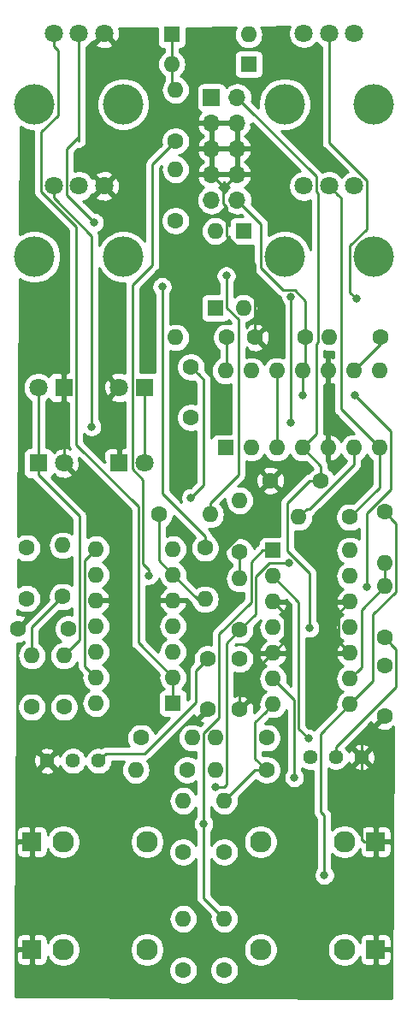
<source format=gbr>
G04 #@! TF.GenerationSoftware,KiCad,Pcbnew,(5.1.0)-1*
G04 #@! TF.CreationDate,2019-04-24T00:35:03-04:00*
G04 #@! TF.ProjectId,lfo,6c666f2e-6b69-4636-9164-5f7063625858,rev?*
G04 #@! TF.SameCoordinates,Original*
G04 #@! TF.FileFunction,Copper,L1,Top*
G04 #@! TF.FilePolarity,Positive*
%FSLAX46Y46*%
G04 Gerber Fmt 4.6, Leading zero omitted, Abs format (unit mm)*
G04 Created by KiCad (PCBNEW (5.1.0)-1) date 2019-04-24 00:35:03*
%MOMM*%
%LPD*%
G04 APERTURE LIST*
%ADD10O,1.600000X1.600000*%
%ADD11R,1.600000X1.600000*%
%ADD12C,4.000000*%
%ADD13C,1.800000*%
%ADD14C,1.600000*%
%ADD15R,1.800000X1.800000*%
%ADD16C,2.130000*%
%ADD17R,1.830000X1.930000*%
%ADD18C,1.440000*%
%ADD19O,1.700000X1.700000*%
%ADD20R,1.700000X1.700000*%
%ADD21C,0.800000*%
%ADD22C,0.250000*%
%ADD23C,0.254000*%
G04 APERTURE END LIST*
D10*
X225171000Y-73533000D03*
X240411000Y-81153000D03*
X227711000Y-73533000D03*
X237871000Y-81153000D03*
X230251000Y-73533000D03*
X235331000Y-81153000D03*
X232791000Y-73533000D03*
X232791000Y-81153000D03*
X235331000Y-73533000D03*
X230251000Y-81153000D03*
X237871000Y-73533000D03*
X227711000Y-81153000D03*
X240411000Y-73533000D03*
D11*
X225171000Y-81153000D03*
D12*
X231018000Y-62245000D03*
X239818000Y-62245000D03*
D13*
X232918000Y-55245000D03*
X235418000Y-55245000D03*
X237918000Y-55245000D03*
D12*
X206253000Y-62245000D03*
X215053000Y-62245000D03*
D13*
X208153000Y-55245000D03*
X210653000Y-55245000D03*
X213153000Y-55245000D03*
D10*
X220218000Y-70231000D03*
D14*
X225298000Y-70231000D03*
D10*
X235458000Y-70231000D03*
D14*
X240538000Y-70231000D03*
D10*
X232410000Y-88011000D03*
D14*
X237490000Y-88011000D03*
D10*
X220218000Y-53594000D03*
D14*
X220218000Y-58674000D03*
D10*
X224155000Y-59690000D03*
D11*
X224155000Y-67310000D03*
D10*
X226949000Y-67310000D03*
D11*
X226949000Y-59690000D03*
D13*
X214630000Y-75184000D03*
D15*
X217170000Y-75184000D03*
D13*
X217170000Y-82677000D03*
D15*
X214630000Y-82677000D03*
D14*
X221742000Y-78152000D03*
X221742000Y-73152000D03*
X233092000Y-70231000D03*
X228092000Y-70231000D03*
X234616000Y-84391500D03*
X229616000Y-84391500D03*
D10*
X224155000Y-113030000D03*
D14*
X229235000Y-113030000D03*
D10*
X216281000Y-113030000D03*
D14*
X221361000Y-113030000D03*
D10*
X226568000Y-94107000D03*
D14*
X226568000Y-99187000D03*
D10*
X226568000Y-86360000D03*
D14*
X226568000Y-91440000D03*
D16*
X228630000Y-130810000D03*
D17*
X240030000Y-130810000D03*
D16*
X236930000Y-130810000D03*
X217394000Y-120142000D03*
D17*
X205994000Y-120142000D03*
D16*
X209094000Y-120142000D03*
D18*
X238633000Y-111760000D03*
X236093000Y-111760000D03*
X233553000Y-111760000D03*
X207518000Y-112141000D03*
X210058000Y-112141000D03*
X212598000Y-112141000D03*
D10*
X237490000Y-91313000D03*
X229870000Y-106553000D03*
X237490000Y-93853000D03*
X229870000Y-104013000D03*
X237490000Y-96393000D03*
X229870000Y-101473000D03*
X237490000Y-98933000D03*
X229870000Y-98933000D03*
X237490000Y-101473000D03*
X229870000Y-96393000D03*
X237490000Y-104013000D03*
X229870000Y-93853000D03*
X237490000Y-106553000D03*
D11*
X229870000Y-91313000D03*
D10*
X212344000Y-106426000D03*
X219964000Y-91186000D03*
X212344000Y-103886000D03*
X219964000Y-93726000D03*
X212344000Y-101346000D03*
X219964000Y-96266000D03*
X212344000Y-98806000D03*
X219964000Y-98806000D03*
X212344000Y-96266000D03*
X219964000Y-101346000D03*
X212344000Y-93726000D03*
X219964000Y-103886000D03*
X212344000Y-91186000D03*
D11*
X219964000Y-106426000D03*
D12*
X231018000Y-47132000D03*
X239818000Y-47132000D03*
D13*
X232918000Y-40132000D03*
X235418000Y-40132000D03*
X237918000Y-40132000D03*
D12*
X206253000Y-47132000D03*
X215053000Y-47132000D03*
D13*
X208153000Y-40132000D03*
X210653000Y-40132000D03*
X213153000Y-40132000D03*
D10*
X225044000Y-116078000D03*
D14*
X225044000Y-121158000D03*
D10*
X220980000Y-116078000D03*
D14*
X220980000Y-121158000D03*
D10*
X225044000Y-127762000D03*
D14*
X225044000Y-132842000D03*
D10*
X220980000Y-127762000D03*
D14*
X220980000Y-132842000D03*
D10*
X221869000Y-109855000D03*
D14*
X216789000Y-109855000D03*
D10*
X240919000Y-92583000D03*
D14*
X240919000Y-87503000D03*
D10*
X240919000Y-94869000D03*
D14*
X240919000Y-99949000D03*
D10*
X224155000Y-109855000D03*
D14*
X229235000Y-109855000D03*
D10*
X223647000Y-87757000D03*
D14*
X218567000Y-87757000D03*
D10*
X209169000Y-101727000D03*
D14*
X209169000Y-106807000D03*
D10*
X205994000Y-101727000D03*
D14*
X205994000Y-106807000D03*
D10*
X220218000Y-45720000D03*
D14*
X220218000Y-50800000D03*
D10*
X223139000Y-96139000D03*
D14*
X223139000Y-91059000D03*
D10*
X209042000Y-90805000D03*
D14*
X209042000Y-95885000D03*
D19*
X226314000Y-56642000D03*
X223774000Y-56642000D03*
X226314000Y-54102000D03*
X223774000Y-54102000D03*
X226314000Y-51562000D03*
X223774000Y-51562000D03*
X226314000Y-49022000D03*
X223774000Y-49022000D03*
X226314000Y-46482000D03*
D20*
X223774000Y-46482000D03*
D16*
X217394000Y-130810000D03*
D17*
X205994000Y-130810000D03*
D16*
X209094000Y-130810000D03*
X228630000Y-120142000D03*
D17*
X240030000Y-120142000D03*
D16*
X236930000Y-120142000D03*
D10*
X227457000Y-40259000D03*
D11*
X219837000Y-40259000D03*
D10*
X219837000Y-43180000D03*
D11*
X227457000Y-43180000D03*
D13*
X209169000Y-82677000D03*
D15*
X206629000Y-82677000D03*
D13*
X206629000Y-75184000D03*
D15*
X209169000Y-75184000D03*
D14*
X240919000Y-102696000D03*
X240919000Y-107696000D03*
X226568000Y-102061000D03*
X226568000Y-107061000D03*
X209597000Y-99060000D03*
X204597000Y-99060000D03*
X223393000Y-102061000D03*
X223393000Y-107061000D03*
X205486000Y-96059000D03*
X205486000Y-91059000D03*
D21*
X217551000Y-93789500D03*
X233489500Y-98996500D03*
X224599500Y-95059500D03*
X232791000Y-75946000D03*
X237998000Y-75946000D03*
X239141000Y-94932500D03*
X238125000Y-66421000D03*
X218884500Y-65214500D03*
X225234500Y-64135000D03*
X212153500Y-58864500D03*
X221742000Y-86106000D03*
X233362500Y-109918500D03*
X222994001Y-118381999D03*
X234950000Y-123444000D03*
X231457500Y-92583000D03*
X224143370Y-114692630D03*
X231965500Y-113792000D03*
X231665999Y-78658501D03*
X231665999Y-66248499D03*
X211899500Y-79057500D03*
D22*
X215944999Y-83265001D02*
X215944999Y-65042501D01*
X216985010Y-84305012D02*
X215944999Y-83265001D01*
X216985010Y-92657825D02*
X216985010Y-84305012D01*
X217551000Y-93789500D02*
X217551000Y-93223815D01*
X217551000Y-93223815D02*
X216985010Y-92657825D01*
X215944999Y-65042501D02*
X217932000Y-63055500D01*
X217932000Y-53086000D02*
X220218000Y-50800000D01*
X217932000Y-63055500D02*
X217932000Y-53086000D01*
X234616000Y-82978000D02*
X234616000Y-84391500D01*
X232791000Y-81153000D02*
X234616000Y-82978000D01*
X227163999Y-47331999D02*
X226314000Y-46482000D01*
X234143001Y-54311001D02*
X227163999Y-47331999D01*
X234143001Y-55783003D02*
X234143001Y-54311001D01*
X234332999Y-55973001D02*
X234143001Y-55783003D01*
X234332999Y-70721001D02*
X234332999Y-55973001D01*
X234205999Y-70848001D02*
X234332999Y-70721001D01*
X234205999Y-79738001D02*
X234205999Y-70848001D01*
X232791000Y-81153000D02*
X234205999Y-79738001D01*
X213317999Y-111421001D02*
X212598000Y-112141000D01*
X217154001Y-111421001D02*
X213317999Y-111421001D01*
X222267999Y-106307003D02*
X217154001Y-111421001D01*
X222267999Y-103186001D02*
X222267999Y-106307003D01*
X223393000Y-102061000D02*
X222267999Y-103186001D01*
X231284999Y-91337497D02*
X233489500Y-93541998D01*
X231284999Y-86591131D02*
X231284999Y-91337497D01*
X234616000Y-84391500D02*
X233484630Y-84391500D01*
X233484630Y-84391500D02*
X231284999Y-86591131D01*
X233489500Y-93541998D02*
X233489500Y-98996500D01*
X233489500Y-98996500D02*
X233489500Y-98996500D01*
X205994000Y-120142000D02*
X205994000Y-130810000D01*
X240030000Y-130810000D02*
X240030000Y-120142000D01*
X235331000Y-73533000D02*
X235331000Y-81153000D01*
X209169000Y-82677000D02*
X209169000Y-75184000D01*
X236690001Y-100673001D02*
X237490000Y-101473000D01*
X236364999Y-100347999D02*
X236690001Y-100673001D01*
X236364999Y-97518001D02*
X236364999Y-100347999D01*
X237490000Y-96393000D02*
X236364999Y-97518001D01*
X230669999Y-97192999D02*
X229870000Y-96393000D01*
X230995001Y-97518001D02*
X230669999Y-97192999D01*
X230995001Y-100347999D02*
X230995001Y-97518001D01*
X229870000Y-101473000D02*
X230995001Y-100347999D01*
X226568000Y-104775000D02*
X226568000Y-107061000D01*
X229870000Y-101473000D02*
X226568000Y-104775000D01*
X238633000Y-109982000D02*
X238633000Y-111760000D01*
X240919000Y-107696000D02*
X238633000Y-109982000D01*
X238865000Y-120142000D02*
X240030000Y-120142000D01*
X238633000Y-119910000D02*
X238865000Y-120142000D01*
X238633000Y-111760000D02*
X238633000Y-119910000D01*
X205994000Y-113665000D02*
X207518000Y-112141000D01*
X205994000Y-120142000D02*
X205994000Y-113665000D01*
X228816001Y-87526997D02*
X224599500Y-91743498D01*
X229616000Y-84391500D02*
X228816001Y-85191499D01*
X228816001Y-85191499D02*
X228816001Y-87526997D01*
X224599500Y-95059500D02*
X224599500Y-95059500D01*
X224599500Y-91743498D02*
X224599500Y-95059500D01*
X224623999Y-54951999D02*
X223774000Y-54102000D01*
X224949001Y-57016003D02*
X224949001Y-55277001D01*
X224949001Y-55277001D02*
X224623999Y-54951999D01*
X225280001Y-57347003D02*
X224949001Y-57016003D01*
X225280001Y-60206003D02*
X225280001Y-57347003D01*
X228092000Y-63018002D02*
X225280001Y-60206003D01*
X228092000Y-70231000D02*
X228092000Y-63018002D01*
X223774000Y-52899919D02*
X223774000Y-51562000D01*
X223774000Y-54102000D02*
X223774000Y-52899919D01*
X226314000Y-50224081D02*
X226314000Y-51562000D01*
X226314000Y-49022000D02*
X226314000Y-50224081D01*
X223774000Y-50224081D02*
X223774000Y-51562000D01*
X223774000Y-49022000D02*
X223774000Y-50224081D01*
X226314000Y-54102000D02*
X226314000Y-51562000D01*
X225138999Y-55277001D02*
X226314000Y-54102000D01*
X224949001Y-55277001D02*
X225138999Y-55277001D01*
X233092000Y-73232000D02*
X232791000Y-73533000D01*
X233092000Y-70231000D02*
X233092000Y-73232000D01*
X233092000Y-69099630D02*
X233092000Y-70231000D01*
X233092000Y-66601498D02*
X233092000Y-69099630D01*
X232014000Y-65523498D02*
X233092000Y-66601498D01*
X230855496Y-65523498D02*
X232014000Y-65523498D01*
X228692999Y-63361001D02*
X230855496Y-65523498D01*
X228692999Y-59020999D02*
X228692999Y-63361001D01*
X226314000Y-56642000D02*
X228692999Y-59020999D01*
X232791000Y-73533000D02*
X232791000Y-74664370D01*
X232791000Y-74664370D02*
X232791000Y-75946000D01*
X232791000Y-75946000D02*
X232791000Y-75946000D01*
X241536001Y-85220997D02*
X239141000Y-87615998D01*
X237998000Y-75946000D02*
X241536001Y-79484001D01*
X241536001Y-79484001D02*
X241536001Y-85220997D01*
X239141000Y-87615998D02*
X239141000Y-94932500D01*
X239141000Y-94932500D02*
X239141000Y-94932500D01*
X206629000Y-75184000D02*
X206629000Y-82677000D01*
X206629000Y-83827000D02*
X206629000Y-82677000D01*
X210722001Y-87920001D02*
X206629000Y-83827000D01*
X210722001Y-100173999D02*
X210722001Y-87920001D01*
X209169000Y-101727000D02*
X210722001Y-100173999D01*
X219837000Y-41309000D02*
X219837000Y-43180000D01*
X219837000Y-40259000D02*
X219837000Y-41309000D01*
X219837000Y-45339000D02*
X220218000Y-45720000D01*
X219837000Y-43180000D02*
X219837000Y-45339000D01*
X223139000Y-89927630D02*
X218884500Y-85673130D01*
X223139000Y-91059000D02*
X223139000Y-89927630D01*
X218884500Y-85673130D02*
X218884500Y-65214500D01*
X237492999Y-61128999D02*
X237492999Y-65788999D01*
X239143001Y-59478997D02*
X237492999Y-61128999D01*
X239143001Y-54656999D02*
X239143001Y-59478997D01*
X235418000Y-40132000D02*
X235418000Y-50931998D01*
X235418000Y-50931998D02*
X239143001Y-54656999D01*
X237492999Y-65788999D02*
X238125000Y-66421000D01*
X238125000Y-66421000D02*
X238125000Y-66421000D01*
X218884500Y-65214500D02*
X218884500Y-65214500D01*
X218567000Y-92329000D02*
X219964000Y-93726000D01*
X218567000Y-87757000D02*
X218567000Y-92329000D01*
X222377000Y-96139000D02*
X223139000Y-96139000D01*
X219964000Y-93726000D02*
X222377000Y-96139000D01*
X210653000Y-41404792D02*
X210653000Y-40132000D01*
X223647000Y-86625630D02*
X223647000Y-87757000D01*
X226423001Y-83849629D02*
X223647000Y-86625630D01*
X226423001Y-68435001D02*
X226423001Y-83849629D01*
X225280001Y-67292001D02*
X226423001Y-68435001D01*
X225171000Y-64071500D02*
X225234500Y-64135000D01*
X225280001Y-64180501D02*
X225280001Y-67292001D01*
X225234500Y-64135000D02*
X225280001Y-64180501D01*
X209427999Y-51604001D02*
X210653000Y-50379000D01*
X209427999Y-56138999D02*
X209427999Y-51604001D01*
X212153500Y-58864500D02*
X209427999Y-56138999D01*
X210653000Y-50774002D02*
X210653000Y-50379000D01*
X210653000Y-50379000D02*
X210653000Y-41404792D01*
X222541999Y-73951999D02*
X221742000Y-73152000D01*
X223012000Y-74422000D02*
X222541999Y-73951999D01*
X223012000Y-84836000D02*
X223012000Y-74422000D01*
X221742000Y-86106000D02*
X223012000Y-84836000D01*
X205994000Y-98933000D02*
X209042000Y-95885000D01*
X205994000Y-101727000D02*
X205994000Y-98933000D01*
X232415510Y-96398510D02*
X232415510Y-108971510D01*
X229870000Y-93853000D02*
X232415510Y-96398510D01*
X232415510Y-108971510D02*
X233362500Y-109918500D01*
X233362500Y-109918500D02*
X233362500Y-109918500D01*
X222994001Y-125712001D02*
X225044000Y-127762000D01*
X222994001Y-109350997D02*
X222994001Y-118381999D01*
X228820000Y-91313000D02*
X227693001Y-92439999D01*
X227693001Y-92439999D02*
X227693001Y-96396997D01*
X227693001Y-96396997D02*
X224518001Y-99571997D01*
X229870000Y-91313000D02*
X228820000Y-91313000D01*
X224518001Y-99571997D02*
X224518001Y-107826997D01*
X224518001Y-107826997D02*
X222994001Y-109350997D01*
X222994001Y-118381999D02*
X222994001Y-125712001D01*
X219964000Y-105017370D02*
X219964000Y-106426000D01*
X219964000Y-103886000D02*
X219964000Y-105017370D01*
X208153000Y-41404792D02*
X208153000Y-40132000D01*
X208578001Y-41829793D02*
X208153000Y-41404792D01*
X208578001Y-48248001D02*
X208578001Y-41829793D01*
X206927999Y-55833001D02*
X206927999Y-49898003D01*
X206927999Y-49898003D02*
X208578001Y-48248001D01*
X210394001Y-59299003D02*
X206927999Y-55833001D01*
X210394001Y-80826003D02*
X210394001Y-59299003D01*
X216535000Y-86967002D02*
X210394001Y-80826003D01*
X216535000Y-100457000D02*
X216535000Y-86967002D01*
X219964000Y-103886000D02*
X216535000Y-100457000D01*
X240919000Y-92583000D02*
X240919000Y-94869000D01*
X238289999Y-103213001D02*
X237490000Y-104013000D01*
X238615001Y-102887999D02*
X238289999Y-103213001D01*
X238615001Y-97172999D02*
X238615001Y-102887999D01*
X240919000Y-94869000D02*
X238615001Y-97172999D01*
X241718999Y-100748999D02*
X240919000Y-99949000D01*
X242044001Y-101074001D02*
X241718999Y-100748999D01*
X242044001Y-104790766D02*
X242044001Y-101074001D01*
X236093000Y-110741767D02*
X242044001Y-104790766D01*
X236093000Y-111760000D02*
X236093000Y-110741767D01*
X241718999Y-88302999D02*
X240919000Y-87503000D01*
X242044001Y-88628001D02*
X241718999Y-88302999D01*
X242044001Y-95409001D02*
X242044001Y-88628001D01*
X239793999Y-97659003D02*
X242044001Y-95409001D01*
X239793999Y-104249001D02*
X239793999Y-97659003D01*
X237490000Y-106553000D02*
X239793999Y-104249001D01*
X237490000Y-106553000D02*
X234598001Y-109444999D01*
X234598001Y-109444999D02*
X234598001Y-117191999D01*
X234950000Y-117543998D02*
X234950000Y-123444000D01*
X234598001Y-117191999D02*
X234950000Y-117543998D01*
X225280001Y-114456629D02*
X225044000Y-114692630D01*
X225280001Y-100474999D02*
X225280001Y-114456629D01*
X226568000Y-99187000D02*
X225280001Y-100474999D01*
X226568000Y-99187000D02*
X228143011Y-97611989D01*
X228143011Y-93914987D02*
X229474998Y-92583000D01*
X228143011Y-95936011D02*
X228143011Y-93914987D01*
X228143011Y-95936011D02*
X228143011Y-95770489D01*
X228143011Y-97611989D02*
X228143011Y-95936011D01*
X229474998Y-92583000D02*
X231457500Y-92583000D01*
X231457500Y-92583000D02*
X231457500Y-92583000D01*
X225044000Y-114692630D02*
X224143370Y-114692630D01*
X224143370Y-114692630D02*
X224143370Y-114692630D01*
X229070001Y-107352999D02*
X229870000Y-106553000D01*
X228109999Y-108313001D02*
X229070001Y-107352999D01*
X228109999Y-111904999D02*
X228109999Y-108313001D01*
X229235000Y-113030000D02*
X228109999Y-111904999D01*
X228092000Y-113030000D02*
X225044000Y-116078000D01*
X229235000Y-113030000D02*
X228092000Y-113030000D01*
X226568000Y-92571370D02*
X226568000Y-94107000D01*
X226568000Y-91440000D02*
X226568000Y-92571370D01*
X231965500Y-106108500D02*
X229870000Y-104013000D01*
X231965500Y-113792000D02*
X231965500Y-106108500D01*
X211544001Y-91985999D02*
X212344000Y-91186000D01*
X211218999Y-92311001D02*
X211544001Y-91985999D01*
X211218999Y-102760999D02*
X211218999Y-92311001D01*
X212344000Y-103886000D02*
X211218999Y-102760999D01*
X240538000Y-70866000D02*
X240538000Y-70231000D01*
X237871000Y-73533000D02*
X240538000Y-70866000D01*
X217170000Y-75184000D02*
X217170000Y-76334000D01*
X217170000Y-75184000D02*
X217170000Y-82677000D01*
X230251000Y-80021630D02*
X230251000Y-73533000D01*
X230251000Y-81153000D02*
X230251000Y-80021630D01*
X237871000Y-82284370D02*
X237871000Y-81153000D01*
X237871000Y-82801502D02*
X237871000Y-82284370D01*
X233461501Y-87211001D02*
X237871000Y-82801502D01*
X233209999Y-87211001D02*
X233461501Y-87211001D01*
X232410000Y-88011000D02*
X233209999Y-87211001D01*
X231665999Y-70121999D02*
X231665999Y-78658501D01*
X231665999Y-78658501D02*
X231665999Y-78658501D01*
X231665999Y-70121999D02*
X231665999Y-66248499D01*
X231665999Y-66248499D02*
X231665999Y-66248499D01*
X236317999Y-56144999D02*
X235418000Y-55245000D01*
X236583001Y-56410001D02*
X236317999Y-56144999D01*
X236583001Y-77325001D02*
X236583001Y-56410001D01*
X240411000Y-81153000D02*
X236583001Y-77325001D01*
X240411000Y-85090000D02*
X240411000Y-81153000D01*
X237490000Y-88011000D02*
X240411000Y-85090000D01*
X225298000Y-73406000D02*
X225171000Y-73533000D01*
X225298000Y-70231000D02*
X225298000Y-73406000D01*
X208153000Y-56421592D02*
X211899500Y-60168092D01*
X208153000Y-55245000D02*
X208153000Y-56421592D01*
X211899500Y-60168092D02*
X211899500Y-79057500D01*
X211899500Y-79057500D02*
X211899500Y-79057500D01*
D23*
G36*
X215775001Y-87281805D02*
G01*
X215775000Y-100419678D01*
X215771324Y-100457000D01*
X215775000Y-100494322D01*
X215775000Y-100494332D01*
X215785997Y-100605985D01*
X215825309Y-100735580D01*
X215829454Y-100749246D01*
X215900026Y-100881276D01*
X215914798Y-100899275D01*
X215994999Y-100997001D01*
X216024003Y-101020804D01*
X218563292Y-103560094D01*
X218549764Y-103604691D01*
X218522057Y-103886000D01*
X218549764Y-104167309D01*
X218631818Y-104437808D01*
X218765068Y-104687101D01*
X218944392Y-104905608D01*
X219057482Y-104998419D01*
X219039518Y-105000188D01*
X218919820Y-105036498D01*
X218809506Y-105095463D01*
X218712815Y-105174815D01*
X218633463Y-105271506D01*
X218574498Y-105381820D01*
X218538188Y-105501518D01*
X218525928Y-105626000D01*
X218525928Y-107226000D01*
X218538188Y-107350482D01*
X218574498Y-107470180D01*
X218633463Y-107580494D01*
X218712815Y-107677185D01*
X218809506Y-107756537D01*
X218919820Y-107815502D01*
X219039518Y-107851812D01*
X219164000Y-107864072D01*
X219636128Y-107864072D01*
X218138076Y-109362124D01*
X218060680Y-109175273D01*
X217903637Y-108940241D01*
X217703759Y-108740363D01*
X217468727Y-108583320D01*
X217207574Y-108475147D01*
X216930335Y-108420000D01*
X216647665Y-108420000D01*
X216370426Y-108475147D01*
X216109273Y-108583320D01*
X215874241Y-108740363D01*
X215674363Y-108940241D01*
X215517320Y-109175273D01*
X215409147Y-109436426D01*
X215354000Y-109713665D01*
X215354000Y-109996335D01*
X215409147Y-110273574D01*
X215517320Y-110534727D01*
X215601693Y-110661001D01*
X213355321Y-110661001D01*
X213317998Y-110657325D01*
X213280675Y-110661001D01*
X213280666Y-110661001D01*
X213169013Y-110671998D01*
X213025752Y-110715455D01*
X212893723Y-110786027D01*
X212862093Y-110811985D01*
X212731456Y-110786000D01*
X212464544Y-110786000D01*
X212202761Y-110838072D01*
X211956167Y-110940215D01*
X211734238Y-111088503D01*
X211545503Y-111277238D01*
X211397215Y-111499167D01*
X211328000Y-111666266D01*
X211258785Y-111499167D01*
X211110497Y-111277238D01*
X210921762Y-111088503D01*
X210699833Y-110940215D01*
X210453239Y-110838072D01*
X210191456Y-110786000D01*
X209924544Y-110786000D01*
X209662761Y-110838072D01*
X209416167Y-110940215D01*
X209194238Y-111088503D01*
X209005503Y-111277238D01*
X208857215Y-111499167D01*
X208787562Y-111667324D01*
X208745875Y-111552647D01*
X208689368Y-111446932D01*
X208453560Y-111385045D01*
X207697605Y-112141000D01*
X208453560Y-112896955D01*
X208689368Y-112835068D01*
X208789764Y-112619993D01*
X208857215Y-112782833D01*
X209005503Y-113004762D01*
X209194238Y-113193497D01*
X209416167Y-113341785D01*
X209662761Y-113443928D01*
X209924544Y-113496000D01*
X210191456Y-113496000D01*
X210453239Y-113443928D01*
X210699833Y-113341785D01*
X210921762Y-113193497D01*
X211110497Y-113004762D01*
X211258785Y-112782833D01*
X211328000Y-112615734D01*
X211397215Y-112782833D01*
X211545503Y-113004762D01*
X211734238Y-113193497D01*
X211956167Y-113341785D01*
X212202761Y-113443928D01*
X212464544Y-113496000D01*
X212731456Y-113496000D01*
X212993239Y-113443928D01*
X213239833Y-113341785D01*
X213461762Y-113193497D01*
X213650497Y-113004762D01*
X213798785Y-112782833D01*
X213900928Y-112536239D01*
X213953000Y-112274456D01*
X213953000Y-112181001D01*
X215121377Y-112181001D01*
X215082068Y-112228899D01*
X214948818Y-112478192D01*
X214866764Y-112748691D01*
X214839057Y-113030000D01*
X214866764Y-113311309D01*
X214948818Y-113581808D01*
X215082068Y-113831101D01*
X215261392Y-114049608D01*
X215479899Y-114228932D01*
X215729192Y-114362182D01*
X215999691Y-114444236D01*
X216210508Y-114465000D01*
X216351492Y-114465000D01*
X216562309Y-114444236D01*
X216832808Y-114362182D01*
X217082101Y-114228932D01*
X217300608Y-114049608D01*
X217479932Y-113831101D01*
X217613182Y-113581808D01*
X217695236Y-113311309D01*
X217722943Y-113030000D01*
X217695236Y-112748691D01*
X217613182Y-112478192D01*
X217479932Y-112228899D01*
X217405963Y-112138767D01*
X217446248Y-112126547D01*
X217578277Y-112055975D01*
X217694002Y-111961002D01*
X217717805Y-111931998D01*
X222058608Y-107591196D01*
X222089397Y-107677292D01*
X222156329Y-107802514D01*
X222400298Y-107874097D01*
X223213395Y-107061000D01*
X223199253Y-107046858D01*
X223378858Y-106867253D01*
X223393000Y-106881395D01*
X223407143Y-106867253D01*
X223586748Y-107046858D01*
X223572605Y-107061000D01*
X223586748Y-107075143D01*
X223407143Y-107254748D01*
X223393000Y-107240605D01*
X222579903Y-108053702D01*
X222651486Y-108297671D01*
X222869410Y-108400786D01*
X222633625Y-108636571D01*
X222420808Y-108522818D01*
X222150309Y-108440764D01*
X221939492Y-108420000D01*
X221798508Y-108420000D01*
X221587691Y-108440764D01*
X221317192Y-108522818D01*
X221067899Y-108656068D01*
X220849392Y-108835392D01*
X220670068Y-109053899D01*
X220536818Y-109303192D01*
X220454764Y-109573691D01*
X220427057Y-109855000D01*
X220454764Y-110136309D01*
X220536818Y-110406808D01*
X220670068Y-110656101D01*
X220849392Y-110874608D01*
X221067899Y-111053932D01*
X221317192Y-111187182D01*
X221587691Y-111269236D01*
X221798508Y-111290000D01*
X221939492Y-111290000D01*
X222150309Y-111269236D01*
X222234001Y-111243849D01*
X222234001Y-111887461D01*
X222040727Y-111758320D01*
X221779574Y-111650147D01*
X221502335Y-111595000D01*
X221219665Y-111595000D01*
X220942426Y-111650147D01*
X220681273Y-111758320D01*
X220446241Y-111915363D01*
X220246363Y-112115241D01*
X220089320Y-112350273D01*
X219981147Y-112611426D01*
X219926000Y-112888665D01*
X219926000Y-113171335D01*
X219981147Y-113448574D01*
X220089320Y-113709727D01*
X220246363Y-113944759D01*
X220446241Y-114144637D01*
X220681273Y-114301680D01*
X220942426Y-114409853D01*
X221219665Y-114465000D01*
X221502335Y-114465000D01*
X221779574Y-114409853D01*
X222040727Y-114301680D01*
X222234002Y-114172538D01*
X222234002Y-115379927D01*
X222178932Y-115276899D01*
X221999608Y-115058392D01*
X221781101Y-114879068D01*
X221531808Y-114745818D01*
X221261309Y-114663764D01*
X221050492Y-114643000D01*
X220909508Y-114643000D01*
X220698691Y-114663764D01*
X220428192Y-114745818D01*
X220178899Y-114879068D01*
X219960392Y-115058392D01*
X219781068Y-115276899D01*
X219647818Y-115526192D01*
X219565764Y-115796691D01*
X219538057Y-116078000D01*
X219565764Y-116359309D01*
X219647818Y-116629808D01*
X219781068Y-116879101D01*
X219960392Y-117097608D01*
X220178899Y-117276932D01*
X220428192Y-117410182D01*
X220698691Y-117492236D01*
X220909508Y-117513000D01*
X221050492Y-117513000D01*
X221261309Y-117492236D01*
X221531808Y-117410182D01*
X221781101Y-117276932D01*
X221999608Y-117097608D01*
X222178932Y-116879101D01*
X222234002Y-116776073D01*
X222234002Y-117678287D01*
X222190064Y-117722225D01*
X222076796Y-117891743D01*
X221998775Y-118080101D01*
X221959001Y-118280060D01*
X221959001Y-118483938D01*
X221998775Y-118683897D01*
X222076796Y-118872255D01*
X222190064Y-119041773D01*
X222234001Y-119085710D01*
X222234001Y-120451815D01*
X222094637Y-120243241D01*
X221894759Y-120043363D01*
X221659727Y-119886320D01*
X221398574Y-119778147D01*
X221121335Y-119723000D01*
X220838665Y-119723000D01*
X220561426Y-119778147D01*
X220300273Y-119886320D01*
X220065241Y-120043363D01*
X219865363Y-120243241D01*
X219708320Y-120478273D01*
X219600147Y-120739426D01*
X219545000Y-121016665D01*
X219545000Y-121299335D01*
X219600147Y-121576574D01*
X219708320Y-121837727D01*
X219865363Y-122072759D01*
X220065241Y-122272637D01*
X220300273Y-122429680D01*
X220561426Y-122537853D01*
X220838665Y-122593000D01*
X221121335Y-122593000D01*
X221398574Y-122537853D01*
X221659727Y-122429680D01*
X221894759Y-122272637D01*
X222094637Y-122072759D01*
X222234001Y-121864185D01*
X222234002Y-125674669D01*
X222230325Y-125712001D01*
X222244999Y-125860986D01*
X222288455Y-126004247D01*
X222359027Y-126136277D01*
X222430202Y-126223003D01*
X222454001Y-126252002D01*
X222482999Y-126275800D01*
X223643292Y-127436094D01*
X223629764Y-127480691D01*
X223602057Y-127762000D01*
X223629764Y-128043309D01*
X223711818Y-128313808D01*
X223845068Y-128563101D01*
X224024392Y-128781608D01*
X224242899Y-128960932D01*
X224492192Y-129094182D01*
X224762691Y-129176236D01*
X224973508Y-129197000D01*
X225114492Y-129197000D01*
X225325309Y-129176236D01*
X225595808Y-129094182D01*
X225845101Y-128960932D01*
X226063608Y-128781608D01*
X226242932Y-128563101D01*
X226376182Y-128313808D01*
X226458236Y-128043309D01*
X226485943Y-127762000D01*
X226458236Y-127480691D01*
X226376182Y-127210192D01*
X226242932Y-126960899D01*
X226063608Y-126742392D01*
X225845101Y-126563068D01*
X225595808Y-126429818D01*
X225325309Y-126347764D01*
X225114492Y-126327000D01*
X224973508Y-126327000D01*
X224762691Y-126347764D01*
X224718094Y-126361292D01*
X223754001Y-125397200D01*
X223754001Y-121793501D01*
X223772320Y-121837727D01*
X223929363Y-122072759D01*
X224129241Y-122272637D01*
X224364273Y-122429680D01*
X224625426Y-122537853D01*
X224902665Y-122593000D01*
X225185335Y-122593000D01*
X225462574Y-122537853D01*
X225723727Y-122429680D01*
X225958759Y-122272637D01*
X226158637Y-122072759D01*
X226315680Y-121837727D01*
X226423853Y-121576574D01*
X226479000Y-121299335D01*
X226479000Y-121016665D01*
X226423853Y-120739426D01*
X226315680Y-120478273D01*
X226158637Y-120243241D01*
X225958759Y-120043363D01*
X225855796Y-119974565D01*
X226930000Y-119974565D01*
X226930000Y-120309435D01*
X226995330Y-120637872D01*
X227123479Y-120947252D01*
X227309523Y-121225687D01*
X227546313Y-121462477D01*
X227824748Y-121648521D01*
X228134128Y-121776670D01*
X228462565Y-121842000D01*
X228797435Y-121842000D01*
X229125872Y-121776670D01*
X229435252Y-121648521D01*
X229713687Y-121462477D01*
X229950477Y-121225687D01*
X230136521Y-120947252D01*
X230264670Y-120637872D01*
X230330000Y-120309435D01*
X230330000Y-119974565D01*
X230264670Y-119646128D01*
X230136521Y-119336748D01*
X229950477Y-119058313D01*
X229713687Y-118821523D01*
X229435252Y-118635479D01*
X229125872Y-118507330D01*
X228797435Y-118442000D01*
X228462565Y-118442000D01*
X228134128Y-118507330D01*
X227824748Y-118635479D01*
X227546313Y-118821523D01*
X227309523Y-119058313D01*
X227123479Y-119336748D01*
X226995330Y-119646128D01*
X226930000Y-119974565D01*
X225855796Y-119974565D01*
X225723727Y-119886320D01*
X225462574Y-119778147D01*
X225185335Y-119723000D01*
X224902665Y-119723000D01*
X224625426Y-119778147D01*
X224364273Y-119886320D01*
X224129241Y-120043363D01*
X223929363Y-120243241D01*
X223772320Y-120478273D01*
X223754001Y-120522499D01*
X223754001Y-119085710D01*
X223797938Y-119041773D01*
X223911206Y-118872255D01*
X223989227Y-118683897D01*
X224029001Y-118483938D01*
X224029001Y-118280060D01*
X223989227Y-118080101D01*
X223911206Y-117891743D01*
X223797938Y-117722225D01*
X223754001Y-117678288D01*
X223754001Y-116708727D01*
X223845068Y-116879101D01*
X224024392Y-117097608D01*
X224242899Y-117276932D01*
X224492192Y-117410182D01*
X224762691Y-117492236D01*
X224973508Y-117513000D01*
X225114492Y-117513000D01*
X225325309Y-117492236D01*
X225595808Y-117410182D01*
X225845101Y-117276932D01*
X226063608Y-117097608D01*
X226242932Y-116879101D01*
X226376182Y-116629808D01*
X226458236Y-116359309D01*
X226485943Y-116078000D01*
X226458236Y-115796691D01*
X226444708Y-115752094D01*
X228186203Y-114010599D01*
X228320241Y-114144637D01*
X228555273Y-114301680D01*
X228816426Y-114409853D01*
X229093665Y-114465000D01*
X229376335Y-114465000D01*
X229653574Y-114409853D01*
X229914727Y-114301680D01*
X230149759Y-114144637D01*
X230349637Y-113944759D01*
X230506680Y-113709727D01*
X230614853Y-113448574D01*
X230670000Y-113171335D01*
X230670000Y-112888665D01*
X230614853Y-112611426D01*
X230506680Y-112350273D01*
X230349637Y-112115241D01*
X230149759Y-111915363D01*
X229914727Y-111758320D01*
X229653574Y-111650147D01*
X229376335Y-111595000D01*
X229093665Y-111595000D01*
X228911113Y-111631312D01*
X228869999Y-111590198D01*
X228869999Y-111245509D01*
X229093665Y-111290000D01*
X229376335Y-111290000D01*
X229653574Y-111234853D01*
X229914727Y-111126680D01*
X230149759Y-110969637D01*
X230349637Y-110769759D01*
X230506680Y-110534727D01*
X230614853Y-110273574D01*
X230670000Y-109996335D01*
X230670000Y-109713665D01*
X230614853Y-109436426D01*
X230506680Y-109175273D01*
X230349637Y-108940241D01*
X230149759Y-108740363D01*
X229914727Y-108583320D01*
X229653574Y-108475147D01*
X229376335Y-108420000D01*
X229093665Y-108420000D01*
X229073862Y-108423939D01*
X229544094Y-107953708D01*
X229588691Y-107967236D01*
X229799508Y-107988000D01*
X229940492Y-107988000D01*
X230151309Y-107967236D01*
X230421808Y-107885182D01*
X230671101Y-107751932D01*
X230889608Y-107572608D01*
X231068932Y-107354101D01*
X231202182Y-107104808D01*
X231205501Y-107093867D01*
X231205500Y-113088289D01*
X231161563Y-113132226D01*
X231048295Y-113301744D01*
X230970274Y-113490102D01*
X230930500Y-113690061D01*
X230930500Y-113893939D01*
X230970274Y-114093898D01*
X231048295Y-114282256D01*
X231161563Y-114451774D01*
X231305726Y-114595937D01*
X231475244Y-114709205D01*
X231663602Y-114787226D01*
X231863561Y-114827000D01*
X232067439Y-114827000D01*
X232267398Y-114787226D01*
X232455756Y-114709205D01*
X232625274Y-114595937D01*
X232769437Y-114451774D01*
X232882705Y-114282256D01*
X232960726Y-114093898D01*
X233000500Y-113893939D01*
X233000500Y-113690061D01*
X232960726Y-113490102D01*
X232882705Y-113301744D01*
X232769437Y-113132226D01*
X232725500Y-113088289D01*
X232725500Y-112836726D01*
X232911167Y-112960785D01*
X233157761Y-113062928D01*
X233419544Y-113115000D01*
X233686456Y-113115000D01*
X233838001Y-113084856D01*
X233838002Y-117154667D01*
X233834325Y-117191999D01*
X233838002Y-117229332D01*
X233848999Y-117340985D01*
X233862181Y-117384441D01*
X233892455Y-117484245D01*
X233963027Y-117616275D01*
X234025981Y-117692984D01*
X234058001Y-117732000D01*
X234086999Y-117755798D01*
X234190000Y-117858799D01*
X234190001Y-122740288D01*
X234146063Y-122784226D01*
X234032795Y-122953744D01*
X233954774Y-123142102D01*
X233915000Y-123342061D01*
X233915000Y-123545939D01*
X233954774Y-123745898D01*
X234032795Y-123934256D01*
X234146063Y-124103774D01*
X234290226Y-124247937D01*
X234459744Y-124361205D01*
X234648102Y-124439226D01*
X234848061Y-124479000D01*
X235051939Y-124479000D01*
X235251898Y-124439226D01*
X235440256Y-124361205D01*
X235609774Y-124247937D01*
X235753937Y-124103774D01*
X235867205Y-123934256D01*
X235945226Y-123745898D01*
X235985000Y-123545939D01*
X235985000Y-123342061D01*
X235945226Y-123142102D01*
X235867205Y-122953744D01*
X235753937Y-122784226D01*
X235710000Y-122740289D01*
X235710000Y-121326164D01*
X235846313Y-121462477D01*
X236124748Y-121648521D01*
X236434128Y-121776670D01*
X236762565Y-121842000D01*
X237097435Y-121842000D01*
X237425872Y-121776670D01*
X237735252Y-121648521D01*
X238013687Y-121462477D01*
X238250477Y-121225687D01*
X238436521Y-120947252D01*
X238478105Y-120846860D01*
X238476928Y-121107000D01*
X238489188Y-121231482D01*
X238525498Y-121351180D01*
X238584463Y-121461494D01*
X238663815Y-121558185D01*
X238760506Y-121637537D01*
X238870820Y-121696502D01*
X238990518Y-121732812D01*
X239115000Y-121745072D01*
X239744250Y-121742000D01*
X239903000Y-121583250D01*
X239903000Y-120269000D01*
X240157000Y-120269000D01*
X240157000Y-121583250D01*
X240315750Y-121742000D01*
X240945000Y-121745072D01*
X241069482Y-121732812D01*
X241189180Y-121696502D01*
X241299494Y-121637537D01*
X241396185Y-121558185D01*
X241475537Y-121461494D01*
X241534502Y-121351180D01*
X241570812Y-121231482D01*
X241583072Y-121107000D01*
X241580000Y-120427750D01*
X241421250Y-120269000D01*
X240157000Y-120269000D01*
X239903000Y-120269000D01*
X239883000Y-120269000D01*
X239883000Y-120015000D01*
X239903000Y-120015000D01*
X239903000Y-118700750D01*
X240157000Y-118700750D01*
X240157000Y-120015000D01*
X241421250Y-120015000D01*
X241580000Y-119856250D01*
X241583072Y-119177000D01*
X241570812Y-119052518D01*
X241534502Y-118932820D01*
X241475537Y-118822506D01*
X241396185Y-118725815D01*
X241299494Y-118646463D01*
X241189180Y-118587498D01*
X241069482Y-118551188D01*
X240945000Y-118538928D01*
X240315750Y-118542000D01*
X240157000Y-118700750D01*
X239903000Y-118700750D01*
X239744250Y-118542000D01*
X239115000Y-118538928D01*
X238990518Y-118551188D01*
X238870820Y-118587498D01*
X238760506Y-118646463D01*
X238663815Y-118725815D01*
X238584463Y-118822506D01*
X238525498Y-118932820D01*
X238489188Y-119052518D01*
X238476928Y-119177000D01*
X238478105Y-119437140D01*
X238436521Y-119336748D01*
X238250477Y-119058313D01*
X238013687Y-118821523D01*
X237735252Y-118635479D01*
X237425872Y-118507330D01*
X237097435Y-118442000D01*
X236762565Y-118442000D01*
X236434128Y-118507330D01*
X236124748Y-118635479D01*
X235846313Y-118821523D01*
X235710000Y-118957836D01*
X235710000Y-117581323D01*
X235713676Y-117543998D01*
X235710000Y-117506673D01*
X235710000Y-117506665D01*
X235699003Y-117395012D01*
X235655546Y-117251751D01*
X235584974Y-117119722D01*
X235490001Y-117003997D01*
X235460998Y-116980195D01*
X235358001Y-116877198D01*
X235358001Y-112898534D01*
X235451167Y-112960785D01*
X235697761Y-113062928D01*
X235959544Y-113115000D01*
X236226456Y-113115000D01*
X236488239Y-113062928D01*
X236734833Y-112960785D01*
X236956762Y-112812497D01*
X237073699Y-112695560D01*
X237877045Y-112695560D01*
X237938932Y-112931368D01*
X238180790Y-113044266D01*
X238440027Y-113107811D01*
X238706680Y-113119561D01*
X238970501Y-113079063D01*
X239221353Y-112987875D01*
X239327068Y-112931368D01*
X239388955Y-112695560D01*
X238633000Y-111939605D01*
X237877045Y-112695560D01*
X237073699Y-112695560D01*
X237145497Y-112623762D01*
X237293785Y-112401833D01*
X237363438Y-112233676D01*
X237405125Y-112348353D01*
X237461632Y-112454068D01*
X237697440Y-112515955D01*
X238453395Y-111760000D01*
X238812605Y-111760000D01*
X239568560Y-112515955D01*
X239804368Y-112454068D01*
X239917266Y-112212210D01*
X239980811Y-111952973D01*
X239992561Y-111686320D01*
X239952063Y-111422499D01*
X239860875Y-111171647D01*
X239804368Y-111065932D01*
X239568560Y-111004045D01*
X238812605Y-111760000D01*
X238453395Y-111760000D01*
X237697440Y-111004045D01*
X237461632Y-111065932D01*
X237361236Y-111281007D01*
X237293785Y-111118167D01*
X237145497Y-110896238D01*
X237079414Y-110830155D01*
X237085129Y-110824440D01*
X237877045Y-110824440D01*
X238633000Y-111580395D01*
X239388955Y-110824440D01*
X239327068Y-110588632D01*
X239085210Y-110475734D01*
X238825973Y-110412189D01*
X238559320Y-110400439D01*
X238295499Y-110440937D01*
X238044647Y-110532125D01*
X237938932Y-110588632D01*
X237877045Y-110824440D01*
X237085129Y-110824440D01*
X239610624Y-108298945D01*
X239615397Y-108312292D01*
X239682329Y-108437514D01*
X239926298Y-108509097D01*
X240739395Y-107696000D01*
X240725253Y-107681858D01*
X240904858Y-107502253D01*
X240919000Y-107516395D01*
X240933143Y-107502253D01*
X241112748Y-107681858D01*
X241098605Y-107696000D01*
X241112748Y-107710143D01*
X240933143Y-107889748D01*
X240919000Y-107875605D01*
X240105903Y-108688702D01*
X240177486Y-108932671D01*
X240432996Y-109053571D01*
X240707184Y-109122300D01*
X240989512Y-109136217D01*
X241269130Y-109094787D01*
X241535292Y-108999603D01*
X241660514Y-108932671D01*
X241732097Y-108688704D01*
X241742136Y-108698743D01*
X241618085Y-135635572D01*
X204343756Y-135509432D01*
X204360474Y-132700665D01*
X219545000Y-132700665D01*
X219545000Y-132983335D01*
X219600147Y-133260574D01*
X219708320Y-133521727D01*
X219865363Y-133756759D01*
X220065241Y-133956637D01*
X220300273Y-134113680D01*
X220561426Y-134221853D01*
X220838665Y-134277000D01*
X221121335Y-134277000D01*
X221398574Y-134221853D01*
X221659727Y-134113680D01*
X221894759Y-133956637D01*
X222094637Y-133756759D01*
X222251680Y-133521727D01*
X222359853Y-133260574D01*
X222415000Y-132983335D01*
X222415000Y-132700665D01*
X223609000Y-132700665D01*
X223609000Y-132983335D01*
X223664147Y-133260574D01*
X223772320Y-133521727D01*
X223929363Y-133756759D01*
X224129241Y-133956637D01*
X224364273Y-134113680D01*
X224625426Y-134221853D01*
X224902665Y-134277000D01*
X225185335Y-134277000D01*
X225462574Y-134221853D01*
X225723727Y-134113680D01*
X225958759Y-133956637D01*
X226158637Y-133756759D01*
X226315680Y-133521727D01*
X226423853Y-133260574D01*
X226479000Y-132983335D01*
X226479000Y-132700665D01*
X226423853Y-132423426D01*
X226315680Y-132162273D01*
X226158637Y-131927241D01*
X225958759Y-131727363D01*
X225723727Y-131570320D01*
X225462574Y-131462147D01*
X225185335Y-131407000D01*
X224902665Y-131407000D01*
X224625426Y-131462147D01*
X224364273Y-131570320D01*
X224129241Y-131727363D01*
X223929363Y-131927241D01*
X223772320Y-132162273D01*
X223664147Y-132423426D01*
X223609000Y-132700665D01*
X222415000Y-132700665D01*
X222359853Y-132423426D01*
X222251680Y-132162273D01*
X222094637Y-131927241D01*
X221894759Y-131727363D01*
X221659727Y-131570320D01*
X221398574Y-131462147D01*
X221121335Y-131407000D01*
X220838665Y-131407000D01*
X220561426Y-131462147D01*
X220300273Y-131570320D01*
X220065241Y-131727363D01*
X219865363Y-131927241D01*
X219708320Y-132162273D01*
X219600147Y-132423426D01*
X219545000Y-132700665D01*
X204360474Y-132700665D01*
X204365984Y-131775000D01*
X204440928Y-131775000D01*
X204453188Y-131899482D01*
X204489498Y-132019180D01*
X204548463Y-132129494D01*
X204627815Y-132226185D01*
X204724506Y-132305537D01*
X204834820Y-132364502D01*
X204954518Y-132400812D01*
X205079000Y-132413072D01*
X205708250Y-132410000D01*
X205867000Y-132251250D01*
X205867000Y-130937000D01*
X204602750Y-130937000D01*
X204444000Y-131095750D01*
X204440928Y-131775000D01*
X204365984Y-131775000D01*
X204377472Y-129845000D01*
X204440928Y-129845000D01*
X204444000Y-130524250D01*
X204602750Y-130683000D01*
X205867000Y-130683000D01*
X205867000Y-129368750D01*
X206121000Y-129368750D01*
X206121000Y-130683000D01*
X206141000Y-130683000D01*
X206141000Y-130937000D01*
X206121000Y-130937000D01*
X206121000Y-132251250D01*
X206279750Y-132410000D01*
X206909000Y-132413072D01*
X207033482Y-132400812D01*
X207153180Y-132364502D01*
X207263494Y-132305537D01*
X207360185Y-132226185D01*
X207439537Y-132129494D01*
X207498502Y-132019180D01*
X207534812Y-131899482D01*
X207547072Y-131775000D01*
X207545895Y-131514860D01*
X207587479Y-131615252D01*
X207773523Y-131893687D01*
X208010313Y-132130477D01*
X208288748Y-132316521D01*
X208598128Y-132444670D01*
X208926565Y-132510000D01*
X209261435Y-132510000D01*
X209589872Y-132444670D01*
X209899252Y-132316521D01*
X210177687Y-132130477D01*
X210414477Y-131893687D01*
X210600521Y-131615252D01*
X210728670Y-131305872D01*
X210794000Y-130977435D01*
X210794000Y-130642565D01*
X215694000Y-130642565D01*
X215694000Y-130977435D01*
X215759330Y-131305872D01*
X215887479Y-131615252D01*
X216073523Y-131893687D01*
X216310313Y-132130477D01*
X216588748Y-132316521D01*
X216898128Y-132444670D01*
X217226565Y-132510000D01*
X217561435Y-132510000D01*
X217889872Y-132444670D01*
X218199252Y-132316521D01*
X218477687Y-132130477D01*
X218714477Y-131893687D01*
X218900521Y-131615252D01*
X219028670Y-131305872D01*
X219094000Y-130977435D01*
X219094000Y-130642565D01*
X226930000Y-130642565D01*
X226930000Y-130977435D01*
X226995330Y-131305872D01*
X227123479Y-131615252D01*
X227309523Y-131893687D01*
X227546313Y-132130477D01*
X227824748Y-132316521D01*
X228134128Y-132444670D01*
X228462565Y-132510000D01*
X228797435Y-132510000D01*
X229125872Y-132444670D01*
X229435252Y-132316521D01*
X229713687Y-132130477D01*
X229950477Y-131893687D01*
X230136521Y-131615252D01*
X230264670Y-131305872D01*
X230330000Y-130977435D01*
X230330000Y-130642565D01*
X235230000Y-130642565D01*
X235230000Y-130977435D01*
X235295330Y-131305872D01*
X235423479Y-131615252D01*
X235609523Y-131893687D01*
X235846313Y-132130477D01*
X236124748Y-132316521D01*
X236434128Y-132444670D01*
X236762565Y-132510000D01*
X237097435Y-132510000D01*
X237425872Y-132444670D01*
X237735252Y-132316521D01*
X238013687Y-132130477D01*
X238250477Y-131893687D01*
X238436521Y-131615252D01*
X238478105Y-131514860D01*
X238476928Y-131775000D01*
X238489188Y-131899482D01*
X238525498Y-132019180D01*
X238584463Y-132129494D01*
X238663815Y-132226185D01*
X238760506Y-132305537D01*
X238870820Y-132364502D01*
X238990518Y-132400812D01*
X239115000Y-132413072D01*
X239744250Y-132410000D01*
X239903000Y-132251250D01*
X239903000Y-130937000D01*
X240157000Y-130937000D01*
X240157000Y-132251250D01*
X240315750Y-132410000D01*
X240945000Y-132413072D01*
X241069482Y-132400812D01*
X241189180Y-132364502D01*
X241299494Y-132305537D01*
X241396185Y-132226185D01*
X241475537Y-132129494D01*
X241534502Y-132019180D01*
X241570812Y-131899482D01*
X241583072Y-131775000D01*
X241580000Y-131095750D01*
X241421250Y-130937000D01*
X240157000Y-130937000D01*
X239903000Y-130937000D01*
X239883000Y-130937000D01*
X239883000Y-130683000D01*
X239903000Y-130683000D01*
X239903000Y-129368750D01*
X240157000Y-129368750D01*
X240157000Y-130683000D01*
X241421250Y-130683000D01*
X241580000Y-130524250D01*
X241583072Y-129845000D01*
X241570812Y-129720518D01*
X241534502Y-129600820D01*
X241475537Y-129490506D01*
X241396185Y-129393815D01*
X241299494Y-129314463D01*
X241189180Y-129255498D01*
X241069482Y-129219188D01*
X240945000Y-129206928D01*
X240315750Y-129210000D01*
X240157000Y-129368750D01*
X239903000Y-129368750D01*
X239744250Y-129210000D01*
X239115000Y-129206928D01*
X238990518Y-129219188D01*
X238870820Y-129255498D01*
X238760506Y-129314463D01*
X238663815Y-129393815D01*
X238584463Y-129490506D01*
X238525498Y-129600820D01*
X238489188Y-129720518D01*
X238476928Y-129845000D01*
X238478105Y-130105140D01*
X238436521Y-130004748D01*
X238250477Y-129726313D01*
X238013687Y-129489523D01*
X237735252Y-129303479D01*
X237425872Y-129175330D01*
X237097435Y-129110000D01*
X236762565Y-129110000D01*
X236434128Y-129175330D01*
X236124748Y-129303479D01*
X235846313Y-129489523D01*
X235609523Y-129726313D01*
X235423479Y-130004748D01*
X235295330Y-130314128D01*
X235230000Y-130642565D01*
X230330000Y-130642565D01*
X230264670Y-130314128D01*
X230136521Y-130004748D01*
X229950477Y-129726313D01*
X229713687Y-129489523D01*
X229435252Y-129303479D01*
X229125872Y-129175330D01*
X228797435Y-129110000D01*
X228462565Y-129110000D01*
X228134128Y-129175330D01*
X227824748Y-129303479D01*
X227546313Y-129489523D01*
X227309523Y-129726313D01*
X227123479Y-130004748D01*
X226995330Y-130314128D01*
X226930000Y-130642565D01*
X219094000Y-130642565D01*
X219028670Y-130314128D01*
X218900521Y-130004748D01*
X218714477Y-129726313D01*
X218477687Y-129489523D01*
X218199252Y-129303479D01*
X217889872Y-129175330D01*
X217561435Y-129110000D01*
X217226565Y-129110000D01*
X216898128Y-129175330D01*
X216588748Y-129303479D01*
X216310313Y-129489523D01*
X216073523Y-129726313D01*
X215887479Y-130004748D01*
X215759330Y-130314128D01*
X215694000Y-130642565D01*
X210794000Y-130642565D01*
X210728670Y-130314128D01*
X210600521Y-130004748D01*
X210414477Y-129726313D01*
X210177687Y-129489523D01*
X209899252Y-129303479D01*
X209589872Y-129175330D01*
X209261435Y-129110000D01*
X208926565Y-129110000D01*
X208598128Y-129175330D01*
X208288748Y-129303479D01*
X208010313Y-129489523D01*
X207773523Y-129726313D01*
X207587479Y-130004748D01*
X207545895Y-130105140D01*
X207547072Y-129845000D01*
X207534812Y-129720518D01*
X207498502Y-129600820D01*
X207439537Y-129490506D01*
X207360185Y-129393815D01*
X207263494Y-129314463D01*
X207153180Y-129255498D01*
X207033482Y-129219188D01*
X206909000Y-129206928D01*
X206279750Y-129210000D01*
X206121000Y-129368750D01*
X205867000Y-129368750D01*
X205708250Y-129210000D01*
X205079000Y-129206928D01*
X204954518Y-129219188D01*
X204834820Y-129255498D01*
X204724506Y-129314463D01*
X204627815Y-129393815D01*
X204548463Y-129490506D01*
X204489498Y-129600820D01*
X204453188Y-129720518D01*
X204440928Y-129845000D01*
X204377472Y-129845000D01*
X204389870Y-127762000D01*
X219538057Y-127762000D01*
X219565764Y-128043309D01*
X219647818Y-128313808D01*
X219781068Y-128563101D01*
X219960392Y-128781608D01*
X220178899Y-128960932D01*
X220428192Y-129094182D01*
X220698691Y-129176236D01*
X220909508Y-129197000D01*
X221050492Y-129197000D01*
X221261309Y-129176236D01*
X221531808Y-129094182D01*
X221781101Y-128960932D01*
X221999608Y-128781608D01*
X222178932Y-128563101D01*
X222312182Y-128313808D01*
X222394236Y-128043309D01*
X222421943Y-127762000D01*
X222394236Y-127480691D01*
X222312182Y-127210192D01*
X222178932Y-126960899D01*
X221999608Y-126742392D01*
X221781101Y-126563068D01*
X221531808Y-126429818D01*
X221261309Y-126347764D01*
X221050492Y-126327000D01*
X220909508Y-126327000D01*
X220698691Y-126347764D01*
X220428192Y-126429818D01*
X220178899Y-126563068D01*
X219960392Y-126742392D01*
X219781068Y-126960899D01*
X219647818Y-127210192D01*
X219565764Y-127480691D01*
X219538057Y-127762000D01*
X204389870Y-127762000D01*
X204429484Y-121107000D01*
X204440928Y-121107000D01*
X204453188Y-121231482D01*
X204489498Y-121351180D01*
X204548463Y-121461494D01*
X204627815Y-121558185D01*
X204724506Y-121637537D01*
X204834820Y-121696502D01*
X204954518Y-121732812D01*
X205079000Y-121745072D01*
X205708250Y-121742000D01*
X205867000Y-121583250D01*
X205867000Y-120269000D01*
X204602750Y-120269000D01*
X204444000Y-120427750D01*
X204440928Y-121107000D01*
X204429484Y-121107000D01*
X204440947Y-119181278D01*
X204444000Y-119856250D01*
X204602750Y-120015000D01*
X205867000Y-120015000D01*
X205867000Y-118700750D01*
X206121000Y-118700750D01*
X206121000Y-120015000D01*
X206141000Y-120015000D01*
X206141000Y-120269000D01*
X206121000Y-120269000D01*
X206121000Y-121583250D01*
X206279750Y-121742000D01*
X206909000Y-121745072D01*
X207033482Y-121732812D01*
X207153180Y-121696502D01*
X207263494Y-121637537D01*
X207360185Y-121558185D01*
X207439537Y-121461494D01*
X207498502Y-121351180D01*
X207534812Y-121231482D01*
X207547072Y-121107000D01*
X207545895Y-120846860D01*
X207587479Y-120947252D01*
X207773523Y-121225687D01*
X208010313Y-121462477D01*
X208288748Y-121648521D01*
X208598128Y-121776670D01*
X208926565Y-121842000D01*
X209261435Y-121842000D01*
X209589872Y-121776670D01*
X209899252Y-121648521D01*
X210177687Y-121462477D01*
X210414477Y-121225687D01*
X210600521Y-120947252D01*
X210728670Y-120637872D01*
X210794000Y-120309435D01*
X210794000Y-119974565D01*
X215694000Y-119974565D01*
X215694000Y-120309435D01*
X215759330Y-120637872D01*
X215887479Y-120947252D01*
X216073523Y-121225687D01*
X216310313Y-121462477D01*
X216588748Y-121648521D01*
X216898128Y-121776670D01*
X217226565Y-121842000D01*
X217561435Y-121842000D01*
X217889872Y-121776670D01*
X218199252Y-121648521D01*
X218477687Y-121462477D01*
X218714477Y-121225687D01*
X218900521Y-120947252D01*
X219028670Y-120637872D01*
X219094000Y-120309435D01*
X219094000Y-119974565D01*
X219028670Y-119646128D01*
X218900521Y-119336748D01*
X218714477Y-119058313D01*
X218477687Y-118821523D01*
X218199252Y-118635479D01*
X217889872Y-118507330D01*
X217561435Y-118442000D01*
X217226565Y-118442000D01*
X216898128Y-118507330D01*
X216588748Y-118635479D01*
X216310313Y-118821523D01*
X216073523Y-119058313D01*
X215887479Y-119336748D01*
X215759330Y-119646128D01*
X215694000Y-119974565D01*
X210794000Y-119974565D01*
X210728670Y-119646128D01*
X210600521Y-119336748D01*
X210414477Y-119058313D01*
X210177687Y-118821523D01*
X209899252Y-118635479D01*
X209589872Y-118507330D01*
X209261435Y-118442000D01*
X208926565Y-118442000D01*
X208598128Y-118507330D01*
X208288748Y-118635479D01*
X208010313Y-118821523D01*
X207773523Y-119058313D01*
X207587479Y-119336748D01*
X207545895Y-119437140D01*
X207547072Y-119177000D01*
X207534812Y-119052518D01*
X207498502Y-118932820D01*
X207439537Y-118822506D01*
X207360185Y-118725815D01*
X207263494Y-118646463D01*
X207153180Y-118587498D01*
X207033482Y-118551188D01*
X206909000Y-118538928D01*
X206279750Y-118542000D01*
X206121000Y-118700750D01*
X205867000Y-118700750D01*
X205708250Y-118542000D01*
X205079000Y-118538928D01*
X204954518Y-118551188D01*
X204834820Y-118587498D01*
X204724506Y-118646463D01*
X204627815Y-118725815D01*
X204548463Y-118822506D01*
X204489498Y-118932820D01*
X204453188Y-119052518D01*
X204440976Y-119176516D01*
X204477284Y-113076560D01*
X206762045Y-113076560D01*
X206823932Y-113312368D01*
X207065790Y-113425266D01*
X207325027Y-113488811D01*
X207591680Y-113500561D01*
X207855501Y-113460063D01*
X208106353Y-113368875D01*
X208212068Y-113312368D01*
X208273955Y-113076560D01*
X207518000Y-112320605D01*
X206762045Y-113076560D01*
X204477284Y-113076560D01*
X204482415Y-112214680D01*
X206158439Y-112214680D01*
X206198937Y-112478501D01*
X206290125Y-112729353D01*
X206346632Y-112835068D01*
X206582440Y-112896955D01*
X207338395Y-112141000D01*
X206582440Y-111385045D01*
X206346632Y-111446932D01*
X206233734Y-111688790D01*
X206170189Y-111948027D01*
X206158439Y-112214680D01*
X204482415Y-112214680D01*
X204488422Y-111205440D01*
X206762045Y-111205440D01*
X207518000Y-111961395D01*
X208273955Y-111205440D01*
X208212068Y-110969632D01*
X207970210Y-110856734D01*
X207710973Y-110793189D01*
X207444320Y-110781439D01*
X207180499Y-110821937D01*
X206929647Y-110913125D01*
X206823932Y-110969632D01*
X206762045Y-111205440D01*
X204488422Y-111205440D01*
X204515445Y-106665665D01*
X204559000Y-106665665D01*
X204559000Y-106948335D01*
X204614147Y-107225574D01*
X204722320Y-107486727D01*
X204879363Y-107721759D01*
X205079241Y-107921637D01*
X205314273Y-108078680D01*
X205575426Y-108186853D01*
X205852665Y-108242000D01*
X206135335Y-108242000D01*
X206412574Y-108186853D01*
X206673727Y-108078680D01*
X206908759Y-107921637D01*
X207108637Y-107721759D01*
X207265680Y-107486727D01*
X207373853Y-107225574D01*
X207429000Y-106948335D01*
X207429000Y-106665665D01*
X207734000Y-106665665D01*
X207734000Y-106948335D01*
X207789147Y-107225574D01*
X207897320Y-107486727D01*
X208054363Y-107721759D01*
X208254241Y-107921637D01*
X208489273Y-108078680D01*
X208750426Y-108186853D01*
X209027665Y-108242000D01*
X209310335Y-108242000D01*
X209587574Y-108186853D01*
X209848727Y-108078680D01*
X210083759Y-107921637D01*
X210283637Y-107721759D01*
X210440680Y-107486727D01*
X210548853Y-107225574D01*
X210604000Y-106948335D01*
X210604000Y-106665665D01*
X210548853Y-106388426D01*
X210440680Y-106127273D01*
X210283637Y-105892241D01*
X210083759Y-105692363D01*
X209848727Y-105535320D01*
X209587574Y-105427147D01*
X209310335Y-105372000D01*
X209027665Y-105372000D01*
X208750426Y-105427147D01*
X208489273Y-105535320D01*
X208254241Y-105692363D01*
X208054363Y-105892241D01*
X207897320Y-106127273D01*
X207789147Y-106388426D01*
X207734000Y-106665665D01*
X207429000Y-106665665D01*
X207373853Y-106388426D01*
X207265680Y-106127273D01*
X207108637Y-105892241D01*
X206908759Y-105692363D01*
X206673727Y-105535320D01*
X206412574Y-105427147D01*
X206135335Y-105372000D01*
X205852665Y-105372000D01*
X205575426Y-105427147D01*
X205314273Y-105535320D01*
X205079241Y-105692363D01*
X204879363Y-105892241D01*
X204722320Y-106127273D01*
X204614147Y-106388426D01*
X204559000Y-106665665D01*
X204515445Y-106665665D01*
X204552178Y-100494532D01*
X204667512Y-100500217D01*
X204947130Y-100458787D01*
X205213292Y-100363603D01*
X205234000Y-100352534D01*
X205234000Y-100506099D01*
X205192899Y-100528068D01*
X204974392Y-100707392D01*
X204795068Y-100925899D01*
X204661818Y-101175192D01*
X204579764Y-101445691D01*
X204552057Y-101727000D01*
X204579764Y-102008309D01*
X204661818Y-102278808D01*
X204795068Y-102528101D01*
X204974392Y-102746608D01*
X205192899Y-102925932D01*
X205442192Y-103059182D01*
X205712691Y-103141236D01*
X205923508Y-103162000D01*
X206064492Y-103162000D01*
X206275309Y-103141236D01*
X206545808Y-103059182D01*
X206795101Y-102925932D01*
X207013608Y-102746608D01*
X207192932Y-102528101D01*
X207326182Y-102278808D01*
X207408236Y-102008309D01*
X207435943Y-101727000D01*
X207408236Y-101445691D01*
X207326182Y-101175192D01*
X207192932Y-100925899D01*
X207013608Y-100707392D01*
X206795101Y-100528068D01*
X206754000Y-100506099D01*
X206754000Y-99247801D01*
X208718114Y-97283688D01*
X208900665Y-97320000D01*
X209183335Y-97320000D01*
X209460574Y-97264853D01*
X209721727Y-97156680D01*
X209956759Y-96999637D01*
X209962001Y-96994395D01*
X209962001Y-97669491D01*
X209738335Y-97625000D01*
X209455665Y-97625000D01*
X209178426Y-97680147D01*
X208917273Y-97788320D01*
X208682241Y-97945363D01*
X208482363Y-98145241D01*
X208325320Y-98380273D01*
X208217147Y-98641426D01*
X208162000Y-98918665D01*
X208162000Y-99201335D01*
X208217147Y-99478574D01*
X208325320Y-99739727D01*
X208482363Y-99974759D01*
X208682241Y-100174637D01*
X208888800Y-100312655D01*
X208887691Y-100312764D01*
X208617192Y-100394818D01*
X208367899Y-100528068D01*
X208149392Y-100707392D01*
X207970068Y-100925899D01*
X207836818Y-101175192D01*
X207754764Y-101445691D01*
X207727057Y-101727000D01*
X207754764Y-102008309D01*
X207836818Y-102278808D01*
X207970068Y-102528101D01*
X208149392Y-102746608D01*
X208367899Y-102925932D01*
X208617192Y-103059182D01*
X208887691Y-103141236D01*
X209098508Y-103162000D01*
X209239492Y-103162000D01*
X209450309Y-103141236D01*
X209720808Y-103059182D01*
X209970101Y-102925932D01*
X210188608Y-102746608D01*
X210367932Y-102528101D01*
X210458999Y-102357727D01*
X210458999Y-102723677D01*
X210455323Y-102760999D01*
X210458999Y-102798321D01*
X210458999Y-102798331D01*
X210469996Y-102909984D01*
X210508521Y-103036985D01*
X210513453Y-103053245D01*
X210584025Y-103185275D01*
X210623870Y-103233825D01*
X210678998Y-103301000D01*
X210708001Y-103324803D01*
X210943292Y-103560094D01*
X210929764Y-103604691D01*
X210902057Y-103886000D01*
X210929764Y-104167309D01*
X211011818Y-104437808D01*
X211145068Y-104687101D01*
X211324392Y-104905608D01*
X211542899Y-105084932D01*
X211675858Y-105156000D01*
X211542899Y-105227068D01*
X211324392Y-105406392D01*
X211145068Y-105624899D01*
X211011818Y-105874192D01*
X210929764Y-106144691D01*
X210902057Y-106426000D01*
X210929764Y-106707309D01*
X211011818Y-106977808D01*
X211145068Y-107227101D01*
X211324392Y-107445608D01*
X211542899Y-107624932D01*
X211792192Y-107758182D01*
X212062691Y-107840236D01*
X212273508Y-107861000D01*
X212414492Y-107861000D01*
X212625309Y-107840236D01*
X212895808Y-107758182D01*
X213145101Y-107624932D01*
X213363608Y-107445608D01*
X213542932Y-107227101D01*
X213676182Y-106977808D01*
X213758236Y-106707309D01*
X213785943Y-106426000D01*
X213758236Y-106144691D01*
X213676182Y-105874192D01*
X213542932Y-105624899D01*
X213363608Y-105406392D01*
X213145101Y-105227068D01*
X213012142Y-105156000D01*
X213145101Y-105084932D01*
X213363608Y-104905608D01*
X213542932Y-104687101D01*
X213676182Y-104437808D01*
X213758236Y-104167309D01*
X213785943Y-103886000D01*
X213758236Y-103604691D01*
X213676182Y-103334192D01*
X213542932Y-103084899D01*
X213363608Y-102866392D01*
X213145101Y-102687068D01*
X213012142Y-102616000D01*
X213145101Y-102544932D01*
X213363608Y-102365608D01*
X213542932Y-102147101D01*
X213676182Y-101897808D01*
X213758236Y-101627309D01*
X213785943Y-101346000D01*
X213758236Y-101064691D01*
X213676182Y-100794192D01*
X213542932Y-100544899D01*
X213363608Y-100326392D01*
X213145101Y-100147068D01*
X213012142Y-100076000D01*
X213145101Y-100004932D01*
X213363608Y-99825608D01*
X213542932Y-99607101D01*
X213676182Y-99357808D01*
X213758236Y-99087309D01*
X213785943Y-98806000D01*
X213758236Y-98524691D01*
X213676182Y-98254192D01*
X213542932Y-98004899D01*
X213363608Y-97786392D01*
X213145101Y-97607068D01*
X213007318Y-97533421D01*
X213199131Y-97418385D01*
X213407519Y-97229414D01*
X213575037Y-97003420D01*
X213695246Y-96749087D01*
X213735904Y-96615039D01*
X213613915Y-96393000D01*
X212471000Y-96393000D01*
X212471000Y-96413000D01*
X212217000Y-96413000D01*
X212217000Y-96393000D01*
X212197000Y-96393000D01*
X212197000Y-96139000D01*
X212217000Y-96139000D01*
X212217000Y-96119000D01*
X212471000Y-96119000D01*
X212471000Y-96139000D01*
X213613915Y-96139000D01*
X213735904Y-95916961D01*
X213695246Y-95782913D01*
X213575037Y-95528580D01*
X213407519Y-95302586D01*
X213199131Y-95113615D01*
X213007318Y-94998579D01*
X213145101Y-94924932D01*
X213363608Y-94745608D01*
X213542932Y-94527101D01*
X213676182Y-94277808D01*
X213758236Y-94007309D01*
X213785943Y-93726000D01*
X213758236Y-93444691D01*
X213676182Y-93174192D01*
X213542932Y-92924899D01*
X213363608Y-92706392D01*
X213145101Y-92527068D01*
X213012142Y-92456000D01*
X213145101Y-92384932D01*
X213363608Y-92205608D01*
X213542932Y-91987101D01*
X213676182Y-91737808D01*
X213758236Y-91467309D01*
X213785943Y-91186000D01*
X213758236Y-90904691D01*
X213676182Y-90634192D01*
X213542932Y-90384899D01*
X213363608Y-90166392D01*
X213145101Y-89987068D01*
X212895808Y-89853818D01*
X212625309Y-89771764D01*
X212414492Y-89751000D01*
X212273508Y-89751000D01*
X212062691Y-89771764D01*
X211792192Y-89853818D01*
X211542899Y-89987068D01*
X211482001Y-90037046D01*
X211482001Y-87957334D01*
X211485678Y-87920001D01*
X211471004Y-87771015D01*
X211427547Y-87627754D01*
X211356975Y-87495725D01*
X211285800Y-87408998D01*
X211262002Y-87380000D01*
X211233004Y-87356202D01*
X207938882Y-84062081D01*
X207980185Y-84028185D01*
X208059537Y-83931494D01*
X208118502Y-83821180D01*
X208121813Y-83810265D01*
X208168578Y-83857030D01*
X208284526Y-83741082D01*
X208368208Y-83995261D01*
X208640775Y-84126158D01*
X208933642Y-84201365D01*
X209235553Y-84217991D01*
X209534907Y-84175397D01*
X209820199Y-84075222D01*
X209969792Y-83995261D01*
X210053475Y-83741080D01*
X209169000Y-82856605D01*
X209154858Y-82870748D01*
X208975253Y-82691143D01*
X208989395Y-82677000D01*
X208975253Y-82662858D01*
X209154858Y-82483253D01*
X209169000Y-82497395D01*
X209183143Y-82483253D01*
X209362748Y-82662858D01*
X209348605Y-82677000D01*
X210233080Y-83561475D01*
X210487261Y-83477792D01*
X210618158Y-83205225D01*
X210693365Y-82912358D01*
X210709991Y-82610447D01*
X210667397Y-82311093D01*
X210593318Y-82100121D01*
X215775001Y-87281805D01*
X215775001Y-87281805D01*
G37*
X215775001Y-87281805D02*
X215775000Y-100419678D01*
X215771324Y-100457000D01*
X215775000Y-100494322D01*
X215775000Y-100494332D01*
X215785997Y-100605985D01*
X215825309Y-100735580D01*
X215829454Y-100749246D01*
X215900026Y-100881276D01*
X215914798Y-100899275D01*
X215994999Y-100997001D01*
X216024003Y-101020804D01*
X218563292Y-103560094D01*
X218549764Y-103604691D01*
X218522057Y-103886000D01*
X218549764Y-104167309D01*
X218631818Y-104437808D01*
X218765068Y-104687101D01*
X218944392Y-104905608D01*
X219057482Y-104998419D01*
X219039518Y-105000188D01*
X218919820Y-105036498D01*
X218809506Y-105095463D01*
X218712815Y-105174815D01*
X218633463Y-105271506D01*
X218574498Y-105381820D01*
X218538188Y-105501518D01*
X218525928Y-105626000D01*
X218525928Y-107226000D01*
X218538188Y-107350482D01*
X218574498Y-107470180D01*
X218633463Y-107580494D01*
X218712815Y-107677185D01*
X218809506Y-107756537D01*
X218919820Y-107815502D01*
X219039518Y-107851812D01*
X219164000Y-107864072D01*
X219636128Y-107864072D01*
X218138076Y-109362124D01*
X218060680Y-109175273D01*
X217903637Y-108940241D01*
X217703759Y-108740363D01*
X217468727Y-108583320D01*
X217207574Y-108475147D01*
X216930335Y-108420000D01*
X216647665Y-108420000D01*
X216370426Y-108475147D01*
X216109273Y-108583320D01*
X215874241Y-108740363D01*
X215674363Y-108940241D01*
X215517320Y-109175273D01*
X215409147Y-109436426D01*
X215354000Y-109713665D01*
X215354000Y-109996335D01*
X215409147Y-110273574D01*
X215517320Y-110534727D01*
X215601693Y-110661001D01*
X213355321Y-110661001D01*
X213317998Y-110657325D01*
X213280675Y-110661001D01*
X213280666Y-110661001D01*
X213169013Y-110671998D01*
X213025752Y-110715455D01*
X212893723Y-110786027D01*
X212862093Y-110811985D01*
X212731456Y-110786000D01*
X212464544Y-110786000D01*
X212202761Y-110838072D01*
X211956167Y-110940215D01*
X211734238Y-111088503D01*
X211545503Y-111277238D01*
X211397215Y-111499167D01*
X211328000Y-111666266D01*
X211258785Y-111499167D01*
X211110497Y-111277238D01*
X210921762Y-111088503D01*
X210699833Y-110940215D01*
X210453239Y-110838072D01*
X210191456Y-110786000D01*
X209924544Y-110786000D01*
X209662761Y-110838072D01*
X209416167Y-110940215D01*
X209194238Y-111088503D01*
X209005503Y-111277238D01*
X208857215Y-111499167D01*
X208787562Y-111667324D01*
X208745875Y-111552647D01*
X208689368Y-111446932D01*
X208453560Y-111385045D01*
X207697605Y-112141000D01*
X208453560Y-112896955D01*
X208689368Y-112835068D01*
X208789764Y-112619993D01*
X208857215Y-112782833D01*
X209005503Y-113004762D01*
X209194238Y-113193497D01*
X209416167Y-113341785D01*
X209662761Y-113443928D01*
X209924544Y-113496000D01*
X210191456Y-113496000D01*
X210453239Y-113443928D01*
X210699833Y-113341785D01*
X210921762Y-113193497D01*
X211110497Y-113004762D01*
X211258785Y-112782833D01*
X211328000Y-112615734D01*
X211397215Y-112782833D01*
X211545503Y-113004762D01*
X211734238Y-113193497D01*
X211956167Y-113341785D01*
X212202761Y-113443928D01*
X212464544Y-113496000D01*
X212731456Y-113496000D01*
X212993239Y-113443928D01*
X213239833Y-113341785D01*
X213461762Y-113193497D01*
X213650497Y-113004762D01*
X213798785Y-112782833D01*
X213900928Y-112536239D01*
X213953000Y-112274456D01*
X213953000Y-112181001D01*
X215121377Y-112181001D01*
X215082068Y-112228899D01*
X214948818Y-112478192D01*
X214866764Y-112748691D01*
X214839057Y-113030000D01*
X214866764Y-113311309D01*
X214948818Y-113581808D01*
X215082068Y-113831101D01*
X215261392Y-114049608D01*
X215479899Y-114228932D01*
X215729192Y-114362182D01*
X215999691Y-114444236D01*
X216210508Y-114465000D01*
X216351492Y-114465000D01*
X216562309Y-114444236D01*
X216832808Y-114362182D01*
X217082101Y-114228932D01*
X217300608Y-114049608D01*
X217479932Y-113831101D01*
X217613182Y-113581808D01*
X217695236Y-113311309D01*
X217722943Y-113030000D01*
X217695236Y-112748691D01*
X217613182Y-112478192D01*
X217479932Y-112228899D01*
X217405963Y-112138767D01*
X217446248Y-112126547D01*
X217578277Y-112055975D01*
X217694002Y-111961002D01*
X217717805Y-111931998D01*
X222058608Y-107591196D01*
X222089397Y-107677292D01*
X222156329Y-107802514D01*
X222400298Y-107874097D01*
X223213395Y-107061000D01*
X223199253Y-107046858D01*
X223378858Y-106867253D01*
X223393000Y-106881395D01*
X223407143Y-106867253D01*
X223586748Y-107046858D01*
X223572605Y-107061000D01*
X223586748Y-107075143D01*
X223407143Y-107254748D01*
X223393000Y-107240605D01*
X222579903Y-108053702D01*
X222651486Y-108297671D01*
X222869410Y-108400786D01*
X222633625Y-108636571D01*
X222420808Y-108522818D01*
X222150309Y-108440764D01*
X221939492Y-108420000D01*
X221798508Y-108420000D01*
X221587691Y-108440764D01*
X221317192Y-108522818D01*
X221067899Y-108656068D01*
X220849392Y-108835392D01*
X220670068Y-109053899D01*
X220536818Y-109303192D01*
X220454764Y-109573691D01*
X220427057Y-109855000D01*
X220454764Y-110136309D01*
X220536818Y-110406808D01*
X220670068Y-110656101D01*
X220849392Y-110874608D01*
X221067899Y-111053932D01*
X221317192Y-111187182D01*
X221587691Y-111269236D01*
X221798508Y-111290000D01*
X221939492Y-111290000D01*
X222150309Y-111269236D01*
X222234001Y-111243849D01*
X222234001Y-111887461D01*
X222040727Y-111758320D01*
X221779574Y-111650147D01*
X221502335Y-111595000D01*
X221219665Y-111595000D01*
X220942426Y-111650147D01*
X220681273Y-111758320D01*
X220446241Y-111915363D01*
X220246363Y-112115241D01*
X220089320Y-112350273D01*
X219981147Y-112611426D01*
X219926000Y-112888665D01*
X219926000Y-113171335D01*
X219981147Y-113448574D01*
X220089320Y-113709727D01*
X220246363Y-113944759D01*
X220446241Y-114144637D01*
X220681273Y-114301680D01*
X220942426Y-114409853D01*
X221219665Y-114465000D01*
X221502335Y-114465000D01*
X221779574Y-114409853D01*
X222040727Y-114301680D01*
X222234002Y-114172538D01*
X222234002Y-115379927D01*
X222178932Y-115276899D01*
X221999608Y-115058392D01*
X221781101Y-114879068D01*
X221531808Y-114745818D01*
X221261309Y-114663764D01*
X221050492Y-114643000D01*
X220909508Y-114643000D01*
X220698691Y-114663764D01*
X220428192Y-114745818D01*
X220178899Y-114879068D01*
X219960392Y-115058392D01*
X219781068Y-115276899D01*
X219647818Y-115526192D01*
X219565764Y-115796691D01*
X219538057Y-116078000D01*
X219565764Y-116359309D01*
X219647818Y-116629808D01*
X219781068Y-116879101D01*
X219960392Y-117097608D01*
X220178899Y-117276932D01*
X220428192Y-117410182D01*
X220698691Y-117492236D01*
X220909508Y-117513000D01*
X221050492Y-117513000D01*
X221261309Y-117492236D01*
X221531808Y-117410182D01*
X221781101Y-117276932D01*
X221999608Y-117097608D01*
X222178932Y-116879101D01*
X222234002Y-116776073D01*
X222234002Y-117678287D01*
X222190064Y-117722225D01*
X222076796Y-117891743D01*
X221998775Y-118080101D01*
X221959001Y-118280060D01*
X221959001Y-118483938D01*
X221998775Y-118683897D01*
X222076796Y-118872255D01*
X222190064Y-119041773D01*
X222234001Y-119085710D01*
X222234001Y-120451815D01*
X222094637Y-120243241D01*
X221894759Y-120043363D01*
X221659727Y-119886320D01*
X221398574Y-119778147D01*
X221121335Y-119723000D01*
X220838665Y-119723000D01*
X220561426Y-119778147D01*
X220300273Y-119886320D01*
X220065241Y-120043363D01*
X219865363Y-120243241D01*
X219708320Y-120478273D01*
X219600147Y-120739426D01*
X219545000Y-121016665D01*
X219545000Y-121299335D01*
X219600147Y-121576574D01*
X219708320Y-121837727D01*
X219865363Y-122072759D01*
X220065241Y-122272637D01*
X220300273Y-122429680D01*
X220561426Y-122537853D01*
X220838665Y-122593000D01*
X221121335Y-122593000D01*
X221398574Y-122537853D01*
X221659727Y-122429680D01*
X221894759Y-122272637D01*
X222094637Y-122072759D01*
X222234001Y-121864185D01*
X222234002Y-125674669D01*
X222230325Y-125712001D01*
X222244999Y-125860986D01*
X222288455Y-126004247D01*
X222359027Y-126136277D01*
X222430202Y-126223003D01*
X222454001Y-126252002D01*
X222482999Y-126275800D01*
X223643292Y-127436094D01*
X223629764Y-127480691D01*
X223602057Y-127762000D01*
X223629764Y-128043309D01*
X223711818Y-128313808D01*
X223845068Y-128563101D01*
X224024392Y-128781608D01*
X224242899Y-128960932D01*
X224492192Y-129094182D01*
X224762691Y-129176236D01*
X224973508Y-129197000D01*
X225114492Y-129197000D01*
X225325309Y-129176236D01*
X225595808Y-129094182D01*
X225845101Y-128960932D01*
X226063608Y-128781608D01*
X226242932Y-128563101D01*
X226376182Y-128313808D01*
X226458236Y-128043309D01*
X226485943Y-127762000D01*
X226458236Y-127480691D01*
X226376182Y-127210192D01*
X226242932Y-126960899D01*
X226063608Y-126742392D01*
X225845101Y-126563068D01*
X225595808Y-126429818D01*
X225325309Y-126347764D01*
X225114492Y-126327000D01*
X224973508Y-126327000D01*
X224762691Y-126347764D01*
X224718094Y-126361292D01*
X223754001Y-125397200D01*
X223754001Y-121793501D01*
X223772320Y-121837727D01*
X223929363Y-122072759D01*
X224129241Y-122272637D01*
X224364273Y-122429680D01*
X224625426Y-122537853D01*
X224902665Y-122593000D01*
X225185335Y-122593000D01*
X225462574Y-122537853D01*
X225723727Y-122429680D01*
X225958759Y-122272637D01*
X226158637Y-122072759D01*
X226315680Y-121837727D01*
X226423853Y-121576574D01*
X226479000Y-121299335D01*
X226479000Y-121016665D01*
X226423853Y-120739426D01*
X226315680Y-120478273D01*
X226158637Y-120243241D01*
X225958759Y-120043363D01*
X225855796Y-119974565D01*
X226930000Y-119974565D01*
X226930000Y-120309435D01*
X226995330Y-120637872D01*
X227123479Y-120947252D01*
X227309523Y-121225687D01*
X227546313Y-121462477D01*
X227824748Y-121648521D01*
X228134128Y-121776670D01*
X228462565Y-121842000D01*
X228797435Y-121842000D01*
X229125872Y-121776670D01*
X229435252Y-121648521D01*
X229713687Y-121462477D01*
X229950477Y-121225687D01*
X230136521Y-120947252D01*
X230264670Y-120637872D01*
X230330000Y-120309435D01*
X230330000Y-119974565D01*
X230264670Y-119646128D01*
X230136521Y-119336748D01*
X229950477Y-119058313D01*
X229713687Y-118821523D01*
X229435252Y-118635479D01*
X229125872Y-118507330D01*
X228797435Y-118442000D01*
X228462565Y-118442000D01*
X228134128Y-118507330D01*
X227824748Y-118635479D01*
X227546313Y-118821523D01*
X227309523Y-119058313D01*
X227123479Y-119336748D01*
X226995330Y-119646128D01*
X226930000Y-119974565D01*
X225855796Y-119974565D01*
X225723727Y-119886320D01*
X225462574Y-119778147D01*
X225185335Y-119723000D01*
X224902665Y-119723000D01*
X224625426Y-119778147D01*
X224364273Y-119886320D01*
X224129241Y-120043363D01*
X223929363Y-120243241D01*
X223772320Y-120478273D01*
X223754001Y-120522499D01*
X223754001Y-119085710D01*
X223797938Y-119041773D01*
X223911206Y-118872255D01*
X223989227Y-118683897D01*
X224029001Y-118483938D01*
X224029001Y-118280060D01*
X223989227Y-118080101D01*
X223911206Y-117891743D01*
X223797938Y-117722225D01*
X223754001Y-117678288D01*
X223754001Y-116708727D01*
X223845068Y-116879101D01*
X224024392Y-117097608D01*
X224242899Y-117276932D01*
X224492192Y-117410182D01*
X224762691Y-117492236D01*
X224973508Y-117513000D01*
X225114492Y-117513000D01*
X225325309Y-117492236D01*
X225595808Y-117410182D01*
X225845101Y-117276932D01*
X226063608Y-117097608D01*
X226242932Y-116879101D01*
X226376182Y-116629808D01*
X226458236Y-116359309D01*
X226485943Y-116078000D01*
X226458236Y-115796691D01*
X226444708Y-115752094D01*
X228186203Y-114010599D01*
X228320241Y-114144637D01*
X228555273Y-114301680D01*
X228816426Y-114409853D01*
X229093665Y-114465000D01*
X229376335Y-114465000D01*
X229653574Y-114409853D01*
X229914727Y-114301680D01*
X230149759Y-114144637D01*
X230349637Y-113944759D01*
X230506680Y-113709727D01*
X230614853Y-113448574D01*
X230670000Y-113171335D01*
X230670000Y-112888665D01*
X230614853Y-112611426D01*
X230506680Y-112350273D01*
X230349637Y-112115241D01*
X230149759Y-111915363D01*
X229914727Y-111758320D01*
X229653574Y-111650147D01*
X229376335Y-111595000D01*
X229093665Y-111595000D01*
X228911113Y-111631312D01*
X228869999Y-111590198D01*
X228869999Y-111245509D01*
X229093665Y-111290000D01*
X229376335Y-111290000D01*
X229653574Y-111234853D01*
X229914727Y-111126680D01*
X230149759Y-110969637D01*
X230349637Y-110769759D01*
X230506680Y-110534727D01*
X230614853Y-110273574D01*
X230670000Y-109996335D01*
X230670000Y-109713665D01*
X230614853Y-109436426D01*
X230506680Y-109175273D01*
X230349637Y-108940241D01*
X230149759Y-108740363D01*
X229914727Y-108583320D01*
X229653574Y-108475147D01*
X229376335Y-108420000D01*
X229093665Y-108420000D01*
X229073862Y-108423939D01*
X229544094Y-107953708D01*
X229588691Y-107967236D01*
X229799508Y-107988000D01*
X229940492Y-107988000D01*
X230151309Y-107967236D01*
X230421808Y-107885182D01*
X230671101Y-107751932D01*
X230889608Y-107572608D01*
X231068932Y-107354101D01*
X231202182Y-107104808D01*
X231205501Y-107093867D01*
X231205500Y-113088289D01*
X231161563Y-113132226D01*
X231048295Y-113301744D01*
X230970274Y-113490102D01*
X230930500Y-113690061D01*
X230930500Y-113893939D01*
X230970274Y-114093898D01*
X231048295Y-114282256D01*
X231161563Y-114451774D01*
X231305726Y-114595937D01*
X231475244Y-114709205D01*
X231663602Y-114787226D01*
X231863561Y-114827000D01*
X232067439Y-114827000D01*
X232267398Y-114787226D01*
X232455756Y-114709205D01*
X232625274Y-114595937D01*
X232769437Y-114451774D01*
X232882705Y-114282256D01*
X232960726Y-114093898D01*
X233000500Y-113893939D01*
X233000500Y-113690061D01*
X232960726Y-113490102D01*
X232882705Y-113301744D01*
X232769437Y-113132226D01*
X232725500Y-113088289D01*
X232725500Y-112836726D01*
X232911167Y-112960785D01*
X233157761Y-113062928D01*
X233419544Y-113115000D01*
X233686456Y-113115000D01*
X233838001Y-113084856D01*
X233838002Y-117154667D01*
X233834325Y-117191999D01*
X233838002Y-117229332D01*
X233848999Y-117340985D01*
X233862181Y-117384441D01*
X233892455Y-117484245D01*
X233963027Y-117616275D01*
X234025981Y-117692984D01*
X234058001Y-117732000D01*
X234086999Y-117755798D01*
X234190000Y-117858799D01*
X234190001Y-122740288D01*
X234146063Y-122784226D01*
X234032795Y-122953744D01*
X233954774Y-123142102D01*
X233915000Y-123342061D01*
X233915000Y-123545939D01*
X233954774Y-123745898D01*
X234032795Y-123934256D01*
X234146063Y-124103774D01*
X234290226Y-124247937D01*
X234459744Y-124361205D01*
X234648102Y-124439226D01*
X234848061Y-124479000D01*
X235051939Y-124479000D01*
X235251898Y-124439226D01*
X235440256Y-124361205D01*
X235609774Y-124247937D01*
X235753937Y-124103774D01*
X235867205Y-123934256D01*
X235945226Y-123745898D01*
X235985000Y-123545939D01*
X235985000Y-123342061D01*
X235945226Y-123142102D01*
X235867205Y-122953744D01*
X235753937Y-122784226D01*
X235710000Y-122740289D01*
X235710000Y-121326164D01*
X235846313Y-121462477D01*
X236124748Y-121648521D01*
X236434128Y-121776670D01*
X236762565Y-121842000D01*
X237097435Y-121842000D01*
X237425872Y-121776670D01*
X237735252Y-121648521D01*
X238013687Y-121462477D01*
X238250477Y-121225687D01*
X238436521Y-120947252D01*
X238478105Y-120846860D01*
X238476928Y-121107000D01*
X238489188Y-121231482D01*
X238525498Y-121351180D01*
X238584463Y-121461494D01*
X238663815Y-121558185D01*
X238760506Y-121637537D01*
X238870820Y-121696502D01*
X238990518Y-121732812D01*
X239115000Y-121745072D01*
X239744250Y-121742000D01*
X239903000Y-121583250D01*
X239903000Y-120269000D01*
X240157000Y-120269000D01*
X240157000Y-121583250D01*
X240315750Y-121742000D01*
X240945000Y-121745072D01*
X241069482Y-121732812D01*
X241189180Y-121696502D01*
X241299494Y-121637537D01*
X241396185Y-121558185D01*
X241475537Y-121461494D01*
X241534502Y-121351180D01*
X241570812Y-121231482D01*
X241583072Y-121107000D01*
X241580000Y-120427750D01*
X241421250Y-120269000D01*
X240157000Y-120269000D01*
X239903000Y-120269000D01*
X239883000Y-120269000D01*
X239883000Y-120015000D01*
X239903000Y-120015000D01*
X239903000Y-118700750D01*
X240157000Y-118700750D01*
X240157000Y-120015000D01*
X241421250Y-120015000D01*
X241580000Y-119856250D01*
X241583072Y-119177000D01*
X241570812Y-119052518D01*
X241534502Y-118932820D01*
X241475537Y-118822506D01*
X241396185Y-118725815D01*
X241299494Y-118646463D01*
X241189180Y-118587498D01*
X241069482Y-118551188D01*
X240945000Y-118538928D01*
X240315750Y-118542000D01*
X240157000Y-118700750D01*
X239903000Y-118700750D01*
X239744250Y-118542000D01*
X239115000Y-118538928D01*
X238990518Y-118551188D01*
X238870820Y-118587498D01*
X238760506Y-118646463D01*
X238663815Y-118725815D01*
X238584463Y-118822506D01*
X238525498Y-118932820D01*
X238489188Y-119052518D01*
X238476928Y-119177000D01*
X238478105Y-119437140D01*
X238436521Y-119336748D01*
X238250477Y-119058313D01*
X238013687Y-118821523D01*
X237735252Y-118635479D01*
X237425872Y-118507330D01*
X237097435Y-118442000D01*
X236762565Y-118442000D01*
X236434128Y-118507330D01*
X236124748Y-118635479D01*
X235846313Y-118821523D01*
X235710000Y-118957836D01*
X235710000Y-117581323D01*
X235713676Y-117543998D01*
X235710000Y-117506673D01*
X235710000Y-117506665D01*
X235699003Y-117395012D01*
X235655546Y-117251751D01*
X235584974Y-117119722D01*
X235490001Y-117003997D01*
X235460998Y-116980195D01*
X235358001Y-116877198D01*
X235358001Y-112898534D01*
X235451167Y-112960785D01*
X235697761Y-113062928D01*
X235959544Y-113115000D01*
X236226456Y-113115000D01*
X236488239Y-113062928D01*
X236734833Y-112960785D01*
X236956762Y-112812497D01*
X237073699Y-112695560D01*
X237877045Y-112695560D01*
X237938932Y-112931368D01*
X238180790Y-113044266D01*
X238440027Y-113107811D01*
X238706680Y-113119561D01*
X238970501Y-113079063D01*
X239221353Y-112987875D01*
X239327068Y-112931368D01*
X239388955Y-112695560D01*
X238633000Y-111939605D01*
X237877045Y-112695560D01*
X237073699Y-112695560D01*
X237145497Y-112623762D01*
X237293785Y-112401833D01*
X237363438Y-112233676D01*
X237405125Y-112348353D01*
X237461632Y-112454068D01*
X237697440Y-112515955D01*
X238453395Y-111760000D01*
X238812605Y-111760000D01*
X239568560Y-112515955D01*
X239804368Y-112454068D01*
X239917266Y-112212210D01*
X239980811Y-111952973D01*
X239992561Y-111686320D01*
X239952063Y-111422499D01*
X239860875Y-111171647D01*
X239804368Y-111065932D01*
X239568560Y-111004045D01*
X238812605Y-111760000D01*
X238453395Y-111760000D01*
X237697440Y-111004045D01*
X237461632Y-111065932D01*
X237361236Y-111281007D01*
X237293785Y-111118167D01*
X237145497Y-110896238D01*
X237079414Y-110830155D01*
X237085129Y-110824440D01*
X237877045Y-110824440D01*
X238633000Y-111580395D01*
X239388955Y-110824440D01*
X239327068Y-110588632D01*
X239085210Y-110475734D01*
X238825973Y-110412189D01*
X238559320Y-110400439D01*
X238295499Y-110440937D01*
X238044647Y-110532125D01*
X237938932Y-110588632D01*
X237877045Y-110824440D01*
X237085129Y-110824440D01*
X239610624Y-108298945D01*
X239615397Y-108312292D01*
X239682329Y-108437514D01*
X239926298Y-108509097D01*
X240739395Y-107696000D01*
X240725253Y-107681858D01*
X240904858Y-107502253D01*
X240919000Y-107516395D01*
X240933143Y-107502253D01*
X241112748Y-107681858D01*
X241098605Y-107696000D01*
X241112748Y-107710143D01*
X240933143Y-107889748D01*
X240919000Y-107875605D01*
X240105903Y-108688702D01*
X240177486Y-108932671D01*
X240432996Y-109053571D01*
X240707184Y-109122300D01*
X240989512Y-109136217D01*
X241269130Y-109094787D01*
X241535292Y-108999603D01*
X241660514Y-108932671D01*
X241732097Y-108688704D01*
X241742136Y-108698743D01*
X241618085Y-135635572D01*
X204343756Y-135509432D01*
X204360474Y-132700665D01*
X219545000Y-132700665D01*
X219545000Y-132983335D01*
X219600147Y-133260574D01*
X219708320Y-133521727D01*
X219865363Y-133756759D01*
X220065241Y-133956637D01*
X220300273Y-134113680D01*
X220561426Y-134221853D01*
X220838665Y-134277000D01*
X221121335Y-134277000D01*
X221398574Y-134221853D01*
X221659727Y-134113680D01*
X221894759Y-133956637D01*
X222094637Y-133756759D01*
X222251680Y-133521727D01*
X222359853Y-133260574D01*
X222415000Y-132983335D01*
X222415000Y-132700665D01*
X223609000Y-132700665D01*
X223609000Y-132983335D01*
X223664147Y-133260574D01*
X223772320Y-133521727D01*
X223929363Y-133756759D01*
X224129241Y-133956637D01*
X224364273Y-134113680D01*
X224625426Y-134221853D01*
X224902665Y-134277000D01*
X225185335Y-134277000D01*
X225462574Y-134221853D01*
X225723727Y-134113680D01*
X225958759Y-133956637D01*
X226158637Y-133756759D01*
X226315680Y-133521727D01*
X226423853Y-133260574D01*
X226479000Y-132983335D01*
X226479000Y-132700665D01*
X226423853Y-132423426D01*
X226315680Y-132162273D01*
X226158637Y-131927241D01*
X225958759Y-131727363D01*
X225723727Y-131570320D01*
X225462574Y-131462147D01*
X225185335Y-131407000D01*
X224902665Y-131407000D01*
X224625426Y-131462147D01*
X224364273Y-131570320D01*
X224129241Y-131727363D01*
X223929363Y-131927241D01*
X223772320Y-132162273D01*
X223664147Y-132423426D01*
X223609000Y-132700665D01*
X222415000Y-132700665D01*
X222359853Y-132423426D01*
X222251680Y-132162273D01*
X222094637Y-131927241D01*
X221894759Y-131727363D01*
X221659727Y-131570320D01*
X221398574Y-131462147D01*
X221121335Y-131407000D01*
X220838665Y-131407000D01*
X220561426Y-131462147D01*
X220300273Y-131570320D01*
X220065241Y-131727363D01*
X219865363Y-131927241D01*
X219708320Y-132162273D01*
X219600147Y-132423426D01*
X219545000Y-132700665D01*
X204360474Y-132700665D01*
X204365984Y-131775000D01*
X204440928Y-131775000D01*
X204453188Y-131899482D01*
X204489498Y-132019180D01*
X204548463Y-132129494D01*
X204627815Y-132226185D01*
X204724506Y-132305537D01*
X204834820Y-132364502D01*
X204954518Y-132400812D01*
X205079000Y-132413072D01*
X205708250Y-132410000D01*
X205867000Y-132251250D01*
X205867000Y-130937000D01*
X204602750Y-130937000D01*
X204444000Y-131095750D01*
X204440928Y-131775000D01*
X204365984Y-131775000D01*
X204377472Y-129845000D01*
X204440928Y-129845000D01*
X204444000Y-130524250D01*
X204602750Y-130683000D01*
X205867000Y-130683000D01*
X205867000Y-129368750D01*
X206121000Y-129368750D01*
X206121000Y-130683000D01*
X206141000Y-130683000D01*
X206141000Y-130937000D01*
X206121000Y-130937000D01*
X206121000Y-132251250D01*
X206279750Y-132410000D01*
X206909000Y-132413072D01*
X207033482Y-132400812D01*
X207153180Y-132364502D01*
X207263494Y-132305537D01*
X207360185Y-132226185D01*
X207439537Y-132129494D01*
X207498502Y-132019180D01*
X207534812Y-131899482D01*
X207547072Y-131775000D01*
X207545895Y-131514860D01*
X207587479Y-131615252D01*
X207773523Y-131893687D01*
X208010313Y-132130477D01*
X208288748Y-132316521D01*
X208598128Y-132444670D01*
X208926565Y-132510000D01*
X209261435Y-132510000D01*
X209589872Y-132444670D01*
X209899252Y-132316521D01*
X210177687Y-132130477D01*
X210414477Y-131893687D01*
X210600521Y-131615252D01*
X210728670Y-131305872D01*
X210794000Y-130977435D01*
X210794000Y-130642565D01*
X215694000Y-130642565D01*
X215694000Y-130977435D01*
X215759330Y-131305872D01*
X215887479Y-131615252D01*
X216073523Y-131893687D01*
X216310313Y-132130477D01*
X216588748Y-132316521D01*
X216898128Y-132444670D01*
X217226565Y-132510000D01*
X217561435Y-132510000D01*
X217889872Y-132444670D01*
X218199252Y-132316521D01*
X218477687Y-132130477D01*
X218714477Y-131893687D01*
X218900521Y-131615252D01*
X219028670Y-131305872D01*
X219094000Y-130977435D01*
X219094000Y-130642565D01*
X226930000Y-130642565D01*
X226930000Y-130977435D01*
X226995330Y-131305872D01*
X227123479Y-131615252D01*
X227309523Y-131893687D01*
X227546313Y-132130477D01*
X227824748Y-132316521D01*
X228134128Y-132444670D01*
X228462565Y-132510000D01*
X228797435Y-132510000D01*
X229125872Y-132444670D01*
X229435252Y-132316521D01*
X229713687Y-132130477D01*
X229950477Y-131893687D01*
X230136521Y-131615252D01*
X230264670Y-131305872D01*
X230330000Y-130977435D01*
X230330000Y-130642565D01*
X235230000Y-130642565D01*
X235230000Y-130977435D01*
X235295330Y-131305872D01*
X235423479Y-131615252D01*
X235609523Y-131893687D01*
X235846313Y-132130477D01*
X236124748Y-132316521D01*
X236434128Y-132444670D01*
X236762565Y-132510000D01*
X237097435Y-132510000D01*
X237425872Y-132444670D01*
X237735252Y-132316521D01*
X238013687Y-132130477D01*
X238250477Y-131893687D01*
X238436521Y-131615252D01*
X238478105Y-131514860D01*
X238476928Y-131775000D01*
X238489188Y-131899482D01*
X238525498Y-132019180D01*
X238584463Y-132129494D01*
X238663815Y-132226185D01*
X238760506Y-132305537D01*
X238870820Y-132364502D01*
X238990518Y-132400812D01*
X239115000Y-132413072D01*
X239744250Y-132410000D01*
X239903000Y-132251250D01*
X239903000Y-130937000D01*
X240157000Y-130937000D01*
X240157000Y-132251250D01*
X240315750Y-132410000D01*
X240945000Y-132413072D01*
X241069482Y-132400812D01*
X241189180Y-132364502D01*
X241299494Y-132305537D01*
X241396185Y-132226185D01*
X241475537Y-132129494D01*
X241534502Y-132019180D01*
X241570812Y-131899482D01*
X241583072Y-131775000D01*
X241580000Y-131095750D01*
X241421250Y-130937000D01*
X240157000Y-130937000D01*
X239903000Y-130937000D01*
X239883000Y-130937000D01*
X239883000Y-130683000D01*
X239903000Y-130683000D01*
X239903000Y-129368750D01*
X240157000Y-129368750D01*
X240157000Y-130683000D01*
X241421250Y-130683000D01*
X241580000Y-130524250D01*
X241583072Y-129845000D01*
X241570812Y-129720518D01*
X241534502Y-129600820D01*
X241475537Y-129490506D01*
X241396185Y-129393815D01*
X241299494Y-129314463D01*
X241189180Y-129255498D01*
X241069482Y-129219188D01*
X240945000Y-129206928D01*
X240315750Y-129210000D01*
X240157000Y-129368750D01*
X239903000Y-129368750D01*
X239744250Y-129210000D01*
X239115000Y-129206928D01*
X238990518Y-129219188D01*
X238870820Y-129255498D01*
X238760506Y-129314463D01*
X238663815Y-129393815D01*
X238584463Y-129490506D01*
X238525498Y-129600820D01*
X238489188Y-129720518D01*
X238476928Y-129845000D01*
X238478105Y-130105140D01*
X238436521Y-130004748D01*
X238250477Y-129726313D01*
X238013687Y-129489523D01*
X237735252Y-129303479D01*
X237425872Y-129175330D01*
X237097435Y-129110000D01*
X236762565Y-129110000D01*
X236434128Y-129175330D01*
X236124748Y-129303479D01*
X235846313Y-129489523D01*
X235609523Y-129726313D01*
X235423479Y-130004748D01*
X235295330Y-130314128D01*
X235230000Y-130642565D01*
X230330000Y-130642565D01*
X230264670Y-130314128D01*
X230136521Y-130004748D01*
X229950477Y-129726313D01*
X229713687Y-129489523D01*
X229435252Y-129303479D01*
X229125872Y-129175330D01*
X228797435Y-129110000D01*
X228462565Y-129110000D01*
X228134128Y-129175330D01*
X227824748Y-129303479D01*
X227546313Y-129489523D01*
X227309523Y-129726313D01*
X227123479Y-130004748D01*
X226995330Y-130314128D01*
X226930000Y-130642565D01*
X219094000Y-130642565D01*
X219028670Y-130314128D01*
X218900521Y-130004748D01*
X218714477Y-129726313D01*
X218477687Y-129489523D01*
X218199252Y-129303479D01*
X217889872Y-129175330D01*
X217561435Y-129110000D01*
X217226565Y-129110000D01*
X216898128Y-129175330D01*
X216588748Y-129303479D01*
X216310313Y-129489523D01*
X216073523Y-129726313D01*
X215887479Y-130004748D01*
X215759330Y-130314128D01*
X215694000Y-130642565D01*
X210794000Y-130642565D01*
X210728670Y-130314128D01*
X210600521Y-130004748D01*
X210414477Y-129726313D01*
X210177687Y-129489523D01*
X209899252Y-129303479D01*
X209589872Y-129175330D01*
X209261435Y-129110000D01*
X208926565Y-129110000D01*
X208598128Y-129175330D01*
X208288748Y-129303479D01*
X208010313Y-129489523D01*
X207773523Y-129726313D01*
X207587479Y-130004748D01*
X207545895Y-130105140D01*
X207547072Y-129845000D01*
X207534812Y-129720518D01*
X207498502Y-129600820D01*
X207439537Y-129490506D01*
X207360185Y-129393815D01*
X207263494Y-129314463D01*
X207153180Y-129255498D01*
X207033482Y-129219188D01*
X206909000Y-129206928D01*
X206279750Y-129210000D01*
X206121000Y-129368750D01*
X205867000Y-129368750D01*
X205708250Y-129210000D01*
X205079000Y-129206928D01*
X204954518Y-129219188D01*
X204834820Y-129255498D01*
X204724506Y-129314463D01*
X204627815Y-129393815D01*
X204548463Y-129490506D01*
X204489498Y-129600820D01*
X204453188Y-129720518D01*
X204440928Y-129845000D01*
X204377472Y-129845000D01*
X204389870Y-127762000D01*
X219538057Y-127762000D01*
X219565764Y-128043309D01*
X219647818Y-128313808D01*
X219781068Y-128563101D01*
X219960392Y-128781608D01*
X220178899Y-128960932D01*
X220428192Y-129094182D01*
X220698691Y-129176236D01*
X220909508Y-129197000D01*
X221050492Y-129197000D01*
X221261309Y-129176236D01*
X221531808Y-129094182D01*
X221781101Y-128960932D01*
X221999608Y-128781608D01*
X222178932Y-128563101D01*
X222312182Y-128313808D01*
X222394236Y-128043309D01*
X222421943Y-127762000D01*
X222394236Y-127480691D01*
X222312182Y-127210192D01*
X222178932Y-126960899D01*
X221999608Y-126742392D01*
X221781101Y-126563068D01*
X221531808Y-126429818D01*
X221261309Y-126347764D01*
X221050492Y-126327000D01*
X220909508Y-126327000D01*
X220698691Y-126347764D01*
X220428192Y-126429818D01*
X220178899Y-126563068D01*
X219960392Y-126742392D01*
X219781068Y-126960899D01*
X219647818Y-127210192D01*
X219565764Y-127480691D01*
X219538057Y-127762000D01*
X204389870Y-127762000D01*
X204429484Y-121107000D01*
X204440928Y-121107000D01*
X204453188Y-121231482D01*
X204489498Y-121351180D01*
X204548463Y-121461494D01*
X204627815Y-121558185D01*
X204724506Y-121637537D01*
X204834820Y-121696502D01*
X204954518Y-121732812D01*
X205079000Y-121745072D01*
X205708250Y-121742000D01*
X205867000Y-121583250D01*
X205867000Y-120269000D01*
X204602750Y-120269000D01*
X204444000Y-120427750D01*
X204440928Y-121107000D01*
X204429484Y-121107000D01*
X204440947Y-119181278D01*
X204444000Y-119856250D01*
X204602750Y-120015000D01*
X205867000Y-120015000D01*
X205867000Y-118700750D01*
X206121000Y-118700750D01*
X206121000Y-120015000D01*
X206141000Y-120015000D01*
X206141000Y-120269000D01*
X206121000Y-120269000D01*
X206121000Y-121583250D01*
X206279750Y-121742000D01*
X206909000Y-121745072D01*
X207033482Y-121732812D01*
X207153180Y-121696502D01*
X207263494Y-121637537D01*
X207360185Y-121558185D01*
X207439537Y-121461494D01*
X207498502Y-121351180D01*
X207534812Y-121231482D01*
X207547072Y-121107000D01*
X207545895Y-120846860D01*
X207587479Y-120947252D01*
X207773523Y-121225687D01*
X208010313Y-121462477D01*
X208288748Y-121648521D01*
X208598128Y-121776670D01*
X208926565Y-121842000D01*
X209261435Y-121842000D01*
X209589872Y-121776670D01*
X209899252Y-121648521D01*
X210177687Y-121462477D01*
X210414477Y-121225687D01*
X210600521Y-120947252D01*
X210728670Y-120637872D01*
X210794000Y-120309435D01*
X210794000Y-119974565D01*
X215694000Y-119974565D01*
X215694000Y-120309435D01*
X215759330Y-120637872D01*
X215887479Y-120947252D01*
X216073523Y-121225687D01*
X216310313Y-121462477D01*
X216588748Y-121648521D01*
X216898128Y-121776670D01*
X217226565Y-121842000D01*
X217561435Y-121842000D01*
X217889872Y-121776670D01*
X218199252Y-121648521D01*
X218477687Y-121462477D01*
X218714477Y-121225687D01*
X218900521Y-120947252D01*
X219028670Y-120637872D01*
X219094000Y-120309435D01*
X219094000Y-119974565D01*
X219028670Y-119646128D01*
X218900521Y-119336748D01*
X218714477Y-119058313D01*
X218477687Y-118821523D01*
X218199252Y-118635479D01*
X217889872Y-118507330D01*
X217561435Y-118442000D01*
X217226565Y-118442000D01*
X216898128Y-118507330D01*
X216588748Y-118635479D01*
X216310313Y-118821523D01*
X216073523Y-119058313D01*
X215887479Y-119336748D01*
X215759330Y-119646128D01*
X215694000Y-119974565D01*
X210794000Y-119974565D01*
X210728670Y-119646128D01*
X210600521Y-119336748D01*
X210414477Y-119058313D01*
X210177687Y-118821523D01*
X209899252Y-118635479D01*
X209589872Y-118507330D01*
X209261435Y-118442000D01*
X208926565Y-118442000D01*
X208598128Y-118507330D01*
X208288748Y-118635479D01*
X208010313Y-118821523D01*
X207773523Y-119058313D01*
X207587479Y-119336748D01*
X207545895Y-119437140D01*
X207547072Y-119177000D01*
X207534812Y-119052518D01*
X207498502Y-118932820D01*
X207439537Y-118822506D01*
X207360185Y-118725815D01*
X207263494Y-118646463D01*
X207153180Y-118587498D01*
X207033482Y-118551188D01*
X206909000Y-118538928D01*
X206279750Y-118542000D01*
X206121000Y-118700750D01*
X205867000Y-118700750D01*
X205708250Y-118542000D01*
X205079000Y-118538928D01*
X204954518Y-118551188D01*
X204834820Y-118587498D01*
X204724506Y-118646463D01*
X204627815Y-118725815D01*
X204548463Y-118822506D01*
X204489498Y-118932820D01*
X204453188Y-119052518D01*
X204440976Y-119176516D01*
X204477284Y-113076560D01*
X206762045Y-113076560D01*
X206823932Y-113312368D01*
X207065790Y-113425266D01*
X207325027Y-113488811D01*
X207591680Y-113500561D01*
X207855501Y-113460063D01*
X208106353Y-113368875D01*
X208212068Y-113312368D01*
X208273955Y-113076560D01*
X207518000Y-112320605D01*
X206762045Y-113076560D01*
X204477284Y-113076560D01*
X204482415Y-112214680D01*
X206158439Y-112214680D01*
X206198937Y-112478501D01*
X206290125Y-112729353D01*
X206346632Y-112835068D01*
X206582440Y-112896955D01*
X207338395Y-112141000D01*
X206582440Y-111385045D01*
X206346632Y-111446932D01*
X206233734Y-111688790D01*
X206170189Y-111948027D01*
X206158439Y-112214680D01*
X204482415Y-112214680D01*
X204488422Y-111205440D01*
X206762045Y-111205440D01*
X207518000Y-111961395D01*
X208273955Y-111205440D01*
X208212068Y-110969632D01*
X207970210Y-110856734D01*
X207710973Y-110793189D01*
X207444320Y-110781439D01*
X207180499Y-110821937D01*
X206929647Y-110913125D01*
X206823932Y-110969632D01*
X206762045Y-111205440D01*
X204488422Y-111205440D01*
X204515445Y-106665665D01*
X204559000Y-106665665D01*
X204559000Y-106948335D01*
X204614147Y-107225574D01*
X204722320Y-107486727D01*
X204879363Y-107721759D01*
X205079241Y-107921637D01*
X205314273Y-108078680D01*
X205575426Y-108186853D01*
X205852665Y-108242000D01*
X206135335Y-108242000D01*
X206412574Y-108186853D01*
X206673727Y-108078680D01*
X206908759Y-107921637D01*
X207108637Y-107721759D01*
X207265680Y-107486727D01*
X207373853Y-107225574D01*
X207429000Y-106948335D01*
X207429000Y-106665665D01*
X207734000Y-106665665D01*
X207734000Y-106948335D01*
X207789147Y-107225574D01*
X207897320Y-107486727D01*
X208054363Y-107721759D01*
X208254241Y-107921637D01*
X208489273Y-108078680D01*
X208750426Y-108186853D01*
X209027665Y-108242000D01*
X209310335Y-108242000D01*
X209587574Y-108186853D01*
X209848727Y-108078680D01*
X210083759Y-107921637D01*
X210283637Y-107721759D01*
X210440680Y-107486727D01*
X210548853Y-107225574D01*
X210604000Y-106948335D01*
X210604000Y-106665665D01*
X210548853Y-106388426D01*
X210440680Y-106127273D01*
X210283637Y-105892241D01*
X210083759Y-105692363D01*
X209848727Y-105535320D01*
X209587574Y-105427147D01*
X209310335Y-105372000D01*
X209027665Y-105372000D01*
X208750426Y-105427147D01*
X208489273Y-105535320D01*
X208254241Y-105692363D01*
X208054363Y-105892241D01*
X207897320Y-106127273D01*
X207789147Y-106388426D01*
X207734000Y-106665665D01*
X207429000Y-106665665D01*
X207373853Y-106388426D01*
X207265680Y-106127273D01*
X207108637Y-105892241D01*
X206908759Y-105692363D01*
X206673727Y-105535320D01*
X206412574Y-105427147D01*
X206135335Y-105372000D01*
X205852665Y-105372000D01*
X205575426Y-105427147D01*
X205314273Y-105535320D01*
X205079241Y-105692363D01*
X204879363Y-105892241D01*
X204722320Y-106127273D01*
X204614147Y-106388426D01*
X204559000Y-106665665D01*
X204515445Y-106665665D01*
X204552178Y-100494532D01*
X204667512Y-100500217D01*
X204947130Y-100458787D01*
X205213292Y-100363603D01*
X205234000Y-100352534D01*
X205234000Y-100506099D01*
X205192899Y-100528068D01*
X204974392Y-100707392D01*
X204795068Y-100925899D01*
X204661818Y-101175192D01*
X204579764Y-101445691D01*
X204552057Y-101727000D01*
X204579764Y-102008309D01*
X204661818Y-102278808D01*
X204795068Y-102528101D01*
X204974392Y-102746608D01*
X205192899Y-102925932D01*
X205442192Y-103059182D01*
X205712691Y-103141236D01*
X205923508Y-103162000D01*
X206064492Y-103162000D01*
X206275309Y-103141236D01*
X206545808Y-103059182D01*
X206795101Y-102925932D01*
X207013608Y-102746608D01*
X207192932Y-102528101D01*
X207326182Y-102278808D01*
X207408236Y-102008309D01*
X207435943Y-101727000D01*
X207408236Y-101445691D01*
X207326182Y-101175192D01*
X207192932Y-100925899D01*
X207013608Y-100707392D01*
X206795101Y-100528068D01*
X206754000Y-100506099D01*
X206754000Y-99247801D01*
X208718114Y-97283688D01*
X208900665Y-97320000D01*
X209183335Y-97320000D01*
X209460574Y-97264853D01*
X209721727Y-97156680D01*
X209956759Y-96999637D01*
X209962001Y-96994395D01*
X209962001Y-97669491D01*
X209738335Y-97625000D01*
X209455665Y-97625000D01*
X209178426Y-97680147D01*
X208917273Y-97788320D01*
X208682241Y-97945363D01*
X208482363Y-98145241D01*
X208325320Y-98380273D01*
X208217147Y-98641426D01*
X208162000Y-98918665D01*
X208162000Y-99201335D01*
X208217147Y-99478574D01*
X208325320Y-99739727D01*
X208482363Y-99974759D01*
X208682241Y-100174637D01*
X208888800Y-100312655D01*
X208887691Y-100312764D01*
X208617192Y-100394818D01*
X208367899Y-100528068D01*
X208149392Y-100707392D01*
X207970068Y-100925899D01*
X207836818Y-101175192D01*
X207754764Y-101445691D01*
X207727057Y-101727000D01*
X207754764Y-102008309D01*
X207836818Y-102278808D01*
X207970068Y-102528101D01*
X208149392Y-102746608D01*
X208367899Y-102925932D01*
X208617192Y-103059182D01*
X208887691Y-103141236D01*
X209098508Y-103162000D01*
X209239492Y-103162000D01*
X209450309Y-103141236D01*
X209720808Y-103059182D01*
X209970101Y-102925932D01*
X210188608Y-102746608D01*
X210367932Y-102528101D01*
X210458999Y-102357727D01*
X210458999Y-102723677D01*
X210455323Y-102760999D01*
X210458999Y-102798321D01*
X210458999Y-102798331D01*
X210469996Y-102909984D01*
X210508521Y-103036985D01*
X210513453Y-103053245D01*
X210584025Y-103185275D01*
X210623870Y-103233825D01*
X210678998Y-103301000D01*
X210708001Y-103324803D01*
X210943292Y-103560094D01*
X210929764Y-103604691D01*
X210902057Y-103886000D01*
X210929764Y-104167309D01*
X211011818Y-104437808D01*
X211145068Y-104687101D01*
X211324392Y-104905608D01*
X211542899Y-105084932D01*
X211675858Y-105156000D01*
X211542899Y-105227068D01*
X211324392Y-105406392D01*
X211145068Y-105624899D01*
X211011818Y-105874192D01*
X210929764Y-106144691D01*
X210902057Y-106426000D01*
X210929764Y-106707309D01*
X211011818Y-106977808D01*
X211145068Y-107227101D01*
X211324392Y-107445608D01*
X211542899Y-107624932D01*
X211792192Y-107758182D01*
X212062691Y-107840236D01*
X212273508Y-107861000D01*
X212414492Y-107861000D01*
X212625309Y-107840236D01*
X212895808Y-107758182D01*
X213145101Y-107624932D01*
X213363608Y-107445608D01*
X213542932Y-107227101D01*
X213676182Y-106977808D01*
X213758236Y-106707309D01*
X213785943Y-106426000D01*
X213758236Y-106144691D01*
X213676182Y-105874192D01*
X213542932Y-105624899D01*
X213363608Y-105406392D01*
X213145101Y-105227068D01*
X213012142Y-105156000D01*
X213145101Y-105084932D01*
X213363608Y-104905608D01*
X213542932Y-104687101D01*
X213676182Y-104437808D01*
X213758236Y-104167309D01*
X213785943Y-103886000D01*
X213758236Y-103604691D01*
X213676182Y-103334192D01*
X213542932Y-103084899D01*
X213363608Y-102866392D01*
X213145101Y-102687068D01*
X213012142Y-102616000D01*
X213145101Y-102544932D01*
X213363608Y-102365608D01*
X213542932Y-102147101D01*
X213676182Y-101897808D01*
X213758236Y-101627309D01*
X213785943Y-101346000D01*
X213758236Y-101064691D01*
X213676182Y-100794192D01*
X213542932Y-100544899D01*
X213363608Y-100326392D01*
X213145101Y-100147068D01*
X213012142Y-100076000D01*
X213145101Y-100004932D01*
X213363608Y-99825608D01*
X213542932Y-99607101D01*
X213676182Y-99357808D01*
X213758236Y-99087309D01*
X213785943Y-98806000D01*
X213758236Y-98524691D01*
X213676182Y-98254192D01*
X213542932Y-98004899D01*
X213363608Y-97786392D01*
X213145101Y-97607068D01*
X213007318Y-97533421D01*
X213199131Y-97418385D01*
X213407519Y-97229414D01*
X213575037Y-97003420D01*
X213695246Y-96749087D01*
X213735904Y-96615039D01*
X213613915Y-96393000D01*
X212471000Y-96393000D01*
X212471000Y-96413000D01*
X212217000Y-96413000D01*
X212217000Y-96393000D01*
X212197000Y-96393000D01*
X212197000Y-96139000D01*
X212217000Y-96139000D01*
X212217000Y-96119000D01*
X212471000Y-96119000D01*
X212471000Y-96139000D01*
X213613915Y-96139000D01*
X213735904Y-95916961D01*
X213695246Y-95782913D01*
X213575037Y-95528580D01*
X213407519Y-95302586D01*
X213199131Y-95113615D01*
X213007318Y-94998579D01*
X213145101Y-94924932D01*
X213363608Y-94745608D01*
X213542932Y-94527101D01*
X213676182Y-94277808D01*
X213758236Y-94007309D01*
X213785943Y-93726000D01*
X213758236Y-93444691D01*
X213676182Y-93174192D01*
X213542932Y-92924899D01*
X213363608Y-92706392D01*
X213145101Y-92527068D01*
X213012142Y-92456000D01*
X213145101Y-92384932D01*
X213363608Y-92205608D01*
X213542932Y-91987101D01*
X213676182Y-91737808D01*
X213758236Y-91467309D01*
X213785943Y-91186000D01*
X213758236Y-90904691D01*
X213676182Y-90634192D01*
X213542932Y-90384899D01*
X213363608Y-90166392D01*
X213145101Y-89987068D01*
X212895808Y-89853818D01*
X212625309Y-89771764D01*
X212414492Y-89751000D01*
X212273508Y-89751000D01*
X212062691Y-89771764D01*
X211792192Y-89853818D01*
X211542899Y-89987068D01*
X211482001Y-90037046D01*
X211482001Y-87957334D01*
X211485678Y-87920001D01*
X211471004Y-87771015D01*
X211427547Y-87627754D01*
X211356975Y-87495725D01*
X211285800Y-87408998D01*
X211262002Y-87380000D01*
X211233004Y-87356202D01*
X207938882Y-84062081D01*
X207980185Y-84028185D01*
X208059537Y-83931494D01*
X208118502Y-83821180D01*
X208121813Y-83810265D01*
X208168578Y-83857030D01*
X208284526Y-83741082D01*
X208368208Y-83995261D01*
X208640775Y-84126158D01*
X208933642Y-84201365D01*
X209235553Y-84217991D01*
X209534907Y-84175397D01*
X209820199Y-84075222D01*
X209969792Y-83995261D01*
X210053475Y-83741080D01*
X209169000Y-82856605D01*
X209154858Y-82870748D01*
X208975253Y-82691143D01*
X208989395Y-82677000D01*
X208975253Y-82662858D01*
X209154858Y-82483253D01*
X209169000Y-82497395D01*
X209183143Y-82483253D01*
X209362748Y-82662858D01*
X209348605Y-82677000D01*
X210233080Y-83561475D01*
X210487261Y-83477792D01*
X210618158Y-83205225D01*
X210693365Y-82912358D01*
X210709991Y-82610447D01*
X210667397Y-82311093D01*
X210593318Y-82100121D01*
X215775001Y-87281805D01*
G36*
X238638748Y-120014998D02*
G01*
X238630000Y-120014998D01*
X238630000Y-120006250D01*
X238638748Y-120014998D01*
X238638748Y-120014998D01*
G37*
X238638748Y-120014998D02*
X238630000Y-120014998D01*
X238630000Y-120006250D01*
X238638748Y-120014998D01*
G36*
X239212068Y-81954101D02*
G01*
X239391392Y-82172608D01*
X239609899Y-82351932D01*
X239651001Y-82373901D01*
X239651000Y-84775198D01*
X237813886Y-86612312D01*
X237631335Y-86576000D01*
X237348665Y-86576000D01*
X237071426Y-86631147D01*
X236810273Y-86739320D01*
X236575241Y-86896363D01*
X236375363Y-87096241D01*
X236218320Y-87331273D01*
X236110147Y-87592426D01*
X236055000Y-87869665D01*
X236055000Y-88152335D01*
X236110147Y-88429574D01*
X236218320Y-88690727D01*
X236375363Y-88925759D01*
X236575241Y-89125637D01*
X236810273Y-89282680D01*
X237071426Y-89390853D01*
X237348665Y-89446000D01*
X237631335Y-89446000D01*
X237908574Y-89390853D01*
X238169727Y-89282680D01*
X238381000Y-89141512D01*
X238381000Y-90187846D01*
X238291101Y-90114068D01*
X238041808Y-89980818D01*
X237771309Y-89898764D01*
X237560492Y-89878000D01*
X237419508Y-89878000D01*
X237208691Y-89898764D01*
X236938192Y-89980818D01*
X236688899Y-90114068D01*
X236470392Y-90293392D01*
X236291068Y-90511899D01*
X236157818Y-90761192D01*
X236075764Y-91031691D01*
X236048057Y-91313000D01*
X236075764Y-91594309D01*
X236157818Y-91864808D01*
X236291068Y-92114101D01*
X236470392Y-92332608D01*
X236688899Y-92511932D01*
X236821858Y-92583000D01*
X236688899Y-92654068D01*
X236470392Y-92833392D01*
X236291068Y-93051899D01*
X236157818Y-93301192D01*
X236075764Y-93571691D01*
X236048057Y-93853000D01*
X236075764Y-94134309D01*
X236157818Y-94404808D01*
X236291068Y-94654101D01*
X236470392Y-94872608D01*
X236688899Y-95051932D01*
X236826682Y-95125579D01*
X236634869Y-95240615D01*
X236426481Y-95429586D01*
X236258963Y-95655580D01*
X236138754Y-95909913D01*
X236098096Y-96043961D01*
X236220085Y-96266000D01*
X237363000Y-96266000D01*
X237363000Y-96246000D01*
X237617000Y-96246000D01*
X237617000Y-96266000D01*
X237637000Y-96266000D01*
X237637000Y-96520000D01*
X237617000Y-96520000D01*
X237617000Y-96540000D01*
X237363000Y-96540000D01*
X237363000Y-96520000D01*
X236220085Y-96520000D01*
X236098096Y-96742039D01*
X236138754Y-96876087D01*
X236258963Y-97130420D01*
X236426481Y-97356414D01*
X236634869Y-97545385D01*
X236826682Y-97660421D01*
X236688899Y-97734068D01*
X236470392Y-97913392D01*
X236291068Y-98131899D01*
X236157818Y-98381192D01*
X236075764Y-98651691D01*
X236048057Y-98933000D01*
X236075764Y-99214309D01*
X236157818Y-99484808D01*
X236291068Y-99734101D01*
X236470392Y-99952608D01*
X236688899Y-100131932D01*
X236826682Y-100205579D01*
X236634869Y-100320615D01*
X236426481Y-100509586D01*
X236258963Y-100735580D01*
X236138754Y-100989913D01*
X236098096Y-101123961D01*
X236220085Y-101346000D01*
X237363000Y-101346000D01*
X237363000Y-101326000D01*
X237617000Y-101326000D01*
X237617000Y-101346000D01*
X237637000Y-101346000D01*
X237637000Y-101600000D01*
X237617000Y-101600000D01*
X237617000Y-101620000D01*
X237363000Y-101620000D01*
X237363000Y-101600000D01*
X236220085Y-101600000D01*
X236098096Y-101822039D01*
X236138754Y-101956087D01*
X236258963Y-102210420D01*
X236426481Y-102436414D01*
X236634869Y-102625385D01*
X236826682Y-102740421D01*
X236688899Y-102814068D01*
X236470392Y-102993392D01*
X236291068Y-103211899D01*
X236157818Y-103461192D01*
X236075764Y-103731691D01*
X236048057Y-104013000D01*
X236075764Y-104294309D01*
X236157818Y-104564808D01*
X236291068Y-104814101D01*
X236470392Y-105032608D01*
X236688899Y-105211932D01*
X236821858Y-105283000D01*
X236688899Y-105354068D01*
X236470392Y-105533392D01*
X236291068Y-105751899D01*
X236157818Y-106001192D01*
X236075764Y-106271691D01*
X236048057Y-106553000D01*
X236075764Y-106834309D01*
X236089292Y-106878906D01*
X234087004Y-108881195D01*
X234058000Y-108904998D01*
X234022730Y-108947975D01*
X233963027Y-109020723D01*
X233941660Y-109060698D01*
X233852756Y-109001295D01*
X233664398Y-108923274D01*
X233464439Y-108883500D01*
X233402301Y-108883500D01*
X233175510Y-108656709D01*
X233175510Y-99986717D01*
X233187602Y-99991726D01*
X233387561Y-100031500D01*
X233591439Y-100031500D01*
X233791398Y-99991726D01*
X233979756Y-99913705D01*
X234149274Y-99800437D01*
X234293437Y-99656274D01*
X234406705Y-99486756D01*
X234484726Y-99298398D01*
X234524500Y-99098439D01*
X234524500Y-98894561D01*
X234484726Y-98694602D01*
X234406705Y-98506244D01*
X234293437Y-98336726D01*
X234249500Y-98292789D01*
X234249500Y-93579320D01*
X234253176Y-93541997D01*
X234249500Y-93504674D01*
X234249500Y-93504665D01*
X234238503Y-93393012D01*
X234195046Y-93249751D01*
X234124474Y-93117722D01*
X234029501Y-93001997D01*
X234000504Y-92978200D01*
X232044999Y-91022696D01*
X232044999Y-89399849D01*
X232128691Y-89425236D01*
X232339508Y-89446000D01*
X232480492Y-89446000D01*
X232691309Y-89425236D01*
X232961808Y-89343182D01*
X233211101Y-89209932D01*
X233429608Y-89030608D01*
X233608932Y-88812101D01*
X233742182Y-88562808D01*
X233824236Y-88292309D01*
X233851943Y-88011000D01*
X233838194Y-87871409D01*
X233885777Y-87845975D01*
X234001502Y-87751002D01*
X234025305Y-87721998D01*
X238382004Y-83365300D01*
X238411001Y-83341503D01*
X238505974Y-83225778D01*
X238576546Y-83093749D01*
X238620003Y-82950488D01*
X238631000Y-82838835D01*
X238631000Y-82838826D01*
X238634676Y-82801503D01*
X238631000Y-82764180D01*
X238631000Y-82373901D01*
X238672101Y-82351932D01*
X238890608Y-82172608D01*
X239069932Y-81954101D01*
X239141000Y-81821142D01*
X239212068Y-81954101D01*
X239212068Y-81954101D01*
G37*
X239212068Y-81954101D02*
X239391392Y-82172608D01*
X239609899Y-82351932D01*
X239651001Y-82373901D01*
X239651000Y-84775198D01*
X237813886Y-86612312D01*
X237631335Y-86576000D01*
X237348665Y-86576000D01*
X237071426Y-86631147D01*
X236810273Y-86739320D01*
X236575241Y-86896363D01*
X236375363Y-87096241D01*
X236218320Y-87331273D01*
X236110147Y-87592426D01*
X236055000Y-87869665D01*
X236055000Y-88152335D01*
X236110147Y-88429574D01*
X236218320Y-88690727D01*
X236375363Y-88925759D01*
X236575241Y-89125637D01*
X236810273Y-89282680D01*
X237071426Y-89390853D01*
X237348665Y-89446000D01*
X237631335Y-89446000D01*
X237908574Y-89390853D01*
X238169727Y-89282680D01*
X238381000Y-89141512D01*
X238381000Y-90187846D01*
X238291101Y-90114068D01*
X238041808Y-89980818D01*
X237771309Y-89898764D01*
X237560492Y-89878000D01*
X237419508Y-89878000D01*
X237208691Y-89898764D01*
X236938192Y-89980818D01*
X236688899Y-90114068D01*
X236470392Y-90293392D01*
X236291068Y-90511899D01*
X236157818Y-90761192D01*
X236075764Y-91031691D01*
X236048057Y-91313000D01*
X236075764Y-91594309D01*
X236157818Y-91864808D01*
X236291068Y-92114101D01*
X236470392Y-92332608D01*
X236688899Y-92511932D01*
X236821858Y-92583000D01*
X236688899Y-92654068D01*
X236470392Y-92833392D01*
X236291068Y-93051899D01*
X236157818Y-93301192D01*
X236075764Y-93571691D01*
X236048057Y-93853000D01*
X236075764Y-94134309D01*
X236157818Y-94404808D01*
X236291068Y-94654101D01*
X236470392Y-94872608D01*
X236688899Y-95051932D01*
X236826682Y-95125579D01*
X236634869Y-95240615D01*
X236426481Y-95429586D01*
X236258963Y-95655580D01*
X236138754Y-95909913D01*
X236098096Y-96043961D01*
X236220085Y-96266000D01*
X237363000Y-96266000D01*
X237363000Y-96246000D01*
X237617000Y-96246000D01*
X237617000Y-96266000D01*
X237637000Y-96266000D01*
X237637000Y-96520000D01*
X237617000Y-96520000D01*
X237617000Y-96540000D01*
X237363000Y-96540000D01*
X237363000Y-96520000D01*
X236220085Y-96520000D01*
X236098096Y-96742039D01*
X236138754Y-96876087D01*
X236258963Y-97130420D01*
X236426481Y-97356414D01*
X236634869Y-97545385D01*
X236826682Y-97660421D01*
X236688899Y-97734068D01*
X236470392Y-97913392D01*
X236291068Y-98131899D01*
X236157818Y-98381192D01*
X236075764Y-98651691D01*
X236048057Y-98933000D01*
X236075764Y-99214309D01*
X236157818Y-99484808D01*
X236291068Y-99734101D01*
X236470392Y-99952608D01*
X236688899Y-100131932D01*
X236826682Y-100205579D01*
X236634869Y-100320615D01*
X236426481Y-100509586D01*
X236258963Y-100735580D01*
X236138754Y-100989913D01*
X236098096Y-101123961D01*
X236220085Y-101346000D01*
X237363000Y-101346000D01*
X237363000Y-101326000D01*
X237617000Y-101326000D01*
X237617000Y-101346000D01*
X237637000Y-101346000D01*
X237637000Y-101600000D01*
X237617000Y-101600000D01*
X237617000Y-101620000D01*
X237363000Y-101620000D01*
X237363000Y-101600000D01*
X236220085Y-101600000D01*
X236098096Y-101822039D01*
X236138754Y-101956087D01*
X236258963Y-102210420D01*
X236426481Y-102436414D01*
X236634869Y-102625385D01*
X236826682Y-102740421D01*
X236688899Y-102814068D01*
X236470392Y-102993392D01*
X236291068Y-103211899D01*
X236157818Y-103461192D01*
X236075764Y-103731691D01*
X236048057Y-104013000D01*
X236075764Y-104294309D01*
X236157818Y-104564808D01*
X236291068Y-104814101D01*
X236470392Y-105032608D01*
X236688899Y-105211932D01*
X236821858Y-105283000D01*
X236688899Y-105354068D01*
X236470392Y-105533392D01*
X236291068Y-105751899D01*
X236157818Y-106001192D01*
X236075764Y-106271691D01*
X236048057Y-106553000D01*
X236075764Y-106834309D01*
X236089292Y-106878906D01*
X234087004Y-108881195D01*
X234058000Y-108904998D01*
X234022730Y-108947975D01*
X233963027Y-109020723D01*
X233941660Y-109060698D01*
X233852756Y-109001295D01*
X233664398Y-108923274D01*
X233464439Y-108883500D01*
X233402301Y-108883500D01*
X233175510Y-108656709D01*
X233175510Y-99986717D01*
X233187602Y-99991726D01*
X233387561Y-100031500D01*
X233591439Y-100031500D01*
X233791398Y-99991726D01*
X233979756Y-99913705D01*
X234149274Y-99800437D01*
X234293437Y-99656274D01*
X234406705Y-99486756D01*
X234484726Y-99298398D01*
X234524500Y-99098439D01*
X234524500Y-98894561D01*
X234484726Y-98694602D01*
X234406705Y-98506244D01*
X234293437Y-98336726D01*
X234249500Y-98292789D01*
X234249500Y-93579320D01*
X234253176Y-93541997D01*
X234249500Y-93504674D01*
X234249500Y-93504665D01*
X234238503Y-93393012D01*
X234195046Y-93249751D01*
X234124474Y-93117722D01*
X234029501Y-93001997D01*
X234000504Y-92978200D01*
X232044999Y-91022696D01*
X232044999Y-89399849D01*
X232128691Y-89425236D01*
X232339508Y-89446000D01*
X232480492Y-89446000D01*
X232691309Y-89425236D01*
X232961808Y-89343182D01*
X233211101Y-89209932D01*
X233429608Y-89030608D01*
X233608932Y-88812101D01*
X233742182Y-88562808D01*
X233824236Y-88292309D01*
X233851943Y-88011000D01*
X233838194Y-87871409D01*
X233885777Y-87845975D01*
X234001502Y-87751002D01*
X234025305Y-87721998D01*
X238382004Y-83365300D01*
X238411001Y-83341503D01*
X238505974Y-83225778D01*
X238576546Y-83093749D01*
X238620003Y-82950488D01*
X238631000Y-82838835D01*
X238631000Y-82838826D01*
X238634676Y-82801503D01*
X238631000Y-82764180D01*
X238631000Y-82373901D01*
X238672101Y-82351932D01*
X238890608Y-82172608D01*
X239069932Y-81954101D01*
X239141000Y-81821142D01*
X239212068Y-81954101D01*
G36*
X231655510Y-96713312D02*
G01*
X231655511Y-104723709D01*
X231270708Y-104338906D01*
X231284236Y-104294309D01*
X231311943Y-104013000D01*
X231284236Y-103731691D01*
X231202182Y-103461192D01*
X231068932Y-103211899D01*
X230889608Y-102993392D01*
X230671101Y-102814068D01*
X230533318Y-102740421D01*
X230725131Y-102625385D01*
X230933519Y-102436414D01*
X231101037Y-102210420D01*
X231221246Y-101956087D01*
X231261904Y-101822039D01*
X231139915Y-101600000D01*
X229997000Y-101600000D01*
X229997000Y-101620000D01*
X229743000Y-101620000D01*
X229743000Y-101600000D01*
X228600085Y-101600000D01*
X228478096Y-101822039D01*
X228518754Y-101956087D01*
X228638963Y-102210420D01*
X228806481Y-102436414D01*
X229014869Y-102625385D01*
X229206682Y-102740421D01*
X229068899Y-102814068D01*
X228850392Y-102993392D01*
X228671068Y-103211899D01*
X228537818Y-103461192D01*
X228455764Y-103731691D01*
X228428057Y-104013000D01*
X228455764Y-104294309D01*
X228537818Y-104564808D01*
X228671068Y-104814101D01*
X228850392Y-105032608D01*
X229068899Y-105211932D01*
X229201858Y-105283000D01*
X229068899Y-105354068D01*
X228850392Y-105533392D01*
X228671068Y-105751899D01*
X228537818Y-106001192D01*
X228455764Y-106271691D01*
X228428057Y-106553000D01*
X228455764Y-106834309D01*
X228469292Y-106878906D01*
X227967177Y-107381022D01*
X227994300Y-107272816D01*
X228008217Y-106990488D01*
X227966787Y-106710870D01*
X227871603Y-106444708D01*
X227804671Y-106319486D01*
X227560702Y-106247903D01*
X226747605Y-107061000D01*
X226761748Y-107075143D01*
X226582143Y-107254748D01*
X226568000Y-107240605D01*
X226553858Y-107254748D01*
X226374253Y-107075143D01*
X226388395Y-107061000D01*
X226374253Y-107046858D01*
X226553858Y-106867253D01*
X226568000Y-106881395D01*
X227381097Y-106068298D01*
X227309514Y-105824329D01*
X227054004Y-105703429D01*
X226779816Y-105634700D01*
X226497488Y-105620783D01*
X226217870Y-105662213D01*
X226040001Y-105725822D01*
X226040001Y-103395528D01*
X226149426Y-103440853D01*
X226426665Y-103496000D01*
X226709335Y-103496000D01*
X226986574Y-103440853D01*
X227247727Y-103332680D01*
X227482759Y-103175637D01*
X227682637Y-102975759D01*
X227839680Y-102740727D01*
X227947853Y-102479574D01*
X228003000Y-102202335D01*
X228003000Y-101919665D01*
X227947853Y-101642426D01*
X227839680Y-101381273D01*
X227682637Y-101146241D01*
X227482759Y-100946363D01*
X227247727Y-100789320D01*
X226986574Y-100681147D01*
X226709335Y-100626000D01*
X226426665Y-100626000D01*
X226149426Y-100681147D01*
X226148109Y-100681693D01*
X226244114Y-100585688D01*
X226426665Y-100622000D01*
X226709335Y-100622000D01*
X226986574Y-100566853D01*
X227247727Y-100458680D01*
X227482759Y-100301637D01*
X227682637Y-100101759D01*
X227839680Y-99866727D01*
X227947853Y-99605574D01*
X228003000Y-99328335D01*
X228003000Y-99045665D01*
X227966688Y-98863114D01*
X228640254Y-98189548D01*
X228537818Y-98381192D01*
X228455764Y-98651691D01*
X228428057Y-98933000D01*
X228455764Y-99214309D01*
X228537818Y-99484808D01*
X228671068Y-99734101D01*
X228850392Y-99952608D01*
X229068899Y-100131932D01*
X229206682Y-100205579D01*
X229014869Y-100320615D01*
X228806481Y-100509586D01*
X228638963Y-100735580D01*
X228518754Y-100989913D01*
X228478096Y-101123961D01*
X228600085Y-101346000D01*
X229743000Y-101346000D01*
X229743000Y-101326000D01*
X229997000Y-101326000D01*
X229997000Y-101346000D01*
X231139915Y-101346000D01*
X231261904Y-101123961D01*
X231221246Y-100989913D01*
X231101037Y-100735580D01*
X230933519Y-100509586D01*
X230725131Y-100320615D01*
X230533318Y-100205579D01*
X230671101Y-100131932D01*
X230889608Y-99952608D01*
X231068932Y-99734101D01*
X231202182Y-99484808D01*
X231284236Y-99214309D01*
X231311943Y-98933000D01*
X231284236Y-98651691D01*
X231202182Y-98381192D01*
X231068932Y-98131899D01*
X230889608Y-97913392D01*
X230671101Y-97734068D01*
X230533318Y-97660421D01*
X230725131Y-97545385D01*
X230933519Y-97356414D01*
X231101037Y-97130420D01*
X231221246Y-96876087D01*
X231261904Y-96742039D01*
X231139915Y-96520000D01*
X229997000Y-96520000D01*
X229997000Y-96540000D01*
X229743000Y-96540000D01*
X229743000Y-96520000D01*
X229723000Y-96520000D01*
X229723000Y-96266000D01*
X229743000Y-96266000D01*
X229743000Y-96246000D01*
X229997000Y-96246000D01*
X229997000Y-96266000D01*
X231139915Y-96266000D01*
X231164128Y-96221929D01*
X231655510Y-96713312D01*
X231655510Y-96713312D01*
G37*
X231655510Y-96713312D02*
X231655511Y-104723709D01*
X231270708Y-104338906D01*
X231284236Y-104294309D01*
X231311943Y-104013000D01*
X231284236Y-103731691D01*
X231202182Y-103461192D01*
X231068932Y-103211899D01*
X230889608Y-102993392D01*
X230671101Y-102814068D01*
X230533318Y-102740421D01*
X230725131Y-102625385D01*
X230933519Y-102436414D01*
X231101037Y-102210420D01*
X231221246Y-101956087D01*
X231261904Y-101822039D01*
X231139915Y-101600000D01*
X229997000Y-101600000D01*
X229997000Y-101620000D01*
X229743000Y-101620000D01*
X229743000Y-101600000D01*
X228600085Y-101600000D01*
X228478096Y-101822039D01*
X228518754Y-101956087D01*
X228638963Y-102210420D01*
X228806481Y-102436414D01*
X229014869Y-102625385D01*
X229206682Y-102740421D01*
X229068899Y-102814068D01*
X228850392Y-102993392D01*
X228671068Y-103211899D01*
X228537818Y-103461192D01*
X228455764Y-103731691D01*
X228428057Y-104013000D01*
X228455764Y-104294309D01*
X228537818Y-104564808D01*
X228671068Y-104814101D01*
X228850392Y-105032608D01*
X229068899Y-105211932D01*
X229201858Y-105283000D01*
X229068899Y-105354068D01*
X228850392Y-105533392D01*
X228671068Y-105751899D01*
X228537818Y-106001192D01*
X228455764Y-106271691D01*
X228428057Y-106553000D01*
X228455764Y-106834309D01*
X228469292Y-106878906D01*
X227967177Y-107381022D01*
X227994300Y-107272816D01*
X228008217Y-106990488D01*
X227966787Y-106710870D01*
X227871603Y-106444708D01*
X227804671Y-106319486D01*
X227560702Y-106247903D01*
X226747605Y-107061000D01*
X226761748Y-107075143D01*
X226582143Y-107254748D01*
X226568000Y-107240605D01*
X226553858Y-107254748D01*
X226374253Y-107075143D01*
X226388395Y-107061000D01*
X226374253Y-107046858D01*
X226553858Y-106867253D01*
X226568000Y-106881395D01*
X227381097Y-106068298D01*
X227309514Y-105824329D01*
X227054004Y-105703429D01*
X226779816Y-105634700D01*
X226497488Y-105620783D01*
X226217870Y-105662213D01*
X226040001Y-105725822D01*
X226040001Y-103395528D01*
X226149426Y-103440853D01*
X226426665Y-103496000D01*
X226709335Y-103496000D01*
X226986574Y-103440853D01*
X227247727Y-103332680D01*
X227482759Y-103175637D01*
X227682637Y-102975759D01*
X227839680Y-102740727D01*
X227947853Y-102479574D01*
X228003000Y-102202335D01*
X228003000Y-101919665D01*
X227947853Y-101642426D01*
X227839680Y-101381273D01*
X227682637Y-101146241D01*
X227482759Y-100946363D01*
X227247727Y-100789320D01*
X226986574Y-100681147D01*
X226709335Y-100626000D01*
X226426665Y-100626000D01*
X226149426Y-100681147D01*
X226148109Y-100681693D01*
X226244114Y-100585688D01*
X226426665Y-100622000D01*
X226709335Y-100622000D01*
X226986574Y-100566853D01*
X227247727Y-100458680D01*
X227482759Y-100301637D01*
X227682637Y-100101759D01*
X227839680Y-99866727D01*
X227947853Y-99605574D01*
X228003000Y-99328335D01*
X228003000Y-99045665D01*
X227966688Y-98863114D01*
X228640254Y-98189548D01*
X228537818Y-98381192D01*
X228455764Y-98651691D01*
X228428057Y-98933000D01*
X228455764Y-99214309D01*
X228537818Y-99484808D01*
X228671068Y-99734101D01*
X228850392Y-99952608D01*
X229068899Y-100131932D01*
X229206682Y-100205579D01*
X229014869Y-100320615D01*
X228806481Y-100509586D01*
X228638963Y-100735580D01*
X228518754Y-100989913D01*
X228478096Y-101123961D01*
X228600085Y-101346000D01*
X229743000Y-101346000D01*
X229743000Y-101326000D01*
X229997000Y-101326000D01*
X229997000Y-101346000D01*
X231139915Y-101346000D01*
X231261904Y-101123961D01*
X231221246Y-100989913D01*
X231101037Y-100735580D01*
X230933519Y-100509586D01*
X230725131Y-100320615D01*
X230533318Y-100205579D01*
X230671101Y-100131932D01*
X230889608Y-99952608D01*
X231068932Y-99734101D01*
X231202182Y-99484808D01*
X231284236Y-99214309D01*
X231311943Y-98933000D01*
X231284236Y-98651691D01*
X231202182Y-98381192D01*
X231068932Y-98131899D01*
X230889608Y-97913392D01*
X230671101Y-97734068D01*
X230533318Y-97660421D01*
X230725131Y-97545385D01*
X230933519Y-97356414D01*
X231101037Y-97130420D01*
X231221246Y-96876087D01*
X231261904Y-96742039D01*
X231139915Y-96520000D01*
X229997000Y-96520000D01*
X229997000Y-96540000D01*
X229743000Y-96540000D01*
X229743000Y-96520000D01*
X229723000Y-96520000D01*
X229723000Y-96266000D01*
X229743000Y-96266000D01*
X229743000Y-96246000D01*
X229997000Y-96246000D01*
X229997000Y-96266000D01*
X231139915Y-96266000D01*
X231164128Y-96221929D01*
X231655510Y-96713312D01*
G36*
X231592068Y-81954101D02*
G01*
X231771392Y-82172608D01*
X231989899Y-82351932D01*
X232239192Y-82485182D01*
X232509691Y-82567236D01*
X232720508Y-82588000D01*
X232861492Y-82588000D01*
X233072309Y-82567236D01*
X233116906Y-82553708D01*
X233784458Y-83221260D01*
X233701241Y-83276863D01*
X233501363Y-83476741D01*
X233394481Y-83636702D01*
X233335644Y-83642497D01*
X233218555Y-83678015D01*
X233192383Y-83685954D01*
X233060353Y-83756526D01*
X232981573Y-83821180D01*
X232944629Y-83851499D01*
X232920831Y-83880497D01*
X230774002Y-86027327D01*
X230744998Y-86051130D01*
X230707021Y-86097406D01*
X230650025Y-86166855D01*
X230579454Y-86298884D01*
X230579453Y-86298885D01*
X230535996Y-86442146D01*
X230524999Y-86553799D01*
X230524999Y-86553809D01*
X230521323Y-86591131D01*
X230524999Y-86628454D01*
X230525000Y-89874928D01*
X229070000Y-89874928D01*
X228945518Y-89887188D01*
X228825820Y-89923498D01*
X228715506Y-89982463D01*
X228618815Y-90061815D01*
X228539463Y-90158506D01*
X228480498Y-90268820D01*
X228444188Y-90388518D01*
X228431928Y-90513000D01*
X228431928Y-90658674D01*
X228395724Y-90678026D01*
X228279999Y-90772999D01*
X228256201Y-90801997D01*
X227962606Y-91095592D01*
X227947853Y-91021426D01*
X227839680Y-90760273D01*
X227682637Y-90525241D01*
X227482759Y-90325363D01*
X227247727Y-90168320D01*
X226986574Y-90060147D01*
X226709335Y-90005000D01*
X226426665Y-90005000D01*
X226149426Y-90060147D01*
X225888273Y-90168320D01*
X225653241Y-90325363D01*
X225453363Y-90525241D01*
X225296320Y-90760273D01*
X225188147Y-91021426D01*
X225133000Y-91298665D01*
X225133000Y-91581335D01*
X225188147Y-91858574D01*
X225296320Y-92119727D01*
X225453363Y-92354759D01*
X225653241Y-92554637D01*
X225808000Y-92658043D01*
X225808000Y-92886099D01*
X225766899Y-92908068D01*
X225548392Y-93087392D01*
X225369068Y-93305899D01*
X225235818Y-93555192D01*
X225153764Y-93825691D01*
X225126057Y-94107000D01*
X225153764Y-94388309D01*
X225235818Y-94658808D01*
X225369068Y-94908101D01*
X225548392Y-95126608D01*
X225766899Y-95305932D01*
X226016192Y-95439182D01*
X226286691Y-95521236D01*
X226497508Y-95542000D01*
X226638492Y-95542000D01*
X226849309Y-95521236D01*
X226933002Y-95495848D01*
X226933002Y-96082194D01*
X224007004Y-99008193D01*
X223978000Y-99031996D01*
X223932606Y-99087309D01*
X223883027Y-99147721D01*
X223862928Y-99185324D01*
X223812455Y-99279751D01*
X223768998Y-99423012D01*
X223758001Y-99534665D01*
X223758001Y-99534675D01*
X223754325Y-99571997D01*
X223758001Y-99609319D01*
X223758001Y-100670491D01*
X223534335Y-100626000D01*
X223251665Y-100626000D01*
X222974426Y-100681147D01*
X222713273Y-100789320D01*
X222478241Y-100946363D01*
X222278363Y-101146241D01*
X222121320Y-101381273D01*
X222013147Y-101642426D01*
X221958000Y-101919665D01*
X221958000Y-102202335D01*
X221994312Y-102384887D01*
X221757001Y-102622197D01*
X221727998Y-102646000D01*
X221699424Y-102680818D01*
X221633025Y-102761725D01*
X221577872Y-102864909D01*
X221562453Y-102893755D01*
X221518996Y-103037016D01*
X221507999Y-103148669D01*
X221507999Y-103148679D01*
X221504323Y-103186001D01*
X221507999Y-103223324D01*
X221508000Y-105992200D01*
X221402072Y-106098128D01*
X221402072Y-105626000D01*
X221389812Y-105501518D01*
X221353502Y-105381820D01*
X221294537Y-105271506D01*
X221215185Y-105174815D01*
X221118494Y-105095463D01*
X221008180Y-105036498D01*
X220888482Y-105000188D01*
X220870518Y-104998419D01*
X220983608Y-104905608D01*
X221162932Y-104687101D01*
X221296182Y-104437808D01*
X221378236Y-104167309D01*
X221405943Y-103886000D01*
X221378236Y-103604691D01*
X221296182Y-103334192D01*
X221162932Y-103084899D01*
X220983608Y-102866392D01*
X220765101Y-102687068D01*
X220632142Y-102616000D01*
X220765101Y-102544932D01*
X220983608Y-102365608D01*
X221162932Y-102147101D01*
X221296182Y-101897808D01*
X221378236Y-101627309D01*
X221405943Y-101346000D01*
X221378236Y-101064691D01*
X221296182Y-100794192D01*
X221162932Y-100544899D01*
X220983608Y-100326392D01*
X220765101Y-100147068D01*
X220632142Y-100076000D01*
X220765101Y-100004932D01*
X220983608Y-99825608D01*
X221162932Y-99607101D01*
X221296182Y-99357808D01*
X221378236Y-99087309D01*
X221405943Y-98806000D01*
X221378236Y-98524691D01*
X221296182Y-98254192D01*
X221162932Y-98004899D01*
X220983608Y-97786392D01*
X220765101Y-97607068D01*
X220627318Y-97533421D01*
X220819131Y-97418385D01*
X221027519Y-97229414D01*
X221195037Y-97003420D01*
X221315246Y-96749087D01*
X221355904Y-96615039D01*
X221233915Y-96393000D01*
X220091000Y-96393000D01*
X220091000Y-96413000D01*
X219837000Y-96413000D01*
X219837000Y-96393000D01*
X218694085Y-96393000D01*
X218572096Y-96615039D01*
X218612754Y-96749087D01*
X218732963Y-97003420D01*
X218900481Y-97229414D01*
X219108869Y-97418385D01*
X219300682Y-97533421D01*
X219162899Y-97607068D01*
X218944392Y-97786392D01*
X218765068Y-98004899D01*
X218631818Y-98254192D01*
X218549764Y-98524691D01*
X218522057Y-98806000D01*
X218549764Y-99087309D01*
X218631818Y-99357808D01*
X218765068Y-99607101D01*
X218944392Y-99825608D01*
X219162899Y-100004932D01*
X219295858Y-100076000D01*
X219162899Y-100147068D01*
X218944392Y-100326392D01*
X218765068Y-100544899D01*
X218631818Y-100794192D01*
X218549764Y-101064691D01*
X218522057Y-101346000D01*
X218524598Y-101371796D01*
X217295000Y-100142199D01*
X217295000Y-94793856D01*
X217449061Y-94824500D01*
X217652939Y-94824500D01*
X217852898Y-94784726D01*
X218041256Y-94706705D01*
X218210774Y-94593437D01*
X218354937Y-94449274D01*
X218468205Y-94279756D01*
X218546226Y-94091398D01*
X218557729Y-94033567D01*
X218631818Y-94277808D01*
X218765068Y-94527101D01*
X218944392Y-94745608D01*
X219162899Y-94924932D01*
X219300682Y-94998579D01*
X219108869Y-95113615D01*
X218900481Y-95302586D01*
X218732963Y-95528580D01*
X218612754Y-95782913D01*
X218572096Y-95916961D01*
X218694085Y-96139000D01*
X219837000Y-96139000D01*
X219837000Y-96119000D01*
X220091000Y-96119000D01*
X220091000Y-96139000D01*
X221233915Y-96139000D01*
X221258128Y-96094929D01*
X221786271Y-96623073D01*
X221806818Y-96690808D01*
X221940068Y-96940101D01*
X222119392Y-97158608D01*
X222337899Y-97337932D01*
X222587192Y-97471182D01*
X222857691Y-97553236D01*
X223068508Y-97574000D01*
X223209492Y-97574000D01*
X223420309Y-97553236D01*
X223690808Y-97471182D01*
X223940101Y-97337932D01*
X224158608Y-97158608D01*
X224337932Y-96940101D01*
X224471182Y-96690808D01*
X224553236Y-96420309D01*
X224580943Y-96139000D01*
X224553236Y-95857691D01*
X224471182Y-95587192D01*
X224337932Y-95337899D01*
X224158608Y-95119392D01*
X223940101Y-94940068D01*
X223690808Y-94806818D01*
X223420309Y-94724764D01*
X223209492Y-94704000D01*
X223068508Y-94704000D01*
X222857691Y-94724764D01*
X222587192Y-94806818D01*
X222337899Y-94940068D01*
X222291197Y-94978395D01*
X221364708Y-94051906D01*
X221378236Y-94007309D01*
X221405943Y-93726000D01*
X221378236Y-93444691D01*
X221296182Y-93174192D01*
X221162932Y-92924899D01*
X220983608Y-92706392D01*
X220765101Y-92527068D01*
X220632142Y-92456000D01*
X220765101Y-92384932D01*
X220983608Y-92205608D01*
X221162932Y-91987101D01*
X221296182Y-91737808D01*
X221378236Y-91467309D01*
X221405943Y-91186000D01*
X221378236Y-90904691D01*
X221296182Y-90634192D01*
X221162932Y-90384899D01*
X220983608Y-90166392D01*
X220765101Y-89987068D01*
X220515808Y-89853818D01*
X220245309Y-89771764D01*
X220034492Y-89751000D01*
X219893508Y-89751000D01*
X219682691Y-89771764D01*
X219412192Y-89853818D01*
X219327000Y-89899354D01*
X219327000Y-88975043D01*
X219481759Y-88871637D01*
X219681637Y-88671759D01*
X219838680Y-88436727D01*
X219946853Y-88175574D01*
X220002000Y-87898335D01*
X220002000Y-87865431D01*
X222152586Y-90016018D01*
X222024363Y-90144241D01*
X221867320Y-90379273D01*
X221759147Y-90640426D01*
X221704000Y-90917665D01*
X221704000Y-91200335D01*
X221759147Y-91477574D01*
X221867320Y-91738727D01*
X222024363Y-91973759D01*
X222224241Y-92173637D01*
X222459273Y-92330680D01*
X222720426Y-92438853D01*
X222997665Y-92494000D01*
X223280335Y-92494000D01*
X223557574Y-92438853D01*
X223818727Y-92330680D01*
X224053759Y-92173637D01*
X224253637Y-91973759D01*
X224410680Y-91738727D01*
X224518853Y-91477574D01*
X224574000Y-91200335D01*
X224574000Y-90917665D01*
X224518853Y-90640426D01*
X224410680Y-90379273D01*
X224253637Y-90144241D01*
X224053759Y-89944363D01*
X223893798Y-89837481D01*
X223888003Y-89778644D01*
X223844546Y-89635383D01*
X223773974Y-89503354D01*
X223702799Y-89416627D01*
X223679001Y-89387629D01*
X223650003Y-89363831D01*
X223467428Y-89181256D01*
X223576508Y-89192000D01*
X223717492Y-89192000D01*
X223928309Y-89171236D01*
X224198808Y-89089182D01*
X224448101Y-88955932D01*
X224666608Y-88776608D01*
X224845932Y-88558101D01*
X224979182Y-88308808D01*
X225061236Y-88038309D01*
X225088943Y-87757000D01*
X225061236Y-87475691D01*
X224979182Y-87205192D01*
X224845932Y-86955899D01*
X224666608Y-86737392D01*
X224635538Y-86711893D01*
X225141202Y-86206229D01*
X225126057Y-86360000D01*
X225153764Y-86641309D01*
X225235818Y-86911808D01*
X225369068Y-87161101D01*
X225548392Y-87379608D01*
X225766899Y-87558932D01*
X226016192Y-87692182D01*
X226286691Y-87774236D01*
X226497508Y-87795000D01*
X226638492Y-87795000D01*
X226849309Y-87774236D01*
X227119808Y-87692182D01*
X227369101Y-87558932D01*
X227587608Y-87379608D01*
X227766932Y-87161101D01*
X227900182Y-86911808D01*
X227982236Y-86641309D01*
X228009943Y-86360000D01*
X227982236Y-86078691D01*
X227900182Y-85808192D01*
X227766932Y-85558899D01*
X227623562Y-85384202D01*
X228802903Y-85384202D01*
X228874486Y-85628171D01*
X229129996Y-85749071D01*
X229404184Y-85817800D01*
X229686512Y-85831717D01*
X229966130Y-85790287D01*
X230232292Y-85695103D01*
X230357514Y-85628171D01*
X230429097Y-85384202D01*
X229616000Y-84571105D01*
X228802903Y-85384202D01*
X227623562Y-85384202D01*
X227587608Y-85340392D01*
X227369101Y-85161068D01*
X227119808Y-85027818D01*
X226849309Y-84945764D01*
X226638492Y-84925000D01*
X226497508Y-84925000D01*
X226414229Y-84933202D01*
X226885419Y-84462012D01*
X228175783Y-84462012D01*
X228217213Y-84741630D01*
X228312397Y-85007792D01*
X228379329Y-85133014D01*
X228623298Y-85204597D01*
X229436395Y-84391500D01*
X229795605Y-84391500D01*
X230608702Y-85204597D01*
X230852671Y-85133014D01*
X230973571Y-84877504D01*
X231042300Y-84603316D01*
X231056217Y-84320988D01*
X231014787Y-84041370D01*
X230919603Y-83775208D01*
X230852671Y-83649986D01*
X230608702Y-83578403D01*
X229795605Y-84391500D01*
X229436395Y-84391500D01*
X228623298Y-83578403D01*
X228379329Y-83649986D01*
X228258429Y-83905496D01*
X228189700Y-84179684D01*
X228175783Y-84462012D01*
X226885419Y-84462012D01*
X226934004Y-84413428D01*
X226963002Y-84389630D01*
X227057975Y-84273905D01*
X227128547Y-84141876D01*
X227172004Y-83998615D01*
X227183001Y-83886962D01*
X227183001Y-83886953D01*
X227186677Y-83849630D01*
X227183001Y-83812307D01*
X227183001Y-83398798D01*
X228802903Y-83398798D01*
X229616000Y-84211895D01*
X230429097Y-83398798D01*
X230357514Y-83154829D01*
X230102004Y-83033929D01*
X229827816Y-82965200D01*
X229545488Y-82951283D01*
X229265870Y-82992713D01*
X228999708Y-83087897D01*
X228874486Y-83154829D01*
X228802903Y-83398798D01*
X227183001Y-83398798D01*
X227183001Y-82492404D01*
X227429691Y-82567236D01*
X227640508Y-82588000D01*
X227781492Y-82588000D01*
X227992309Y-82567236D01*
X228262808Y-82485182D01*
X228512101Y-82351932D01*
X228730608Y-82172608D01*
X228909932Y-81954101D01*
X228981000Y-81821142D01*
X229052068Y-81954101D01*
X229231392Y-82172608D01*
X229449899Y-82351932D01*
X229699192Y-82485182D01*
X229969691Y-82567236D01*
X230180508Y-82588000D01*
X230321492Y-82588000D01*
X230532309Y-82567236D01*
X230802808Y-82485182D01*
X231052101Y-82351932D01*
X231270608Y-82172608D01*
X231449932Y-81954101D01*
X231521000Y-81821142D01*
X231592068Y-81954101D01*
X231592068Y-81954101D01*
G37*
X231592068Y-81954101D02*
X231771392Y-82172608D01*
X231989899Y-82351932D01*
X232239192Y-82485182D01*
X232509691Y-82567236D01*
X232720508Y-82588000D01*
X232861492Y-82588000D01*
X233072309Y-82567236D01*
X233116906Y-82553708D01*
X233784458Y-83221260D01*
X233701241Y-83276863D01*
X233501363Y-83476741D01*
X233394481Y-83636702D01*
X233335644Y-83642497D01*
X233218555Y-83678015D01*
X233192383Y-83685954D01*
X233060353Y-83756526D01*
X232981573Y-83821180D01*
X232944629Y-83851499D01*
X232920831Y-83880497D01*
X230774002Y-86027327D01*
X230744998Y-86051130D01*
X230707021Y-86097406D01*
X230650025Y-86166855D01*
X230579454Y-86298884D01*
X230579453Y-86298885D01*
X230535996Y-86442146D01*
X230524999Y-86553799D01*
X230524999Y-86553809D01*
X230521323Y-86591131D01*
X230524999Y-86628454D01*
X230525000Y-89874928D01*
X229070000Y-89874928D01*
X228945518Y-89887188D01*
X228825820Y-89923498D01*
X228715506Y-89982463D01*
X228618815Y-90061815D01*
X228539463Y-90158506D01*
X228480498Y-90268820D01*
X228444188Y-90388518D01*
X228431928Y-90513000D01*
X228431928Y-90658674D01*
X228395724Y-90678026D01*
X228279999Y-90772999D01*
X228256201Y-90801997D01*
X227962606Y-91095592D01*
X227947853Y-91021426D01*
X227839680Y-90760273D01*
X227682637Y-90525241D01*
X227482759Y-90325363D01*
X227247727Y-90168320D01*
X226986574Y-90060147D01*
X226709335Y-90005000D01*
X226426665Y-90005000D01*
X226149426Y-90060147D01*
X225888273Y-90168320D01*
X225653241Y-90325363D01*
X225453363Y-90525241D01*
X225296320Y-90760273D01*
X225188147Y-91021426D01*
X225133000Y-91298665D01*
X225133000Y-91581335D01*
X225188147Y-91858574D01*
X225296320Y-92119727D01*
X225453363Y-92354759D01*
X225653241Y-92554637D01*
X225808000Y-92658043D01*
X225808000Y-92886099D01*
X225766899Y-92908068D01*
X225548392Y-93087392D01*
X225369068Y-93305899D01*
X225235818Y-93555192D01*
X225153764Y-93825691D01*
X225126057Y-94107000D01*
X225153764Y-94388309D01*
X225235818Y-94658808D01*
X225369068Y-94908101D01*
X225548392Y-95126608D01*
X225766899Y-95305932D01*
X226016192Y-95439182D01*
X226286691Y-95521236D01*
X226497508Y-95542000D01*
X226638492Y-95542000D01*
X226849309Y-95521236D01*
X226933002Y-95495848D01*
X226933002Y-96082194D01*
X224007004Y-99008193D01*
X223978000Y-99031996D01*
X223932606Y-99087309D01*
X223883027Y-99147721D01*
X223862928Y-99185324D01*
X223812455Y-99279751D01*
X223768998Y-99423012D01*
X223758001Y-99534665D01*
X223758001Y-99534675D01*
X223754325Y-99571997D01*
X223758001Y-99609319D01*
X223758001Y-100670491D01*
X223534335Y-100626000D01*
X223251665Y-100626000D01*
X222974426Y-100681147D01*
X222713273Y-100789320D01*
X222478241Y-100946363D01*
X222278363Y-101146241D01*
X222121320Y-101381273D01*
X222013147Y-101642426D01*
X221958000Y-101919665D01*
X221958000Y-102202335D01*
X221994312Y-102384887D01*
X221757001Y-102622197D01*
X221727998Y-102646000D01*
X221699424Y-102680818D01*
X221633025Y-102761725D01*
X221577872Y-102864909D01*
X221562453Y-102893755D01*
X221518996Y-103037016D01*
X221507999Y-103148669D01*
X221507999Y-103148679D01*
X221504323Y-103186001D01*
X221507999Y-103223324D01*
X221508000Y-105992200D01*
X221402072Y-106098128D01*
X221402072Y-105626000D01*
X221389812Y-105501518D01*
X221353502Y-105381820D01*
X221294537Y-105271506D01*
X221215185Y-105174815D01*
X221118494Y-105095463D01*
X221008180Y-105036498D01*
X220888482Y-105000188D01*
X220870518Y-104998419D01*
X220983608Y-104905608D01*
X221162932Y-104687101D01*
X221296182Y-104437808D01*
X221378236Y-104167309D01*
X221405943Y-103886000D01*
X221378236Y-103604691D01*
X221296182Y-103334192D01*
X221162932Y-103084899D01*
X220983608Y-102866392D01*
X220765101Y-102687068D01*
X220632142Y-102616000D01*
X220765101Y-102544932D01*
X220983608Y-102365608D01*
X221162932Y-102147101D01*
X221296182Y-101897808D01*
X221378236Y-101627309D01*
X221405943Y-101346000D01*
X221378236Y-101064691D01*
X221296182Y-100794192D01*
X221162932Y-100544899D01*
X220983608Y-100326392D01*
X220765101Y-100147068D01*
X220632142Y-100076000D01*
X220765101Y-100004932D01*
X220983608Y-99825608D01*
X221162932Y-99607101D01*
X221296182Y-99357808D01*
X221378236Y-99087309D01*
X221405943Y-98806000D01*
X221378236Y-98524691D01*
X221296182Y-98254192D01*
X221162932Y-98004899D01*
X220983608Y-97786392D01*
X220765101Y-97607068D01*
X220627318Y-97533421D01*
X220819131Y-97418385D01*
X221027519Y-97229414D01*
X221195037Y-97003420D01*
X221315246Y-96749087D01*
X221355904Y-96615039D01*
X221233915Y-96393000D01*
X220091000Y-96393000D01*
X220091000Y-96413000D01*
X219837000Y-96413000D01*
X219837000Y-96393000D01*
X218694085Y-96393000D01*
X218572096Y-96615039D01*
X218612754Y-96749087D01*
X218732963Y-97003420D01*
X218900481Y-97229414D01*
X219108869Y-97418385D01*
X219300682Y-97533421D01*
X219162899Y-97607068D01*
X218944392Y-97786392D01*
X218765068Y-98004899D01*
X218631818Y-98254192D01*
X218549764Y-98524691D01*
X218522057Y-98806000D01*
X218549764Y-99087309D01*
X218631818Y-99357808D01*
X218765068Y-99607101D01*
X218944392Y-99825608D01*
X219162899Y-100004932D01*
X219295858Y-100076000D01*
X219162899Y-100147068D01*
X218944392Y-100326392D01*
X218765068Y-100544899D01*
X218631818Y-100794192D01*
X218549764Y-101064691D01*
X218522057Y-101346000D01*
X218524598Y-101371796D01*
X217295000Y-100142199D01*
X217295000Y-94793856D01*
X217449061Y-94824500D01*
X217652939Y-94824500D01*
X217852898Y-94784726D01*
X218041256Y-94706705D01*
X218210774Y-94593437D01*
X218354937Y-94449274D01*
X218468205Y-94279756D01*
X218546226Y-94091398D01*
X218557729Y-94033567D01*
X218631818Y-94277808D01*
X218765068Y-94527101D01*
X218944392Y-94745608D01*
X219162899Y-94924932D01*
X219300682Y-94998579D01*
X219108869Y-95113615D01*
X218900481Y-95302586D01*
X218732963Y-95528580D01*
X218612754Y-95782913D01*
X218572096Y-95916961D01*
X218694085Y-96139000D01*
X219837000Y-96139000D01*
X219837000Y-96119000D01*
X220091000Y-96119000D01*
X220091000Y-96139000D01*
X221233915Y-96139000D01*
X221258128Y-96094929D01*
X221786271Y-96623073D01*
X221806818Y-96690808D01*
X221940068Y-96940101D01*
X222119392Y-97158608D01*
X222337899Y-97337932D01*
X222587192Y-97471182D01*
X222857691Y-97553236D01*
X223068508Y-97574000D01*
X223209492Y-97574000D01*
X223420309Y-97553236D01*
X223690808Y-97471182D01*
X223940101Y-97337932D01*
X224158608Y-97158608D01*
X224337932Y-96940101D01*
X224471182Y-96690808D01*
X224553236Y-96420309D01*
X224580943Y-96139000D01*
X224553236Y-95857691D01*
X224471182Y-95587192D01*
X224337932Y-95337899D01*
X224158608Y-95119392D01*
X223940101Y-94940068D01*
X223690808Y-94806818D01*
X223420309Y-94724764D01*
X223209492Y-94704000D01*
X223068508Y-94704000D01*
X222857691Y-94724764D01*
X222587192Y-94806818D01*
X222337899Y-94940068D01*
X222291197Y-94978395D01*
X221364708Y-94051906D01*
X221378236Y-94007309D01*
X221405943Y-93726000D01*
X221378236Y-93444691D01*
X221296182Y-93174192D01*
X221162932Y-92924899D01*
X220983608Y-92706392D01*
X220765101Y-92527068D01*
X220632142Y-92456000D01*
X220765101Y-92384932D01*
X220983608Y-92205608D01*
X221162932Y-91987101D01*
X221296182Y-91737808D01*
X221378236Y-91467309D01*
X221405943Y-91186000D01*
X221378236Y-90904691D01*
X221296182Y-90634192D01*
X221162932Y-90384899D01*
X220983608Y-90166392D01*
X220765101Y-89987068D01*
X220515808Y-89853818D01*
X220245309Y-89771764D01*
X220034492Y-89751000D01*
X219893508Y-89751000D01*
X219682691Y-89771764D01*
X219412192Y-89853818D01*
X219327000Y-89899354D01*
X219327000Y-88975043D01*
X219481759Y-88871637D01*
X219681637Y-88671759D01*
X219838680Y-88436727D01*
X219946853Y-88175574D01*
X220002000Y-87898335D01*
X220002000Y-87865431D01*
X222152586Y-90016018D01*
X222024363Y-90144241D01*
X221867320Y-90379273D01*
X221759147Y-90640426D01*
X221704000Y-90917665D01*
X221704000Y-91200335D01*
X221759147Y-91477574D01*
X221867320Y-91738727D01*
X222024363Y-91973759D01*
X222224241Y-92173637D01*
X222459273Y-92330680D01*
X222720426Y-92438853D01*
X222997665Y-92494000D01*
X223280335Y-92494000D01*
X223557574Y-92438853D01*
X223818727Y-92330680D01*
X224053759Y-92173637D01*
X224253637Y-91973759D01*
X224410680Y-91738727D01*
X224518853Y-91477574D01*
X224574000Y-91200335D01*
X224574000Y-90917665D01*
X224518853Y-90640426D01*
X224410680Y-90379273D01*
X224253637Y-90144241D01*
X224053759Y-89944363D01*
X223893798Y-89837481D01*
X223888003Y-89778644D01*
X223844546Y-89635383D01*
X223773974Y-89503354D01*
X223702799Y-89416627D01*
X223679001Y-89387629D01*
X223650003Y-89363831D01*
X223467428Y-89181256D01*
X223576508Y-89192000D01*
X223717492Y-89192000D01*
X223928309Y-89171236D01*
X224198808Y-89089182D01*
X224448101Y-88955932D01*
X224666608Y-88776608D01*
X224845932Y-88558101D01*
X224979182Y-88308808D01*
X225061236Y-88038309D01*
X225088943Y-87757000D01*
X225061236Y-87475691D01*
X224979182Y-87205192D01*
X224845932Y-86955899D01*
X224666608Y-86737392D01*
X224635538Y-86711893D01*
X225141202Y-86206229D01*
X225126057Y-86360000D01*
X225153764Y-86641309D01*
X225235818Y-86911808D01*
X225369068Y-87161101D01*
X225548392Y-87379608D01*
X225766899Y-87558932D01*
X226016192Y-87692182D01*
X226286691Y-87774236D01*
X226497508Y-87795000D01*
X226638492Y-87795000D01*
X226849309Y-87774236D01*
X227119808Y-87692182D01*
X227369101Y-87558932D01*
X227587608Y-87379608D01*
X227766932Y-87161101D01*
X227900182Y-86911808D01*
X227982236Y-86641309D01*
X228009943Y-86360000D01*
X227982236Y-86078691D01*
X227900182Y-85808192D01*
X227766932Y-85558899D01*
X227623562Y-85384202D01*
X228802903Y-85384202D01*
X228874486Y-85628171D01*
X229129996Y-85749071D01*
X229404184Y-85817800D01*
X229686512Y-85831717D01*
X229966130Y-85790287D01*
X230232292Y-85695103D01*
X230357514Y-85628171D01*
X230429097Y-85384202D01*
X229616000Y-84571105D01*
X228802903Y-85384202D01*
X227623562Y-85384202D01*
X227587608Y-85340392D01*
X227369101Y-85161068D01*
X227119808Y-85027818D01*
X226849309Y-84945764D01*
X226638492Y-84925000D01*
X226497508Y-84925000D01*
X226414229Y-84933202D01*
X226885419Y-84462012D01*
X228175783Y-84462012D01*
X228217213Y-84741630D01*
X228312397Y-85007792D01*
X228379329Y-85133014D01*
X228623298Y-85204597D01*
X229436395Y-84391500D01*
X229795605Y-84391500D01*
X230608702Y-85204597D01*
X230852671Y-85133014D01*
X230973571Y-84877504D01*
X231042300Y-84603316D01*
X231056217Y-84320988D01*
X231014787Y-84041370D01*
X230919603Y-83775208D01*
X230852671Y-83649986D01*
X230608702Y-83578403D01*
X229795605Y-84391500D01*
X229436395Y-84391500D01*
X228623298Y-83578403D01*
X228379329Y-83649986D01*
X228258429Y-83905496D01*
X228189700Y-84179684D01*
X228175783Y-84462012D01*
X226885419Y-84462012D01*
X226934004Y-84413428D01*
X226963002Y-84389630D01*
X227057975Y-84273905D01*
X227128547Y-84141876D01*
X227172004Y-83998615D01*
X227183001Y-83886962D01*
X227183001Y-83886953D01*
X227186677Y-83849630D01*
X227183001Y-83812307D01*
X227183001Y-83398798D01*
X228802903Y-83398798D01*
X229616000Y-84211895D01*
X230429097Y-83398798D01*
X230357514Y-83154829D01*
X230102004Y-83033929D01*
X229827816Y-82965200D01*
X229545488Y-82951283D01*
X229265870Y-82992713D01*
X228999708Y-83087897D01*
X228874486Y-83154829D01*
X228802903Y-83398798D01*
X227183001Y-83398798D01*
X227183001Y-82492404D01*
X227429691Y-82567236D01*
X227640508Y-82588000D01*
X227781492Y-82588000D01*
X227992309Y-82567236D01*
X228262808Y-82485182D01*
X228512101Y-82351932D01*
X228730608Y-82172608D01*
X228909932Y-81954101D01*
X228981000Y-81821142D01*
X229052068Y-81954101D01*
X229231392Y-82172608D01*
X229449899Y-82351932D01*
X229699192Y-82485182D01*
X229969691Y-82567236D01*
X230180508Y-82588000D01*
X230321492Y-82588000D01*
X230532309Y-82567236D01*
X230802808Y-82485182D01*
X231052101Y-82351932D01*
X231270608Y-82172608D01*
X231449932Y-81954101D01*
X231521000Y-81821142D01*
X231592068Y-81954101D01*
G36*
X205004859Y-49467107D02*
G01*
X205484399Y-49665739D01*
X205993475Y-49767000D01*
X206177226Y-49767000D01*
X206164323Y-49898003D01*
X206168000Y-49935335D01*
X206167999Y-55795678D01*
X206164323Y-55833001D01*
X206167999Y-55870323D01*
X206167999Y-55870333D01*
X206178996Y-55981986D01*
X206207287Y-56075249D01*
X206222453Y-56125247D01*
X206293025Y-56257277D01*
X206318226Y-56287984D01*
X206387998Y-56373002D01*
X206417002Y-56396805D01*
X209634002Y-59613806D01*
X209634001Y-73648104D01*
X209454750Y-73649000D01*
X209296000Y-73807750D01*
X209296000Y-75057000D01*
X209316000Y-75057000D01*
X209316000Y-75311000D01*
X209296000Y-75311000D01*
X209296000Y-76560250D01*
X209454750Y-76719000D01*
X209634001Y-76719896D01*
X209634001Y-80788681D01*
X209630325Y-80826003D01*
X209634001Y-80863325D01*
X209634001Y-80863335D01*
X209644998Y-80974988D01*
X209687672Y-81115667D01*
X209688455Y-81118249D01*
X209759027Y-81250279D01*
X209768838Y-81262233D01*
X209697225Y-81227842D01*
X209404358Y-81152635D01*
X209102447Y-81136009D01*
X208803093Y-81178603D01*
X208517801Y-81278778D01*
X208368208Y-81358739D01*
X208284526Y-81612918D01*
X208168578Y-81496970D01*
X208121813Y-81543735D01*
X208118502Y-81532820D01*
X208059537Y-81422506D01*
X207980185Y-81325815D01*
X207883494Y-81246463D01*
X207773180Y-81187498D01*
X207653482Y-81151188D01*
X207529000Y-81138928D01*
X207389000Y-81138928D01*
X207389000Y-76522313D01*
X207607505Y-76376312D01*
X207673944Y-76309873D01*
X207679498Y-76328180D01*
X207738463Y-76438494D01*
X207817815Y-76535185D01*
X207914506Y-76614537D01*
X208024820Y-76673502D01*
X208144518Y-76709812D01*
X208269000Y-76722072D01*
X208883250Y-76719000D01*
X209042000Y-76560250D01*
X209042000Y-75311000D01*
X209022000Y-75311000D01*
X209022000Y-75057000D01*
X209042000Y-75057000D01*
X209042000Y-73807750D01*
X208883250Y-73649000D01*
X208269000Y-73645928D01*
X208144518Y-73658188D01*
X208024820Y-73694498D01*
X207914506Y-73753463D01*
X207817815Y-73832815D01*
X207738463Y-73929506D01*
X207679498Y-74039820D01*
X207673944Y-74058127D01*
X207607505Y-73991688D01*
X207356095Y-73823701D01*
X207076743Y-73707989D01*
X206780184Y-73649000D01*
X206477816Y-73649000D01*
X206181257Y-73707989D01*
X205901905Y-73823701D01*
X205650495Y-73991688D01*
X205436688Y-74205495D01*
X205268701Y-74456905D01*
X205152989Y-74736257D01*
X205094000Y-75032816D01*
X205094000Y-75335184D01*
X205152989Y-75631743D01*
X205268701Y-75911095D01*
X205436688Y-76162505D01*
X205650495Y-76376312D01*
X205869000Y-76522313D01*
X205869001Y-81138928D01*
X205729000Y-81138928D01*
X205604518Y-81151188D01*
X205484820Y-81187498D01*
X205374506Y-81246463D01*
X205277815Y-81325815D01*
X205198463Y-81422506D01*
X205139498Y-81532820D01*
X205103188Y-81652518D01*
X205090928Y-81777000D01*
X205090928Y-83577000D01*
X205103188Y-83701482D01*
X205139498Y-83821180D01*
X205198463Y-83931494D01*
X205277815Y-84028185D01*
X205374506Y-84107537D01*
X205484820Y-84166502D01*
X205604518Y-84202812D01*
X205729000Y-84215072D01*
X205974674Y-84215072D01*
X205994026Y-84251276D01*
X206030730Y-84295999D01*
X206088999Y-84367001D01*
X206118003Y-84390804D01*
X209962002Y-88234804D01*
X209962002Y-89703647D01*
X209843101Y-89606068D01*
X209593808Y-89472818D01*
X209323309Y-89390764D01*
X209112492Y-89370000D01*
X208971508Y-89370000D01*
X208760691Y-89390764D01*
X208490192Y-89472818D01*
X208240899Y-89606068D01*
X208022392Y-89785392D01*
X207843068Y-90003899D01*
X207709818Y-90253192D01*
X207627764Y-90523691D01*
X207600057Y-90805000D01*
X207627764Y-91086309D01*
X207709818Y-91356808D01*
X207843068Y-91606101D01*
X208022392Y-91824608D01*
X208240899Y-92003932D01*
X208490192Y-92137182D01*
X208760691Y-92219236D01*
X208971508Y-92240000D01*
X209112492Y-92240000D01*
X209323309Y-92219236D01*
X209593808Y-92137182D01*
X209843101Y-92003932D01*
X209962002Y-91906353D01*
X209962001Y-94775605D01*
X209956759Y-94770363D01*
X209721727Y-94613320D01*
X209460574Y-94505147D01*
X209183335Y-94450000D01*
X208900665Y-94450000D01*
X208623426Y-94505147D01*
X208362273Y-94613320D01*
X208127241Y-94770363D01*
X207927363Y-94970241D01*
X207770320Y-95205273D01*
X207662147Y-95466426D01*
X207607000Y-95743665D01*
X207607000Y-96026335D01*
X207643312Y-96208886D01*
X205601758Y-98250440D01*
X205589702Y-98246903D01*
X204776605Y-99060000D01*
X204790748Y-99074143D01*
X204611143Y-99253748D01*
X204597000Y-99239605D01*
X204582858Y-99253748D01*
X204559701Y-99230591D01*
X204561744Y-98887366D01*
X204582858Y-98866253D01*
X204597000Y-98880395D01*
X205410097Y-98067298D01*
X205338514Y-97823329D01*
X205083004Y-97702429D01*
X204808816Y-97633700D01*
X204569277Y-97621892D01*
X204571942Y-97174106D01*
X204806273Y-97330680D01*
X205067426Y-97438853D01*
X205344665Y-97494000D01*
X205627335Y-97494000D01*
X205904574Y-97438853D01*
X206165727Y-97330680D01*
X206400759Y-97173637D01*
X206600637Y-96973759D01*
X206757680Y-96738727D01*
X206865853Y-96477574D01*
X206921000Y-96200335D01*
X206921000Y-95917665D01*
X206865853Y-95640426D01*
X206757680Y-95379273D01*
X206600637Y-95144241D01*
X206400759Y-94944363D01*
X206165727Y-94787320D01*
X205904574Y-94679147D01*
X205627335Y-94624000D01*
X205344665Y-94624000D01*
X205067426Y-94679147D01*
X204806273Y-94787320D01*
X204585270Y-94934989D01*
X204601586Y-92193913D01*
X204806273Y-92330680D01*
X205067426Y-92438853D01*
X205344665Y-92494000D01*
X205627335Y-92494000D01*
X205904574Y-92438853D01*
X206165727Y-92330680D01*
X206400759Y-92173637D01*
X206600637Y-91973759D01*
X206757680Y-91738727D01*
X206865853Y-91477574D01*
X206921000Y-91200335D01*
X206921000Y-90917665D01*
X206865853Y-90640426D01*
X206757680Y-90379273D01*
X206600637Y-90144241D01*
X206400759Y-89944363D01*
X206165727Y-89787320D01*
X205904574Y-89679147D01*
X205627335Y-89624000D01*
X205344665Y-89624000D01*
X205067426Y-89679147D01*
X204806273Y-89787320D01*
X204615151Y-89915023D01*
X204766901Y-64421108D01*
X205004859Y-64580107D01*
X205484399Y-64778739D01*
X205993475Y-64880000D01*
X206512525Y-64880000D01*
X207021601Y-64778739D01*
X207501141Y-64580107D01*
X207932715Y-64291738D01*
X208299738Y-63924715D01*
X208588107Y-63493141D01*
X208786739Y-63013601D01*
X208888000Y-62504525D01*
X208888000Y-61985475D01*
X208786739Y-61476399D01*
X208588107Y-60996859D01*
X208299738Y-60565285D01*
X207932715Y-60198262D01*
X207501141Y-59909893D01*
X207021601Y-59711261D01*
X206512525Y-59610000D01*
X205993475Y-59610000D01*
X205484399Y-59711261D01*
X205004859Y-59909893D01*
X204792910Y-60051513D01*
X204856502Y-49367978D01*
X205004859Y-49467107D01*
X205004859Y-49467107D01*
G37*
X205004859Y-49467107D02*
X205484399Y-49665739D01*
X205993475Y-49767000D01*
X206177226Y-49767000D01*
X206164323Y-49898003D01*
X206168000Y-49935335D01*
X206167999Y-55795678D01*
X206164323Y-55833001D01*
X206167999Y-55870323D01*
X206167999Y-55870333D01*
X206178996Y-55981986D01*
X206207287Y-56075249D01*
X206222453Y-56125247D01*
X206293025Y-56257277D01*
X206318226Y-56287984D01*
X206387998Y-56373002D01*
X206417002Y-56396805D01*
X209634002Y-59613806D01*
X209634001Y-73648104D01*
X209454750Y-73649000D01*
X209296000Y-73807750D01*
X209296000Y-75057000D01*
X209316000Y-75057000D01*
X209316000Y-75311000D01*
X209296000Y-75311000D01*
X209296000Y-76560250D01*
X209454750Y-76719000D01*
X209634001Y-76719896D01*
X209634001Y-80788681D01*
X209630325Y-80826003D01*
X209634001Y-80863325D01*
X209634001Y-80863335D01*
X209644998Y-80974988D01*
X209687672Y-81115667D01*
X209688455Y-81118249D01*
X209759027Y-81250279D01*
X209768838Y-81262233D01*
X209697225Y-81227842D01*
X209404358Y-81152635D01*
X209102447Y-81136009D01*
X208803093Y-81178603D01*
X208517801Y-81278778D01*
X208368208Y-81358739D01*
X208284526Y-81612918D01*
X208168578Y-81496970D01*
X208121813Y-81543735D01*
X208118502Y-81532820D01*
X208059537Y-81422506D01*
X207980185Y-81325815D01*
X207883494Y-81246463D01*
X207773180Y-81187498D01*
X207653482Y-81151188D01*
X207529000Y-81138928D01*
X207389000Y-81138928D01*
X207389000Y-76522313D01*
X207607505Y-76376312D01*
X207673944Y-76309873D01*
X207679498Y-76328180D01*
X207738463Y-76438494D01*
X207817815Y-76535185D01*
X207914506Y-76614537D01*
X208024820Y-76673502D01*
X208144518Y-76709812D01*
X208269000Y-76722072D01*
X208883250Y-76719000D01*
X209042000Y-76560250D01*
X209042000Y-75311000D01*
X209022000Y-75311000D01*
X209022000Y-75057000D01*
X209042000Y-75057000D01*
X209042000Y-73807750D01*
X208883250Y-73649000D01*
X208269000Y-73645928D01*
X208144518Y-73658188D01*
X208024820Y-73694498D01*
X207914506Y-73753463D01*
X207817815Y-73832815D01*
X207738463Y-73929506D01*
X207679498Y-74039820D01*
X207673944Y-74058127D01*
X207607505Y-73991688D01*
X207356095Y-73823701D01*
X207076743Y-73707989D01*
X206780184Y-73649000D01*
X206477816Y-73649000D01*
X206181257Y-73707989D01*
X205901905Y-73823701D01*
X205650495Y-73991688D01*
X205436688Y-74205495D01*
X205268701Y-74456905D01*
X205152989Y-74736257D01*
X205094000Y-75032816D01*
X205094000Y-75335184D01*
X205152989Y-75631743D01*
X205268701Y-75911095D01*
X205436688Y-76162505D01*
X205650495Y-76376312D01*
X205869000Y-76522313D01*
X205869001Y-81138928D01*
X205729000Y-81138928D01*
X205604518Y-81151188D01*
X205484820Y-81187498D01*
X205374506Y-81246463D01*
X205277815Y-81325815D01*
X205198463Y-81422506D01*
X205139498Y-81532820D01*
X205103188Y-81652518D01*
X205090928Y-81777000D01*
X205090928Y-83577000D01*
X205103188Y-83701482D01*
X205139498Y-83821180D01*
X205198463Y-83931494D01*
X205277815Y-84028185D01*
X205374506Y-84107537D01*
X205484820Y-84166502D01*
X205604518Y-84202812D01*
X205729000Y-84215072D01*
X205974674Y-84215072D01*
X205994026Y-84251276D01*
X206030730Y-84295999D01*
X206088999Y-84367001D01*
X206118003Y-84390804D01*
X209962002Y-88234804D01*
X209962002Y-89703647D01*
X209843101Y-89606068D01*
X209593808Y-89472818D01*
X209323309Y-89390764D01*
X209112492Y-89370000D01*
X208971508Y-89370000D01*
X208760691Y-89390764D01*
X208490192Y-89472818D01*
X208240899Y-89606068D01*
X208022392Y-89785392D01*
X207843068Y-90003899D01*
X207709818Y-90253192D01*
X207627764Y-90523691D01*
X207600057Y-90805000D01*
X207627764Y-91086309D01*
X207709818Y-91356808D01*
X207843068Y-91606101D01*
X208022392Y-91824608D01*
X208240899Y-92003932D01*
X208490192Y-92137182D01*
X208760691Y-92219236D01*
X208971508Y-92240000D01*
X209112492Y-92240000D01*
X209323309Y-92219236D01*
X209593808Y-92137182D01*
X209843101Y-92003932D01*
X209962002Y-91906353D01*
X209962001Y-94775605D01*
X209956759Y-94770363D01*
X209721727Y-94613320D01*
X209460574Y-94505147D01*
X209183335Y-94450000D01*
X208900665Y-94450000D01*
X208623426Y-94505147D01*
X208362273Y-94613320D01*
X208127241Y-94770363D01*
X207927363Y-94970241D01*
X207770320Y-95205273D01*
X207662147Y-95466426D01*
X207607000Y-95743665D01*
X207607000Y-96026335D01*
X207643312Y-96208886D01*
X205601758Y-98250440D01*
X205589702Y-98246903D01*
X204776605Y-99060000D01*
X204790748Y-99074143D01*
X204611143Y-99253748D01*
X204597000Y-99239605D01*
X204582858Y-99253748D01*
X204559701Y-99230591D01*
X204561744Y-98887366D01*
X204582858Y-98866253D01*
X204597000Y-98880395D01*
X205410097Y-98067298D01*
X205338514Y-97823329D01*
X205083004Y-97702429D01*
X204808816Y-97633700D01*
X204569277Y-97621892D01*
X204571942Y-97174106D01*
X204806273Y-97330680D01*
X205067426Y-97438853D01*
X205344665Y-97494000D01*
X205627335Y-97494000D01*
X205904574Y-97438853D01*
X206165727Y-97330680D01*
X206400759Y-97173637D01*
X206600637Y-96973759D01*
X206757680Y-96738727D01*
X206865853Y-96477574D01*
X206921000Y-96200335D01*
X206921000Y-95917665D01*
X206865853Y-95640426D01*
X206757680Y-95379273D01*
X206600637Y-95144241D01*
X206400759Y-94944363D01*
X206165727Y-94787320D01*
X205904574Y-94679147D01*
X205627335Y-94624000D01*
X205344665Y-94624000D01*
X205067426Y-94679147D01*
X204806273Y-94787320D01*
X204585270Y-94934989D01*
X204601586Y-92193913D01*
X204806273Y-92330680D01*
X205067426Y-92438853D01*
X205344665Y-92494000D01*
X205627335Y-92494000D01*
X205904574Y-92438853D01*
X206165727Y-92330680D01*
X206400759Y-92173637D01*
X206600637Y-91973759D01*
X206757680Y-91738727D01*
X206865853Y-91477574D01*
X206921000Y-91200335D01*
X206921000Y-90917665D01*
X206865853Y-90640426D01*
X206757680Y-90379273D01*
X206600637Y-90144241D01*
X206400759Y-89944363D01*
X206165727Y-89787320D01*
X205904574Y-89679147D01*
X205627335Y-89624000D01*
X205344665Y-89624000D01*
X205067426Y-89679147D01*
X204806273Y-89787320D01*
X204615151Y-89915023D01*
X204766901Y-64421108D01*
X205004859Y-64580107D01*
X205484399Y-64778739D01*
X205993475Y-64880000D01*
X206512525Y-64880000D01*
X207021601Y-64778739D01*
X207501141Y-64580107D01*
X207932715Y-64291738D01*
X208299738Y-63924715D01*
X208588107Y-63493141D01*
X208786739Y-63013601D01*
X208888000Y-62504525D01*
X208888000Y-61985475D01*
X208786739Y-61476399D01*
X208588107Y-60996859D01*
X208299738Y-60565285D01*
X207932715Y-60198262D01*
X207501141Y-59909893D01*
X207021601Y-59711261D01*
X206512525Y-59610000D01*
X205993475Y-59610000D01*
X205484399Y-59711261D01*
X205004859Y-59909893D01*
X204792910Y-60051513D01*
X204856502Y-49367978D01*
X205004859Y-49467107D01*
G36*
X231441989Y-39684257D02*
G01*
X231383000Y-39980816D01*
X231383000Y-40283184D01*
X231441989Y-40579743D01*
X231557701Y-40859095D01*
X231725688Y-41110505D01*
X231939495Y-41324312D01*
X232190905Y-41492299D01*
X232470257Y-41608011D01*
X232766816Y-41667000D01*
X233069184Y-41667000D01*
X233365743Y-41608011D01*
X233645095Y-41492299D01*
X233896505Y-41324312D01*
X234110312Y-41110505D01*
X234168000Y-41024169D01*
X234225688Y-41110505D01*
X234439495Y-41324312D01*
X234658000Y-41470313D01*
X234658001Y-50894666D01*
X234654324Y-50931998D01*
X234658001Y-50969331D01*
X234666725Y-51057901D01*
X234668998Y-51080983D01*
X234712454Y-51224244D01*
X234783026Y-51356274D01*
X234854201Y-51443000D01*
X234878000Y-51471999D01*
X234906998Y-51495797D01*
X237265149Y-53853948D01*
X237190905Y-53884701D01*
X236939495Y-54052688D01*
X236725688Y-54266495D01*
X236668000Y-54352831D01*
X236610312Y-54266495D01*
X236396505Y-54052688D01*
X236145095Y-53884701D01*
X235865743Y-53768989D01*
X235569184Y-53710000D01*
X235266816Y-53710000D01*
X234970257Y-53768989D01*
X234754646Y-53858298D01*
X234683002Y-53771000D01*
X234654004Y-53747202D01*
X230652777Y-49745975D01*
X230758475Y-49767000D01*
X231277525Y-49767000D01*
X231786601Y-49665739D01*
X232266141Y-49467107D01*
X232697715Y-49178738D01*
X233064738Y-48811715D01*
X233353107Y-48380141D01*
X233551739Y-47900601D01*
X233653000Y-47391525D01*
X233653000Y-46872475D01*
X233551739Y-46363399D01*
X233353107Y-45883859D01*
X233064738Y-45452285D01*
X232697715Y-45085262D01*
X232266141Y-44796893D01*
X231786601Y-44598261D01*
X231277525Y-44497000D01*
X230758475Y-44497000D01*
X230249399Y-44598261D01*
X229769859Y-44796893D01*
X229338285Y-45085262D01*
X228971262Y-45452285D01*
X228682893Y-45883859D01*
X228484261Y-46363399D01*
X228383000Y-46872475D01*
X228383000Y-47391525D01*
X228404025Y-47497224D01*
X227754797Y-46847996D01*
X227777513Y-46773111D01*
X227806185Y-46482000D01*
X227777513Y-46190889D01*
X227692599Y-45910966D01*
X227554706Y-45652986D01*
X227369134Y-45426866D01*
X227143014Y-45241294D01*
X226885034Y-45103401D01*
X226605111Y-45018487D01*
X226386950Y-44997000D01*
X226241050Y-44997000D01*
X226022889Y-45018487D01*
X225742966Y-45103401D01*
X225484986Y-45241294D01*
X225258866Y-45426866D01*
X225234393Y-45456687D01*
X225213502Y-45387820D01*
X225154537Y-45277506D01*
X225075185Y-45180815D01*
X224978494Y-45101463D01*
X224868180Y-45042498D01*
X224748482Y-45006188D01*
X224624000Y-44993928D01*
X222924000Y-44993928D01*
X222799518Y-45006188D01*
X222679820Y-45042498D01*
X222569506Y-45101463D01*
X222472815Y-45180815D01*
X222393463Y-45277506D01*
X222334498Y-45387820D01*
X222298188Y-45507518D01*
X222285928Y-45632000D01*
X222285928Y-47332000D01*
X222298188Y-47456482D01*
X222334498Y-47576180D01*
X222393463Y-47686494D01*
X222472815Y-47783185D01*
X222569506Y-47862537D01*
X222679820Y-47921502D01*
X222760466Y-47945966D01*
X222676412Y-48021731D01*
X222502359Y-48255080D01*
X222377175Y-48517901D01*
X222332524Y-48665110D01*
X222453845Y-48895000D01*
X223647000Y-48895000D01*
X223647000Y-48875000D01*
X223901000Y-48875000D01*
X223901000Y-48895000D01*
X226187000Y-48895000D01*
X226187000Y-48875000D01*
X226441000Y-48875000D01*
X226441000Y-48895000D01*
X226461000Y-48895000D01*
X226461000Y-49149000D01*
X226441000Y-49149000D01*
X226441000Y-51435000D01*
X227634155Y-51435000D01*
X227755476Y-51205110D01*
X227710825Y-51057901D01*
X227585641Y-50795080D01*
X227411588Y-50561731D01*
X227195355Y-50366822D01*
X227069745Y-50292000D01*
X227195355Y-50217178D01*
X227411588Y-50022269D01*
X227585641Y-49788920D01*
X227710825Y-49526099D01*
X227755476Y-49378890D01*
X227634156Y-49149002D01*
X227799000Y-49149002D01*
X227799000Y-49041801D01*
X232516908Y-53759710D01*
X232470257Y-53768989D01*
X232190905Y-53884701D01*
X231939495Y-54052688D01*
X231725688Y-54266495D01*
X231557701Y-54517905D01*
X231441989Y-54797257D01*
X231383000Y-55093816D01*
X231383000Y-55396184D01*
X231441989Y-55692743D01*
X231557701Y-55972095D01*
X231725688Y-56223505D01*
X231939495Y-56437312D01*
X232190905Y-56605299D01*
X232470257Y-56721011D01*
X232766816Y-56780000D01*
X233069184Y-56780000D01*
X233365743Y-56721011D01*
X233573000Y-56635162D01*
X233573000Y-61583284D01*
X233551739Y-61476399D01*
X233353107Y-60996859D01*
X233064738Y-60565285D01*
X232697715Y-60198262D01*
X232266141Y-59909893D01*
X231786601Y-59711261D01*
X231277525Y-59610000D01*
X230758475Y-59610000D01*
X230249399Y-59711261D01*
X229769859Y-59909893D01*
X229452999Y-60121612D01*
X229452999Y-59058324D01*
X229456675Y-59020999D01*
X229452999Y-58983674D01*
X229452999Y-58983666D01*
X229442002Y-58872013D01*
X229398545Y-58728752D01*
X229327973Y-58596723D01*
X229233000Y-58480998D01*
X229204003Y-58457201D01*
X227754797Y-57007996D01*
X227777513Y-56933111D01*
X227806185Y-56642000D01*
X227777513Y-56350889D01*
X227692599Y-56070966D01*
X227554706Y-55812986D01*
X227369134Y-55586866D01*
X227143014Y-55401294D01*
X227078477Y-55366799D01*
X227195355Y-55297178D01*
X227411588Y-55102269D01*
X227585641Y-54868920D01*
X227710825Y-54606099D01*
X227755476Y-54458890D01*
X227634155Y-54229000D01*
X226441000Y-54229000D01*
X226441000Y-54249000D01*
X226187000Y-54249000D01*
X226187000Y-54229000D01*
X223901000Y-54229000D01*
X223901000Y-54249000D01*
X223647000Y-54249000D01*
X223647000Y-54229000D01*
X222453845Y-54229000D01*
X222332524Y-54458890D01*
X222377175Y-54606099D01*
X222502359Y-54868920D01*
X222676412Y-55102269D01*
X222892645Y-55297178D01*
X223009523Y-55366799D01*
X222944986Y-55401294D01*
X222718866Y-55586866D01*
X222533294Y-55812986D01*
X222395401Y-56070966D01*
X222310487Y-56350889D01*
X222281815Y-56642000D01*
X222310487Y-56933111D01*
X222395401Y-57213034D01*
X222533294Y-57471014D01*
X222718866Y-57697134D01*
X222944986Y-57882706D01*
X223202966Y-58020599D01*
X223482889Y-58105513D01*
X223701050Y-58127000D01*
X223846950Y-58127000D01*
X224065111Y-58105513D01*
X224345034Y-58020599D01*
X224603014Y-57882706D01*
X224829134Y-57697134D01*
X225014706Y-57471014D01*
X225044000Y-57416209D01*
X225073294Y-57471014D01*
X225258866Y-57697134D01*
X225484986Y-57882706D01*
X225742966Y-58020599D01*
X226022889Y-58105513D01*
X226241050Y-58127000D01*
X226386950Y-58127000D01*
X226605111Y-58105513D01*
X226679996Y-58082797D01*
X226849127Y-58251928D01*
X226149000Y-58251928D01*
X226024518Y-58264188D01*
X225904820Y-58300498D01*
X225794506Y-58359463D01*
X225697815Y-58438815D01*
X225618463Y-58535506D01*
X225559498Y-58645820D01*
X225523188Y-58765518D01*
X225510928Y-58890000D01*
X225510928Y-59216473D01*
X225487182Y-59138192D01*
X225353932Y-58888899D01*
X225174608Y-58670392D01*
X224956101Y-58491068D01*
X224706808Y-58357818D01*
X224436309Y-58275764D01*
X224225492Y-58255000D01*
X224084508Y-58255000D01*
X223873691Y-58275764D01*
X223603192Y-58357818D01*
X223353899Y-58491068D01*
X223135392Y-58670392D01*
X222956068Y-58888899D01*
X222822818Y-59138192D01*
X222740764Y-59408691D01*
X222713057Y-59690000D01*
X222740764Y-59971309D01*
X222822818Y-60241808D01*
X222956068Y-60491101D01*
X223135392Y-60709608D01*
X223353899Y-60888932D01*
X223603192Y-61022182D01*
X223873691Y-61104236D01*
X224084508Y-61125000D01*
X224225492Y-61125000D01*
X224436309Y-61104236D01*
X224706808Y-61022182D01*
X224956101Y-60888932D01*
X225174608Y-60709608D01*
X225353932Y-60491101D01*
X225487182Y-60241808D01*
X225510928Y-60163527D01*
X225510928Y-60490000D01*
X225523188Y-60614482D01*
X225559498Y-60734180D01*
X225618463Y-60844494D01*
X225697815Y-60941185D01*
X225794506Y-61020537D01*
X225904820Y-61079502D01*
X226024518Y-61115812D01*
X226149000Y-61128072D01*
X227749000Y-61128072D01*
X227873482Y-61115812D01*
X227932999Y-61097758D01*
X227933000Y-63323669D01*
X227929323Y-63361001D01*
X227933000Y-63398334D01*
X227943997Y-63509987D01*
X227954778Y-63545527D01*
X227987453Y-63653247D01*
X228058025Y-63785277D01*
X228105196Y-63842754D01*
X228152999Y-63901002D01*
X228181997Y-63924800D01*
X230291696Y-66034500D01*
X230315495Y-66063499D01*
X230395007Y-66128753D01*
X230431220Y-66158472D01*
X230563249Y-66229044D01*
X230630999Y-66249595D01*
X230630999Y-66350438D01*
X230670773Y-66550397D01*
X230748794Y-66738755D01*
X230862062Y-66908273D01*
X230906000Y-66952211D01*
X230905999Y-70084666D01*
X230905999Y-72255975D01*
X230802808Y-72200818D01*
X230532309Y-72118764D01*
X230321492Y-72098000D01*
X230180508Y-72098000D01*
X229969691Y-72118764D01*
X229699192Y-72200818D01*
X229449899Y-72334068D01*
X229231392Y-72513392D01*
X229052068Y-72731899D01*
X228981000Y-72864858D01*
X228909932Y-72731899D01*
X228730608Y-72513392D01*
X228512101Y-72334068D01*
X228262808Y-72200818D01*
X227992309Y-72118764D01*
X227781492Y-72098000D01*
X227640508Y-72098000D01*
X227429691Y-72118764D01*
X227183001Y-72193596D01*
X227183001Y-71319606D01*
X227278903Y-71223704D01*
X227350486Y-71467671D01*
X227605996Y-71588571D01*
X227880184Y-71657300D01*
X228162512Y-71671217D01*
X228442130Y-71629787D01*
X228708292Y-71534603D01*
X228833514Y-71467671D01*
X228905097Y-71223702D01*
X228092000Y-70410605D01*
X228077858Y-70424748D01*
X227898253Y-70245143D01*
X227912395Y-70231000D01*
X228271605Y-70231000D01*
X229084702Y-71044097D01*
X229328671Y-70972514D01*
X229449571Y-70717004D01*
X229518300Y-70442816D01*
X229532217Y-70160488D01*
X229490787Y-69880870D01*
X229395603Y-69614708D01*
X229328671Y-69489486D01*
X229084702Y-69417903D01*
X228271605Y-70231000D01*
X227912395Y-70231000D01*
X227898253Y-70216858D01*
X228077858Y-70037253D01*
X228092000Y-70051395D01*
X228905097Y-69238298D01*
X228833514Y-68994329D01*
X228578004Y-68873429D01*
X228303816Y-68804700D01*
X228021488Y-68790783D01*
X227741870Y-68832213D01*
X227475708Y-68927397D01*
X227350486Y-68994329D01*
X227278903Y-69238296D01*
X227183001Y-69142394D01*
X227183001Y-68728896D01*
X227230309Y-68724236D01*
X227500808Y-68642182D01*
X227750101Y-68508932D01*
X227968608Y-68329608D01*
X228147932Y-68111101D01*
X228281182Y-67861808D01*
X228363236Y-67591309D01*
X228390943Y-67310000D01*
X228363236Y-67028691D01*
X228281182Y-66758192D01*
X228147932Y-66508899D01*
X227968608Y-66290392D01*
X227750101Y-66111068D01*
X227500808Y-65977818D01*
X227230309Y-65895764D01*
X227019492Y-65875000D01*
X226878508Y-65875000D01*
X226667691Y-65895764D01*
X226397192Y-65977818D01*
X226147899Y-66111068D01*
X226040001Y-66199618D01*
X226040001Y-64792433D01*
X226151705Y-64625256D01*
X226229726Y-64436898D01*
X226269500Y-64236939D01*
X226269500Y-64033061D01*
X226229726Y-63833102D01*
X226151705Y-63644744D01*
X226038437Y-63475226D01*
X225894274Y-63331063D01*
X225724756Y-63217795D01*
X225536398Y-63139774D01*
X225336439Y-63100000D01*
X225132561Y-63100000D01*
X224932602Y-63139774D01*
X224744244Y-63217795D01*
X224574726Y-63331063D01*
X224430563Y-63475226D01*
X224317295Y-63644744D01*
X224239274Y-63833102D01*
X224199500Y-64033061D01*
X224199500Y-64236939D01*
X224239274Y-64436898D01*
X224317295Y-64625256D01*
X224430563Y-64794774D01*
X224520001Y-64884212D01*
X224520002Y-65871928D01*
X223355000Y-65871928D01*
X223230518Y-65884188D01*
X223110820Y-65920498D01*
X223000506Y-65979463D01*
X222903815Y-66058815D01*
X222824463Y-66155506D01*
X222765498Y-66265820D01*
X222729188Y-66385518D01*
X222716928Y-66510000D01*
X222716928Y-68110000D01*
X222729188Y-68234482D01*
X222765498Y-68354180D01*
X222824463Y-68464494D01*
X222903815Y-68561185D01*
X223000506Y-68640537D01*
X223110820Y-68699502D01*
X223230518Y-68735812D01*
X223355000Y-68748072D01*
X224955000Y-68748072D01*
X225079482Y-68735812D01*
X225199180Y-68699502D01*
X225309494Y-68640537D01*
X225406185Y-68561185D01*
X225436926Y-68523727D01*
X225663001Y-68749803D01*
X225663001Y-68840491D01*
X225439335Y-68796000D01*
X225156665Y-68796000D01*
X224879426Y-68851147D01*
X224618273Y-68959320D01*
X224383241Y-69116363D01*
X224183363Y-69316241D01*
X224026320Y-69551273D01*
X223918147Y-69812426D01*
X223863000Y-70089665D01*
X223863000Y-70372335D01*
X223918147Y-70649574D01*
X224026320Y-70910727D01*
X224183363Y-71145759D01*
X224383241Y-71345637D01*
X224538000Y-71449044D01*
X224538001Y-72244216D01*
X224369899Y-72334068D01*
X224151392Y-72513392D01*
X223972068Y-72731899D01*
X223838818Y-72981192D01*
X223756764Y-73251691D01*
X223729057Y-73533000D01*
X223756764Y-73814309D01*
X223838818Y-74084808D01*
X223972068Y-74334101D01*
X224151392Y-74552608D01*
X224369899Y-74731932D01*
X224619192Y-74865182D01*
X224889691Y-74947236D01*
X225100508Y-74968000D01*
X225241492Y-74968000D01*
X225452309Y-74947236D01*
X225663001Y-74883324D01*
X225663002Y-79714928D01*
X224371000Y-79714928D01*
X224246518Y-79727188D01*
X224126820Y-79763498D01*
X224016506Y-79822463D01*
X223919815Y-79901815D01*
X223840463Y-79998506D01*
X223781498Y-80108820D01*
X223772000Y-80140131D01*
X223772000Y-74459325D01*
X223775676Y-74422000D01*
X223772000Y-74384675D01*
X223772000Y-74384667D01*
X223761003Y-74273014D01*
X223717546Y-74129753D01*
X223646974Y-73997724D01*
X223552001Y-73881999D01*
X223522997Y-73858196D01*
X223140688Y-73475887D01*
X223177000Y-73293335D01*
X223177000Y-73010665D01*
X223121853Y-72733426D01*
X223013680Y-72472273D01*
X222856637Y-72237241D01*
X222656759Y-72037363D01*
X222421727Y-71880320D01*
X222160574Y-71772147D01*
X221883335Y-71717000D01*
X221600665Y-71717000D01*
X221323426Y-71772147D01*
X221062273Y-71880320D01*
X220827241Y-72037363D01*
X220627363Y-72237241D01*
X220470320Y-72472273D01*
X220362147Y-72733426D01*
X220307000Y-73010665D01*
X220307000Y-73293335D01*
X220362147Y-73570574D01*
X220470320Y-73831727D01*
X220627363Y-74066759D01*
X220827241Y-74266637D01*
X221062273Y-74423680D01*
X221323426Y-74531853D01*
X221600665Y-74587000D01*
X221883335Y-74587000D01*
X222065887Y-74550688D01*
X222252001Y-74736802D01*
X222252001Y-76810017D01*
X222160574Y-76772147D01*
X221883335Y-76717000D01*
X221600665Y-76717000D01*
X221323426Y-76772147D01*
X221062273Y-76880320D01*
X220827241Y-77037363D01*
X220627363Y-77237241D01*
X220470320Y-77472273D01*
X220362147Y-77733426D01*
X220307000Y-78010665D01*
X220307000Y-78293335D01*
X220362147Y-78570574D01*
X220470320Y-78831727D01*
X220627363Y-79066759D01*
X220827241Y-79266637D01*
X221062273Y-79423680D01*
X221323426Y-79531853D01*
X221600665Y-79587000D01*
X221883335Y-79587000D01*
X222160574Y-79531853D01*
X222252001Y-79493983D01*
X222252000Y-84521198D01*
X221702199Y-85071000D01*
X221640061Y-85071000D01*
X221440102Y-85110774D01*
X221251744Y-85188795D01*
X221082226Y-85302063D01*
X220938063Y-85446226D01*
X220824795Y-85615744D01*
X220746774Y-85804102D01*
X220707000Y-86004061D01*
X220707000Y-86207939D01*
X220746774Y-86407898D01*
X220784042Y-86497871D01*
X219644500Y-85358329D01*
X219644500Y-71551587D01*
X219666192Y-71563182D01*
X219936691Y-71645236D01*
X220147508Y-71666000D01*
X220288492Y-71666000D01*
X220499309Y-71645236D01*
X220769808Y-71563182D01*
X221019101Y-71429932D01*
X221237608Y-71250608D01*
X221416932Y-71032101D01*
X221550182Y-70782808D01*
X221632236Y-70512309D01*
X221659943Y-70231000D01*
X221632236Y-69949691D01*
X221550182Y-69679192D01*
X221416932Y-69429899D01*
X221237608Y-69211392D01*
X221019101Y-69032068D01*
X220769808Y-68898818D01*
X220499309Y-68816764D01*
X220288492Y-68796000D01*
X220147508Y-68796000D01*
X219936691Y-68816764D01*
X219666192Y-68898818D01*
X219644500Y-68910413D01*
X219644500Y-65918211D01*
X219688437Y-65874274D01*
X219801705Y-65704756D01*
X219879726Y-65516398D01*
X219919500Y-65316439D01*
X219919500Y-65112561D01*
X219879726Y-64912602D01*
X219801705Y-64724244D01*
X219688437Y-64554726D01*
X219544274Y-64410563D01*
X219374756Y-64297295D01*
X219186398Y-64219274D01*
X218986439Y-64179500D01*
X218782561Y-64179500D01*
X218582602Y-64219274D01*
X218394244Y-64297295D01*
X218224726Y-64410563D01*
X218080563Y-64554726D01*
X217967295Y-64724244D01*
X217889274Y-64912602D01*
X217849500Y-65112561D01*
X217849500Y-65316439D01*
X217889274Y-65516398D01*
X217967295Y-65704756D01*
X218080563Y-65874274D01*
X218124501Y-65918212D01*
X218124501Y-73651296D01*
X218070000Y-73645928D01*
X216704999Y-73645928D01*
X216704999Y-65357302D01*
X218443004Y-63619298D01*
X218472001Y-63595501D01*
X218566974Y-63479776D01*
X218637546Y-63347747D01*
X218681003Y-63204486D01*
X218692000Y-63092833D01*
X218692000Y-63092825D01*
X218695676Y-63055500D01*
X218692000Y-63018175D01*
X218692000Y-58532665D01*
X218783000Y-58532665D01*
X218783000Y-58815335D01*
X218838147Y-59092574D01*
X218946320Y-59353727D01*
X219103363Y-59588759D01*
X219303241Y-59788637D01*
X219538273Y-59945680D01*
X219799426Y-60053853D01*
X220076665Y-60109000D01*
X220359335Y-60109000D01*
X220636574Y-60053853D01*
X220897727Y-59945680D01*
X221132759Y-59788637D01*
X221332637Y-59588759D01*
X221489680Y-59353727D01*
X221597853Y-59092574D01*
X221653000Y-58815335D01*
X221653000Y-58532665D01*
X221597853Y-58255426D01*
X221489680Y-57994273D01*
X221332637Y-57759241D01*
X221132759Y-57559363D01*
X220897727Y-57402320D01*
X220636574Y-57294147D01*
X220359335Y-57239000D01*
X220076665Y-57239000D01*
X219799426Y-57294147D01*
X219538273Y-57402320D01*
X219303241Y-57559363D01*
X219103363Y-57759241D01*
X218946320Y-57994273D01*
X218838147Y-58255426D01*
X218783000Y-58532665D01*
X218692000Y-58532665D01*
X218692000Y-53400801D01*
X218814064Y-53278738D01*
X218803764Y-53312691D01*
X218776057Y-53594000D01*
X218803764Y-53875309D01*
X218885818Y-54145808D01*
X219019068Y-54395101D01*
X219198392Y-54613608D01*
X219416899Y-54792932D01*
X219666192Y-54926182D01*
X219936691Y-55008236D01*
X220147508Y-55029000D01*
X220288492Y-55029000D01*
X220499309Y-55008236D01*
X220769808Y-54926182D01*
X221019101Y-54792932D01*
X221237608Y-54613608D01*
X221416932Y-54395101D01*
X221550182Y-54145808D01*
X221632236Y-53875309D01*
X221659943Y-53594000D01*
X221632236Y-53312691D01*
X221550182Y-53042192D01*
X221416932Y-52792899D01*
X221237608Y-52574392D01*
X221019101Y-52395068D01*
X220769808Y-52261818D01*
X220553849Y-52196308D01*
X220636574Y-52179853D01*
X220897727Y-52071680D01*
X221126393Y-51918890D01*
X222332524Y-51918890D01*
X222377175Y-52066099D01*
X222502359Y-52328920D01*
X222676412Y-52562269D01*
X222892645Y-52757178D01*
X223018255Y-52832000D01*
X222892645Y-52906822D01*
X222676412Y-53101731D01*
X222502359Y-53335080D01*
X222377175Y-53597901D01*
X222332524Y-53745110D01*
X222453845Y-53975000D01*
X223647000Y-53975000D01*
X223647000Y-51689000D01*
X223901000Y-51689000D01*
X223901000Y-53975000D01*
X226187000Y-53975000D01*
X226187000Y-51689000D01*
X226441000Y-51689000D01*
X226441000Y-53975000D01*
X227634155Y-53975000D01*
X227755476Y-53745110D01*
X227710825Y-53597901D01*
X227585641Y-53335080D01*
X227411588Y-53101731D01*
X227195355Y-52906822D01*
X227069745Y-52832000D01*
X227195355Y-52757178D01*
X227411588Y-52562269D01*
X227585641Y-52328920D01*
X227710825Y-52066099D01*
X227755476Y-51918890D01*
X227634155Y-51689000D01*
X226441000Y-51689000D01*
X226187000Y-51689000D01*
X223901000Y-51689000D01*
X223647000Y-51689000D01*
X222453845Y-51689000D01*
X222332524Y-51918890D01*
X221126393Y-51918890D01*
X221132759Y-51914637D01*
X221332637Y-51714759D01*
X221489680Y-51479727D01*
X221597853Y-51218574D01*
X221653000Y-50941335D01*
X221653000Y-50658665D01*
X221597853Y-50381426D01*
X221489680Y-50120273D01*
X221332637Y-49885241D01*
X221132759Y-49685363D01*
X220897727Y-49528320D01*
X220636574Y-49420147D01*
X220429164Y-49378890D01*
X222332524Y-49378890D01*
X222377175Y-49526099D01*
X222502359Y-49788920D01*
X222676412Y-50022269D01*
X222892645Y-50217178D01*
X223018255Y-50292000D01*
X222892645Y-50366822D01*
X222676412Y-50561731D01*
X222502359Y-50795080D01*
X222377175Y-51057901D01*
X222332524Y-51205110D01*
X222453845Y-51435000D01*
X223647000Y-51435000D01*
X223647000Y-49149000D01*
X223901000Y-49149000D01*
X223901000Y-51435000D01*
X226187000Y-51435000D01*
X226187000Y-49149000D01*
X223901000Y-49149000D01*
X223647000Y-49149000D01*
X222453845Y-49149000D01*
X222332524Y-49378890D01*
X220429164Y-49378890D01*
X220359335Y-49365000D01*
X220076665Y-49365000D01*
X219799426Y-49420147D01*
X219538273Y-49528320D01*
X219303241Y-49685363D01*
X219103363Y-49885241D01*
X218946320Y-50120273D01*
X218838147Y-50381426D01*
X218783000Y-50658665D01*
X218783000Y-50941335D01*
X218819312Y-51123886D01*
X217420998Y-52522201D01*
X217392000Y-52545999D01*
X217368202Y-52574997D01*
X217368201Y-52574998D01*
X217297026Y-52661724D01*
X217226454Y-52793754D01*
X217199439Y-52882814D01*
X217182998Y-52937014D01*
X217172639Y-53042192D01*
X217168324Y-53086000D01*
X217172001Y-53123332D01*
X217172000Y-60673433D01*
X217099738Y-60565285D01*
X216732715Y-60198262D01*
X216301141Y-59909893D01*
X215821601Y-59711261D01*
X215312525Y-59610000D01*
X214793475Y-59610000D01*
X214284399Y-59711261D01*
X213804859Y-59909893D01*
X213373285Y-60198262D01*
X213006262Y-60565285D01*
X212717893Y-60996859D01*
X212659500Y-61137832D01*
X212659500Y-60205414D01*
X212663176Y-60168091D01*
X212659500Y-60130768D01*
X212659500Y-60130759D01*
X212648503Y-60019106D01*
X212605046Y-59875845D01*
X212570865Y-59811898D01*
X212643756Y-59781705D01*
X212813274Y-59668437D01*
X212957437Y-59524274D01*
X213070705Y-59354756D01*
X213148726Y-59166398D01*
X213188500Y-58966439D01*
X213188500Y-58762561D01*
X213148726Y-58562602D01*
X213070705Y-58374244D01*
X212957437Y-58204726D01*
X212813274Y-58060563D01*
X212643756Y-57947295D01*
X212455398Y-57869274D01*
X212255439Y-57829500D01*
X212193303Y-57829500D01*
X211087456Y-56723654D01*
X211100743Y-56721011D01*
X211380095Y-56605299D01*
X211631505Y-56437312D01*
X211759737Y-56309080D01*
X212268525Y-56309080D01*
X212352208Y-56563261D01*
X212624775Y-56694158D01*
X212917642Y-56769365D01*
X213219553Y-56785991D01*
X213518907Y-56743397D01*
X213804199Y-56643222D01*
X213953792Y-56563261D01*
X214037475Y-56309080D01*
X213153000Y-55424605D01*
X212268525Y-56309080D01*
X211759737Y-56309080D01*
X211845312Y-56223505D01*
X211940738Y-56080690D01*
X212088920Y-56129475D01*
X212973395Y-55245000D01*
X213332605Y-55245000D01*
X214217080Y-56129475D01*
X214471261Y-56045792D01*
X214602158Y-55773225D01*
X214677365Y-55480358D01*
X214693991Y-55178447D01*
X214651397Y-54879093D01*
X214551222Y-54593801D01*
X214471261Y-54444208D01*
X214217080Y-54360525D01*
X213332605Y-55245000D01*
X212973395Y-55245000D01*
X212088920Y-54360525D01*
X211940738Y-54409310D01*
X211845312Y-54266495D01*
X211759737Y-54180920D01*
X212268525Y-54180920D01*
X213153000Y-55065395D01*
X214037475Y-54180920D01*
X213953792Y-53926739D01*
X213681225Y-53795842D01*
X213388358Y-53720635D01*
X213086447Y-53704009D01*
X212787093Y-53746603D01*
X212501801Y-53846778D01*
X212352208Y-53926739D01*
X212268525Y-54180920D01*
X211759737Y-54180920D01*
X211631505Y-54052688D01*
X211380095Y-53884701D01*
X211100743Y-53768989D01*
X210804184Y-53710000D01*
X210501816Y-53710000D01*
X210205257Y-53768989D01*
X210187999Y-53776138D01*
X210187999Y-51918802D01*
X210576643Y-51530158D01*
X210653000Y-51537679D01*
X210801985Y-51523005D01*
X210945246Y-51479548D01*
X211077275Y-51408976D01*
X211193001Y-51314003D01*
X211287974Y-51198278D01*
X211358546Y-51066249D01*
X211402003Y-50922988D01*
X211413000Y-50811335D01*
X211413000Y-50416324D01*
X211416676Y-50379001D01*
X211413000Y-50341678D01*
X211413000Y-46872475D01*
X212418000Y-46872475D01*
X212418000Y-47391525D01*
X212519261Y-47900601D01*
X212717893Y-48380141D01*
X213006262Y-48811715D01*
X213373285Y-49178738D01*
X213804859Y-49467107D01*
X214284399Y-49665739D01*
X214793475Y-49767000D01*
X215312525Y-49767000D01*
X215821601Y-49665739D01*
X216301141Y-49467107D01*
X216732715Y-49178738D01*
X217099738Y-48811715D01*
X217388107Y-48380141D01*
X217586739Y-47900601D01*
X217688000Y-47391525D01*
X217688000Y-46872475D01*
X217586739Y-46363399D01*
X217388107Y-45883859D01*
X217099738Y-45452285D01*
X216732715Y-45085262D01*
X216301141Y-44796893D01*
X215821601Y-44598261D01*
X215312525Y-44497000D01*
X214793475Y-44497000D01*
X214284399Y-44598261D01*
X213804859Y-44796893D01*
X213373285Y-45085262D01*
X213006262Y-45452285D01*
X212717893Y-45883859D01*
X212519261Y-46363399D01*
X212418000Y-46872475D01*
X211413000Y-46872475D01*
X211413000Y-41470313D01*
X211631505Y-41324312D01*
X211759737Y-41196080D01*
X212268525Y-41196080D01*
X212352208Y-41450261D01*
X212624775Y-41581158D01*
X212917642Y-41656365D01*
X213219553Y-41672991D01*
X213518907Y-41630397D01*
X213804199Y-41530222D01*
X213953792Y-41450261D01*
X214037475Y-41196080D01*
X213153000Y-40311605D01*
X212268525Y-41196080D01*
X211759737Y-41196080D01*
X211845312Y-41110505D01*
X211940738Y-40967690D01*
X212088920Y-41016475D01*
X212973395Y-40132000D01*
X212959253Y-40117858D01*
X213138858Y-39938253D01*
X213153000Y-39952395D01*
X213167143Y-39938253D01*
X213346748Y-40117858D01*
X213332605Y-40132000D01*
X214217080Y-41016475D01*
X214471261Y-40932792D01*
X214602158Y-40660225D01*
X214677365Y-40367358D01*
X214693991Y-40065447D01*
X214651397Y-39766093D01*
X214610962Y-39650937D01*
X218398928Y-39612350D01*
X218398928Y-41059000D01*
X218411188Y-41183482D01*
X218447498Y-41303180D01*
X218506463Y-41413494D01*
X218585815Y-41510185D01*
X218682506Y-41589537D01*
X218792820Y-41648502D01*
X218912518Y-41684812D01*
X219037000Y-41697072D01*
X219077000Y-41697072D01*
X219077000Y-41959099D01*
X219035899Y-41981068D01*
X218817392Y-42160392D01*
X218638068Y-42378899D01*
X218504818Y-42628192D01*
X218422764Y-42898691D01*
X218395057Y-43180000D01*
X218422764Y-43461309D01*
X218504818Y-43731808D01*
X218638068Y-43981101D01*
X218817392Y-44199608D01*
X219035899Y-44378932D01*
X219077001Y-44400901D01*
X219077001Y-44848308D01*
X219019068Y-44918899D01*
X218885818Y-45168192D01*
X218803764Y-45438691D01*
X218776057Y-45720000D01*
X218803764Y-46001309D01*
X218885818Y-46271808D01*
X219019068Y-46521101D01*
X219198392Y-46739608D01*
X219416899Y-46918932D01*
X219666192Y-47052182D01*
X219936691Y-47134236D01*
X220147508Y-47155000D01*
X220288492Y-47155000D01*
X220499309Y-47134236D01*
X220769808Y-47052182D01*
X221019101Y-46918932D01*
X221237608Y-46739608D01*
X221416932Y-46521101D01*
X221550182Y-46271808D01*
X221632236Y-46001309D01*
X221659943Y-45720000D01*
X221632236Y-45438691D01*
X221550182Y-45168192D01*
X221416932Y-44918899D01*
X221237608Y-44700392D01*
X221019101Y-44521068D01*
X220769808Y-44387818D01*
X220665740Y-44356250D01*
X220856608Y-44199608D01*
X221035932Y-43981101D01*
X221169182Y-43731808D01*
X221251236Y-43461309D01*
X221278943Y-43180000D01*
X221251236Y-42898691D01*
X221169182Y-42628192D01*
X221036521Y-42380000D01*
X226018928Y-42380000D01*
X226018928Y-43980000D01*
X226031188Y-44104482D01*
X226067498Y-44224180D01*
X226126463Y-44334494D01*
X226205815Y-44431185D01*
X226302506Y-44510537D01*
X226412820Y-44569502D01*
X226532518Y-44605812D01*
X226657000Y-44618072D01*
X228257000Y-44618072D01*
X228381482Y-44605812D01*
X228501180Y-44569502D01*
X228611494Y-44510537D01*
X228708185Y-44431185D01*
X228787537Y-44334494D01*
X228846502Y-44224180D01*
X228882812Y-44104482D01*
X228895072Y-43980000D01*
X228895072Y-42380000D01*
X228882812Y-42255518D01*
X228846502Y-42135820D01*
X228787537Y-42025506D01*
X228708185Y-41928815D01*
X228611494Y-41849463D01*
X228501180Y-41790498D01*
X228381482Y-41754188D01*
X228257000Y-41741928D01*
X226657000Y-41741928D01*
X226532518Y-41754188D01*
X226412820Y-41790498D01*
X226302506Y-41849463D01*
X226205815Y-41928815D01*
X226126463Y-42025506D01*
X226067498Y-42135820D01*
X226031188Y-42255518D01*
X226018928Y-42380000D01*
X221036521Y-42380000D01*
X221035932Y-42378899D01*
X220856608Y-42160392D01*
X220638101Y-41981068D01*
X220597000Y-41959099D01*
X220597000Y-41697072D01*
X220637000Y-41697072D01*
X220761482Y-41684812D01*
X220881180Y-41648502D01*
X220991494Y-41589537D01*
X221088185Y-41510185D01*
X221167537Y-41413494D01*
X221226502Y-41303180D01*
X221262812Y-41183482D01*
X221275072Y-41059000D01*
X221275072Y-39583051D01*
X226218087Y-39532698D01*
X226124818Y-39707192D01*
X226042764Y-39977691D01*
X226015057Y-40259000D01*
X226042764Y-40540309D01*
X226124818Y-40810808D01*
X226258068Y-41060101D01*
X226437392Y-41278608D01*
X226655899Y-41457932D01*
X226905192Y-41591182D01*
X227175691Y-41673236D01*
X227386508Y-41694000D01*
X227527492Y-41694000D01*
X227738309Y-41673236D01*
X228008808Y-41591182D01*
X228258101Y-41457932D01*
X228476608Y-41278608D01*
X228655932Y-41060101D01*
X228789182Y-40810808D01*
X228871236Y-40540309D01*
X228898943Y-40259000D01*
X228871236Y-39977691D01*
X228789182Y-39707192D01*
X228682494Y-39507594D01*
X231527169Y-39478616D01*
X231441989Y-39684257D01*
X231441989Y-39684257D01*
G37*
X231441989Y-39684257D02*
X231383000Y-39980816D01*
X231383000Y-40283184D01*
X231441989Y-40579743D01*
X231557701Y-40859095D01*
X231725688Y-41110505D01*
X231939495Y-41324312D01*
X232190905Y-41492299D01*
X232470257Y-41608011D01*
X232766816Y-41667000D01*
X233069184Y-41667000D01*
X233365743Y-41608011D01*
X233645095Y-41492299D01*
X233896505Y-41324312D01*
X234110312Y-41110505D01*
X234168000Y-41024169D01*
X234225688Y-41110505D01*
X234439495Y-41324312D01*
X234658000Y-41470313D01*
X234658001Y-50894666D01*
X234654324Y-50931998D01*
X234658001Y-50969331D01*
X234666725Y-51057901D01*
X234668998Y-51080983D01*
X234712454Y-51224244D01*
X234783026Y-51356274D01*
X234854201Y-51443000D01*
X234878000Y-51471999D01*
X234906998Y-51495797D01*
X237265149Y-53853948D01*
X237190905Y-53884701D01*
X236939495Y-54052688D01*
X236725688Y-54266495D01*
X236668000Y-54352831D01*
X236610312Y-54266495D01*
X236396505Y-54052688D01*
X236145095Y-53884701D01*
X235865743Y-53768989D01*
X235569184Y-53710000D01*
X235266816Y-53710000D01*
X234970257Y-53768989D01*
X234754646Y-53858298D01*
X234683002Y-53771000D01*
X234654004Y-53747202D01*
X230652777Y-49745975D01*
X230758475Y-49767000D01*
X231277525Y-49767000D01*
X231786601Y-49665739D01*
X232266141Y-49467107D01*
X232697715Y-49178738D01*
X233064738Y-48811715D01*
X233353107Y-48380141D01*
X233551739Y-47900601D01*
X233653000Y-47391525D01*
X233653000Y-46872475D01*
X233551739Y-46363399D01*
X233353107Y-45883859D01*
X233064738Y-45452285D01*
X232697715Y-45085262D01*
X232266141Y-44796893D01*
X231786601Y-44598261D01*
X231277525Y-44497000D01*
X230758475Y-44497000D01*
X230249399Y-44598261D01*
X229769859Y-44796893D01*
X229338285Y-45085262D01*
X228971262Y-45452285D01*
X228682893Y-45883859D01*
X228484261Y-46363399D01*
X228383000Y-46872475D01*
X228383000Y-47391525D01*
X228404025Y-47497224D01*
X227754797Y-46847996D01*
X227777513Y-46773111D01*
X227806185Y-46482000D01*
X227777513Y-46190889D01*
X227692599Y-45910966D01*
X227554706Y-45652986D01*
X227369134Y-45426866D01*
X227143014Y-45241294D01*
X226885034Y-45103401D01*
X226605111Y-45018487D01*
X226386950Y-44997000D01*
X226241050Y-44997000D01*
X226022889Y-45018487D01*
X225742966Y-45103401D01*
X225484986Y-45241294D01*
X225258866Y-45426866D01*
X225234393Y-45456687D01*
X225213502Y-45387820D01*
X225154537Y-45277506D01*
X225075185Y-45180815D01*
X224978494Y-45101463D01*
X224868180Y-45042498D01*
X224748482Y-45006188D01*
X224624000Y-44993928D01*
X222924000Y-44993928D01*
X222799518Y-45006188D01*
X222679820Y-45042498D01*
X222569506Y-45101463D01*
X222472815Y-45180815D01*
X222393463Y-45277506D01*
X222334498Y-45387820D01*
X222298188Y-45507518D01*
X222285928Y-45632000D01*
X222285928Y-47332000D01*
X222298188Y-47456482D01*
X222334498Y-47576180D01*
X222393463Y-47686494D01*
X222472815Y-47783185D01*
X222569506Y-47862537D01*
X222679820Y-47921502D01*
X222760466Y-47945966D01*
X222676412Y-48021731D01*
X222502359Y-48255080D01*
X222377175Y-48517901D01*
X222332524Y-48665110D01*
X222453845Y-48895000D01*
X223647000Y-48895000D01*
X223647000Y-48875000D01*
X223901000Y-48875000D01*
X223901000Y-48895000D01*
X226187000Y-48895000D01*
X226187000Y-48875000D01*
X226441000Y-48875000D01*
X226441000Y-48895000D01*
X226461000Y-48895000D01*
X226461000Y-49149000D01*
X226441000Y-49149000D01*
X226441000Y-51435000D01*
X227634155Y-51435000D01*
X227755476Y-51205110D01*
X227710825Y-51057901D01*
X227585641Y-50795080D01*
X227411588Y-50561731D01*
X227195355Y-50366822D01*
X227069745Y-50292000D01*
X227195355Y-50217178D01*
X227411588Y-50022269D01*
X227585641Y-49788920D01*
X227710825Y-49526099D01*
X227755476Y-49378890D01*
X227634156Y-49149002D01*
X227799000Y-49149002D01*
X227799000Y-49041801D01*
X232516908Y-53759710D01*
X232470257Y-53768989D01*
X232190905Y-53884701D01*
X231939495Y-54052688D01*
X231725688Y-54266495D01*
X231557701Y-54517905D01*
X231441989Y-54797257D01*
X231383000Y-55093816D01*
X231383000Y-55396184D01*
X231441989Y-55692743D01*
X231557701Y-55972095D01*
X231725688Y-56223505D01*
X231939495Y-56437312D01*
X232190905Y-56605299D01*
X232470257Y-56721011D01*
X232766816Y-56780000D01*
X233069184Y-56780000D01*
X233365743Y-56721011D01*
X233573000Y-56635162D01*
X233573000Y-61583284D01*
X233551739Y-61476399D01*
X233353107Y-60996859D01*
X233064738Y-60565285D01*
X232697715Y-60198262D01*
X232266141Y-59909893D01*
X231786601Y-59711261D01*
X231277525Y-59610000D01*
X230758475Y-59610000D01*
X230249399Y-59711261D01*
X229769859Y-59909893D01*
X229452999Y-60121612D01*
X229452999Y-59058324D01*
X229456675Y-59020999D01*
X229452999Y-58983674D01*
X229452999Y-58983666D01*
X229442002Y-58872013D01*
X229398545Y-58728752D01*
X229327973Y-58596723D01*
X229233000Y-58480998D01*
X229204003Y-58457201D01*
X227754797Y-57007996D01*
X227777513Y-56933111D01*
X227806185Y-56642000D01*
X227777513Y-56350889D01*
X227692599Y-56070966D01*
X227554706Y-55812986D01*
X227369134Y-55586866D01*
X227143014Y-55401294D01*
X227078477Y-55366799D01*
X227195355Y-55297178D01*
X227411588Y-55102269D01*
X227585641Y-54868920D01*
X227710825Y-54606099D01*
X227755476Y-54458890D01*
X227634155Y-54229000D01*
X226441000Y-54229000D01*
X226441000Y-54249000D01*
X226187000Y-54249000D01*
X226187000Y-54229000D01*
X223901000Y-54229000D01*
X223901000Y-54249000D01*
X223647000Y-54249000D01*
X223647000Y-54229000D01*
X222453845Y-54229000D01*
X222332524Y-54458890D01*
X222377175Y-54606099D01*
X222502359Y-54868920D01*
X222676412Y-55102269D01*
X222892645Y-55297178D01*
X223009523Y-55366799D01*
X222944986Y-55401294D01*
X222718866Y-55586866D01*
X222533294Y-55812986D01*
X222395401Y-56070966D01*
X222310487Y-56350889D01*
X222281815Y-56642000D01*
X222310487Y-56933111D01*
X222395401Y-57213034D01*
X222533294Y-57471014D01*
X222718866Y-57697134D01*
X222944986Y-57882706D01*
X223202966Y-58020599D01*
X223482889Y-58105513D01*
X223701050Y-58127000D01*
X223846950Y-58127000D01*
X224065111Y-58105513D01*
X224345034Y-58020599D01*
X224603014Y-57882706D01*
X224829134Y-57697134D01*
X225014706Y-57471014D01*
X225044000Y-57416209D01*
X225073294Y-57471014D01*
X225258866Y-57697134D01*
X225484986Y-57882706D01*
X225742966Y-58020599D01*
X226022889Y-58105513D01*
X226241050Y-58127000D01*
X226386950Y-58127000D01*
X226605111Y-58105513D01*
X226679996Y-58082797D01*
X226849127Y-58251928D01*
X226149000Y-58251928D01*
X226024518Y-58264188D01*
X225904820Y-58300498D01*
X225794506Y-58359463D01*
X225697815Y-58438815D01*
X225618463Y-58535506D01*
X225559498Y-58645820D01*
X225523188Y-58765518D01*
X225510928Y-58890000D01*
X225510928Y-59216473D01*
X225487182Y-59138192D01*
X225353932Y-58888899D01*
X225174608Y-58670392D01*
X224956101Y-58491068D01*
X224706808Y-58357818D01*
X224436309Y-58275764D01*
X224225492Y-58255000D01*
X224084508Y-58255000D01*
X223873691Y-58275764D01*
X223603192Y-58357818D01*
X223353899Y-58491068D01*
X223135392Y-58670392D01*
X222956068Y-58888899D01*
X222822818Y-59138192D01*
X222740764Y-59408691D01*
X222713057Y-59690000D01*
X222740764Y-59971309D01*
X222822818Y-60241808D01*
X222956068Y-60491101D01*
X223135392Y-60709608D01*
X223353899Y-60888932D01*
X223603192Y-61022182D01*
X223873691Y-61104236D01*
X224084508Y-61125000D01*
X224225492Y-61125000D01*
X224436309Y-61104236D01*
X224706808Y-61022182D01*
X224956101Y-60888932D01*
X225174608Y-60709608D01*
X225353932Y-60491101D01*
X225487182Y-60241808D01*
X225510928Y-60163527D01*
X225510928Y-60490000D01*
X225523188Y-60614482D01*
X225559498Y-60734180D01*
X225618463Y-60844494D01*
X225697815Y-60941185D01*
X225794506Y-61020537D01*
X225904820Y-61079502D01*
X226024518Y-61115812D01*
X226149000Y-61128072D01*
X227749000Y-61128072D01*
X227873482Y-61115812D01*
X227932999Y-61097758D01*
X227933000Y-63323669D01*
X227929323Y-63361001D01*
X227933000Y-63398334D01*
X227943997Y-63509987D01*
X227954778Y-63545527D01*
X227987453Y-63653247D01*
X228058025Y-63785277D01*
X228105196Y-63842754D01*
X228152999Y-63901002D01*
X228181997Y-63924800D01*
X230291696Y-66034500D01*
X230315495Y-66063499D01*
X230395007Y-66128753D01*
X230431220Y-66158472D01*
X230563249Y-66229044D01*
X230630999Y-66249595D01*
X230630999Y-66350438D01*
X230670773Y-66550397D01*
X230748794Y-66738755D01*
X230862062Y-66908273D01*
X230906000Y-66952211D01*
X230905999Y-70084666D01*
X230905999Y-72255975D01*
X230802808Y-72200818D01*
X230532309Y-72118764D01*
X230321492Y-72098000D01*
X230180508Y-72098000D01*
X229969691Y-72118764D01*
X229699192Y-72200818D01*
X229449899Y-72334068D01*
X229231392Y-72513392D01*
X229052068Y-72731899D01*
X228981000Y-72864858D01*
X228909932Y-72731899D01*
X228730608Y-72513392D01*
X228512101Y-72334068D01*
X228262808Y-72200818D01*
X227992309Y-72118764D01*
X227781492Y-72098000D01*
X227640508Y-72098000D01*
X227429691Y-72118764D01*
X227183001Y-72193596D01*
X227183001Y-71319606D01*
X227278903Y-71223704D01*
X227350486Y-71467671D01*
X227605996Y-71588571D01*
X227880184Y-71657300D01*
X228162512Y-71671217D01*
X228442130Y-71629787D01*
X228708292Y-71534603D01*
X228833514Y-71467671D01*
X228905097Y-71223702D01*
X228092000Y-70410605D01*
X228077858Y-70424748D01*
X227898253Y-70245143D01*
X227912395Y-70231000D01*
X228271605Y-70231000D01*
X229084702Y-71044097D01*
X229328671Y-70972514D01*
X229449571Y-70717004D01*
X229518300Y-70442816D01*
X229532217Y-70160488D01*
X229490787Y-69880870D01*
X229395603Y-69614708D01*
X229328671Y-69489486D01*
X229084702Y-69417903D01*
X228271605Y-70231000D01*
X227912395Y-70231000D01*
X227898253Y-70216858D01*
X228077858Y-70037253D01*
X228092000Y-70051395D01*
X228905097Y-69238298D01*
X228833514Y-68994329D01*
X228578004Y-68873429D01*
X228303816Y-68804700D01*
X228021488Y-68790783D01*
X227741870Y-68832213D01*
X227475708Y-68927397D01*
X227350486Y-68994329D01*
X227278903Y-69238296D01*
X227183001Y-69142394D01*
X227183001Y-68728896D01*
X227230309Y-68724236D01*
X227500808Y-68642182D01*
X227750101Y-68508932D01*
X227968608Y-68329608D01*
X228147932Y-68111101D01*
X228281182Y-67861808D01*
X228363236Y-67591309D01*
X228390943Y-67310000D01*
X228363236Y-67028691D01*
X228281182Y-66758192D01*
X228147932Y-66508899D01*
X227968608Y-66290392D01*
X227750101Y-66111068D01*
X227500808Y-65977818D01*
X227230309Y-65895764D01*
X227019492Y-65875000D01*
X226878508Y-65875000D01*
X226667691Y-65895764D01*
X226397192Y-65977818D01*
X226147899Y-66111068D01*
X226040001Y-66199618D01*
X226040001Y-64792433D01*
X226151705Y-64625256D01*
X226229726Y-64436898D01*
X226269500Y-64236939D01*
X226269500Y-64033061D01*
X226229726Y-63833102D01*
X226151705Y-63644744D01*
X226038437Y-63475226D01*
X225894274Y-63331063D01*
X225724756Y-63217795D01*
X225536398Y-63139774D01*
X225336439Y-63100000D01*
X225132561Y-63100000D01*
X224932602Y-63139774D01*
X224744244Y-63217795D01*
X224574726Y-63331063D01*
X224430563Y-63475226D01*
X224317295Y-63644744D01*
X224239274Y-63833102D01*
X224199500Y-64033061D01*
X224199500Y-64236939D01*
X224239274Y-64436898D01*
X224317295Y-64625256D01*
X224430563Y-64794774D01*
X224520001Y-64884212D01*
X224520002Y-65871928D01*
X223355000Y-65871928D01*
X223230518Y-65884188D01*
X223110820Y-65920498D01*
X223000506Y-65979463D01*
X222903815Y-66058815D01*
X222824463Y-66155506D01*
X222765498Y-66265820D01*
X222729188Y-66385518D01*
X222716928Y-66510000D01*
X222716928Y-68110000D01*
X222729188Y-68234482D01*
X222765498Y-68354180D01*
X222824463Y-68464494D01*
X222903815Y-68561185D01*
X223000506Y-68640537D01*
X223110820Y-68699502D01*
X223230518Y-68735812D01*
X223355000Y-68748072D01*
X224955000Y-68748072D01*
X225079482Y-68735812D01*
X225199180Y-68699502D01*
X225309494Y-68640537D01*
X225406185Y-68561185D01*
X225436926Y-68523727D01*
X225663001Y-68749803D01*
X225663001Y-68840491D01*
X225439335Y-68796000D01*
X225156665Y-68796000D01*
X224879426Y-68851147D01*
X224618273Y-68959320D01*
X224383241Y-69116363D01*
X224183363Y-69316241D01*
X224026320Y-69551273D01*
X223918147Y-69812426D01*
X223863000Y-70089665D01*
X223863000Y-70372335D01*
X223918147Y-70649574D01*
X224026320Y-70910727D01*
X224183363Y-71145759D01*
X224383241Y-71345637D01*
X224538000Y-71449044D01*
X224538001Y-72244216D01*
X224369899Y-72334068D01*
X224151392Y-72513392D01*
X223972068Y-72731899D01*
X223838818Y-72981192D01*
X223756764Y-73251691D01*
X223729057Y-73533000D01*
X223756764Y-73814309D01*
X223838818Y-74084808D01*
X223972068Y-74334101D01*
X224151392Y-74552608D01*
X224369899Y-74731932D01*
X224619192Y-74865182D01*
X224889691Y-74947236D01*
X225100508Y-74968000D01*
X225241492Y-74968000D01*
X225452309Y-74947236D01*
X225663001Y-74883324D01*
X225663002Y-79714928D01*
X224371000Y-79714928D01*
X224246518Y-79727188D01*
X224126820Y-79763498D01*
X224016506Y-79822463D01*
X223919815Y-79901815D01*
X223840463Y-79998506D01*
X223781498Y-80108820D01*
X223772000Y-80140131D01*
X223772000Y-74459325D01*
X223775676Y-74422000D01*
X223772000Y-74384675D01*
X223772000Y-74384667D01*
X223761003Y-74273014D01*
X223717546Y-74129753D01*
X223646974Y-73997724D01*
X223552001Y-73881999D01*
X223522997Y-73858196D01*
X223140688Y-73475887D01*
X223177000Y-73293335D01*
X223177000Y-73010665D01*
X223121853Y-72733426D01*
X223013680Y-72472273D01*
X222856637Y-72237241D01*
X222656759Y-72037363D01*
X222421727Y-71880320D01*
X222160574Y-71772147D01*
X221883335Y-71717000D01*
X221600665Y-71717000D01*
X221323426Y-71772147D01*
X221062273Y-71880320D01*
X220827241Y-72037363D01*
X220627363Y-72237241D01*
X220470320Y-72472273D01*
X220362147Y-72733426D01*
X220307000Y-73010665D01*
X220307000Y-73293335D01*
X220362147Y-73570574D01*
X220470320Y-73831727D01*
X220627363Y-74066759D01*
X220827241Y-74266637D01*
X221062273Y-74423680D01*
X221323426Y-74531853D01*
X221600665Y-74587000D01*
X221883335Y-74587000D01*
X222065887Y-74550688D01*
X222252001Y-74736802D01*
X222252001Y-76810017D01*
X222160574Y-76772147D01*
X221883335Y-76717000D01*
X221600665Y-76717000D01*
X221323426Y-76772147D01*
X221062273Y-76880320D01*
X220827241Y-77037363D01*
X220627363Y-77237241D01*
X220470320Y-77472273D01*
X220362147Y-77733426D01*
X220307000Y-78010665D01*
X220307000Y-78293335D01*
X220362147Y-78570574D01*
X220470320Y-78831727D01*
X220627363Y-79066759D01*
X220827241Y-79266637D01*
X221062273Y-79423680D01*
X221323426Y-79531853D01*
X221600665Y-79587000D01*
X221883335Y-79587000D01*
X222160574Y-79531853D01*
X222252001Y-79493983D01*
X222252000Y-84521198D01*
X221702199Y-85071000D01*
X221640061Y-85071000D01*
X221440102Y-85110774D01*
X221251744Y-85188795D01*
X221082226Y-85302063D01*
X220938063Y-85446226D01*
X220824795Y-85615744D01*
X220746774Y-85804102D01*
X220707000Y-86004061D01*
X220707000Y-86207939D01*
X220746774Y-86407898D01*
X220784042Y-86497871D01*
X219644500Y-85358329D01*
X219644500Y-71551587D01*
X219666192Y-71563182D01*
X219936691Y-71645236D01*
X220147508Y-71666000D01*
X220288492Y-71666000D01*
X220499309Y-71645236D01*
X220769808Y-71563182D01*
X221019101Y-71429932D01*
X221237608Y-71250608D01*
X221416932Y-71032101D01*
X221550182Y-70782808D01*
X221632236Y-70512309D01*
X221659943Y-70231000D01*
X221632236Y-69949691D01*
X221550182Y-69679192D01*
X221416932Y-69429899D01*
X221237608Y-69211392D01*
X221019101Y-69032068D01*
X220769808Y-68898818D01*
X220499309Y-68816764D01*
X220288492Y-68796000D01*
X220147508Y-68796000D01*
X219936691Y-68816764D01*
X219666192Y-68898818D01*
X219644500Y-68910413D01*
X219644500Y-65918211D01*
X219688437Y-65874274D01*
X219801705Y-65704756D01*
X219879726Y-65516398D01*
X219919500Y-65316439D01*
X219919500Y-65112561D01*
X219879726Y-64912602D01*
X219801705Y-64724244D01*
X219688437Y-64554726D01*
X219544274Y-64410563D01*
X219374756Y-64297295D01*
X219186398Y-64219274D01*
X218986439Y-64179500D01*
X218782561Y-64179500D01*
X218582602Y-64219274D01*
X218394244Y-64297295D01*
X218224726Y-64410563D01*
X218080563Y-64554726D01*
X217967295Y-64724244D01*
X217889274Y-64912602D01*
X217849500Y-65112561D01*
X217849500Y-65316439D01*
X217889274Y-65516398D01*
X217967295Y-65704756D01*
X218080563Y-65874274D01*
X218124501Y-65918212D01*
X218124501Y-73651296D01*
X218070000Y-73645928D01*
X216704999Y-73645928D01*
X216704999Y-65357302D01*
X218443004Y-63619298D01*
X218472001Y-63595501D01*
X218566974Y-63479776D01*
X218637546Y-63347747D01*
X218681003Y-63204486D01*
X218692000Y-63092833D01*
X218692000Y-63092825D01*
X218695676Y-63055500D01*
X218692000Y-63018175D01*
X218692000Y-58532665D01*
X218783000Y-58532665D01*
X218783000Y-58815335D01*
X218838147Y-59092574D01*
X218946320Y-59353727D01*
X219103363Y-59588759D01*
X219303241Y-59788637D01*
X219538273Y-59945680D01*
X219799426Y-60053853D01*
X220076665Y-60109000D01*
X220359335Y-60109000D01*
X220636574Y-60053853D01*
X220897727Y-59945680D01*
X221132759Y-59788637D01*
X221332637Y-59588759D01*
X221489680Y-59353727D01*
X221597853Y-59092574D01*
X221653000Y-58815335D01*
X221653000Y-58532665D01*
X221597853Y-58255426D01*
X221489680Y-57994273D01*
X221332637Y-57759241D01*
X221132759Y-57559363D01*
X220897727Y-57402320D01*
X220636574Y-57294147D01*
X220359335Y-57239000D01*
X220076665Y-57239000D01*
X219799426Y-57294147D01*
X219538273Y-57402320D01*
X219303241Y-57559363D01*
X219103363Y-57759241D01*
X218946320Y-57994273D01*
X218838147Y-58255426D01*
X218783000Y-58532665D01*
X218692000Y-58532665D01*
X218692000Y-53400801D01*
X218814064Y-53278738D01*
X218803764Y-53312691D01*
X218776057Y-53594000D01*
X218803764Y-53875309D01*
X218885818Y-54145808D01*
X219019068Y-54395101D01*
X219198392Y-54613608D01*
X219416899Y-54792932D01*
X219666192Y-54926182D01*
X219936691Y-55008236D01*
X220147508Y-55029000D01*
X220288492Y-55029000D01*
X220499309Y-55008236D01*
X220769808Y-54926182D01*
X221019101Y-54792932D01*
X221237608Y-54613608D01*
X221416932Y-54395101D01*
X221550182Y-54145808D01*
X221632236Y-53875309D01*
X221659943Y-53594000D01*
X221632236Y-53312691D01*
X221550182Y-53042192D01*
X221416932Y-52792899D01*
X221237608Y-52574392D01*
X221019101Y-52395068D01*
X220769808Y-52261818D01*
X220553849Y-52196308D01*
X220636574Y-52179853D01*
X220897727Y-52071680D01*
X221126393Y-51918890D01*
X222332524Y-51918890D01*
X222377175Y-52066099D01*
X222502359Y-52328920D01*
X222676412Y-52562269D01*
X222892645Y-52757178D01*
X223018255Y-52832000D01*
X222892645Y-52906822D01*
X222676412Y-53101731D01*
X222502359Y-53335080D01*
X222377175Y-53597901D01*
X222332524Y-53745110D01*
X222453845Y-53975000D01*
X223647000Y-53975000D01*
X223647000Y-51689000D01*
X223901000Y-51689000D01*
X223901000Y-53975000D01*
X226187000Y-53975000D01*
X226187000Y-51689000D01*
X226441000Y-51689000D01*
X226441000Y-53975000D01*
X227634155Y-53975000D01*
X227755476Y-53745110D01*
X227710825Y-53597901D01*
X227585641Y-53335080D01*
X227411588Y-53101731D01*
X227195355Y-52906822D01*
X227069745Y-52832000D01*
X227195355Y-52757178D01*
X227411588Y-52562269D01*
X227585641Y-52328920D01*
X227710825Y-52066099D01*
X227755476Y-51918890D01*
X227634155Y-51689000D01*
X226441000Y-51689000D01*
X226187000Y-51689000D01*
X223901000Y-51689000D01
... [19477 chars truncated]
</source>
